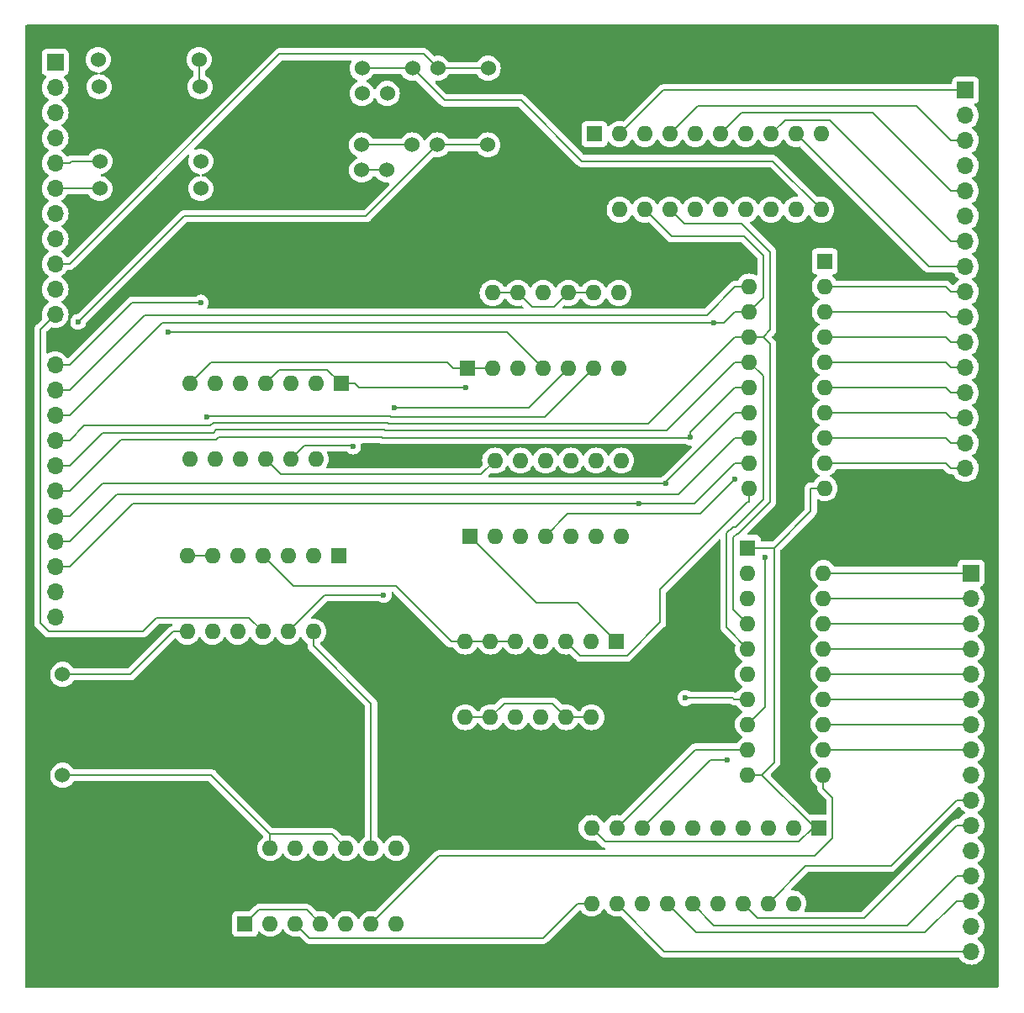
<source format=gbr>
%TF.GenerationSoftware,KiCad,Pcbnew,8.0.2-1*%
%TF.CreationDate,2024-08-05T09:17:50-04:00*%
%TF.ProjectId,io_controller,696f5f63-6f6e-4747-926f-6c6c65722e6b,rev?*%
%TF.SameCoordinates,Original*%
%TF.FileFunction,Copper,L1,Top*%
%TF.FilePolarity,Positive*%
%FSLAX46Y46*%
G04 Gerber Fmt 4.6, Leading zero omitted, Abs format (unit mm)*
G04 Created by KiCad (PCBNEW 8.0.2-1) date 2024-08-05 09:17:50*
%MOMM*%
%LPD*%
G01*
G04 APERTURE LIST*
%TA.AperFunction,ComponentPad*%
%ADD10R,1.600000X1.600000*%
%TD*%
%TA.AperFunction,ComponentPad*%
%ADD11O,1.600000X1.600000*%
%TD*%
%TA.AperFunction,ComponentPad*%
%ADD12C,1.524000*%
%TD*%
%TA.AperFunction,ComponentPad*%
%ADD13R,1.700000X1.700000*%
%TD*%
%TA.AperFunction,ComponentPad*%
%ADD14O,1.700000X1.700000*%
%TD*%
%TA.AperFunction,ViaPad*%
%ADD15C,0.600000*%
%TD*%
%TA.AperFunction,Conductor*%
%ADD16C,0.200000*%
%TD*%
G04 APERTURE END LIST*
D10*
%TO.P,U16,1,0A*%
%TO.N,Net-(U10-I0)*%
X120040000Y-82130000D03*
D11*
%TO.P,U16,2,0B*%
%TO.N,Net-(U10-I1)*%
X117500000Y-82130000D03*
%TO.P,U16,3,Q0*%
%TO.N,Net-(U14-IN)*%
X114960000Y-82130000D03*
%TO.P,U16,4,Q1*%
%TO.N,unconnected-(U16-Q1-Pad4)*%
X112420000Y-82130000D03*
%TO.P,U16,5,1A*%
%TO.N,Net-(U1-GND)*%
X109880000Y-82130000D03*
%TO.P,U16,6,1B*%
X107340000Y-82130000D03*
%TO.P,U16,7,GND*%
X104800000Y-82130000D03*
%TO.P,U16,8,2A*%
X104800000Y-89750000D03*
%TO.P,U16,9,2B*%
X107340000Y-89750000D03*
%TO.P,U16,10,Q2*%
%TO.N,unconnected-(U16-Q2-Pad10)*%
X109880000Y-89750000D03*
%TO.P,U16,11,Q3*%
%TO.N,unconnected-(U16-Q3-Pad11)*%
X112420000Y-89750000D03*
%TO.P,U16,12,3A*%
%TO.N,Net-(U1-GND)*%
X114960000Y-89750000D03*
%TO.P,U16,13,3B*%
X117500000Y-89750000D03*
%TO.P,U16,14,V+*%
%TO.N,Net-(U1-V+)*%
X120040000Y-89750000D03*
%TD*%
D12*
%TO.P,U15,1,IN*%
%TO.N,Net-(U10-I5)*%
X94363000Y-32105000D03*
X99443000Y-32105000D03*
%TO.P,U15,2,GND*%
%TO.N,Net-(U1-GND)*%
X94363000Y-34645000D03*
X96903000Y-34645000D03*
%TO.P,U15,3,OUT*%
%TO.N,Net-(U1-FAULT)*%
X101983000Y-32105000D03*
X107063000Y-32105000D03*
%TD*%
%TO.P,U14,1,IN*%
%TO.N,Net-(U14-IN)*%
X94400000Y-24380000D03*
X99480000Y-24380000D03*
%TO.P,U14,2,GND*%
%TO.N,Net-(U1-GND)*%
X94400000Y-26920000D03*
X96940000Y-26920000D03*
%TO.P,U14,3,OUT*%
%TO.N,Net-(U1-READ_READY)*%
X102020000Y-24380000D03*
X107100000Y-24380000D03*
%TD*%
D10*
%TO.P,U13,1,1A*%
%TO.N,Net-(U1-GND)*%
X105010000Y-54620000D03*
D11*
%TO.P,U13,2,1B*%
X107550000Y-54620000D03*
%TO.P,U13,3,1Q*%
%TO.N,unconnected-(U13-1Q-Pad3)*%
X110090000Y-54620000D03*
%TO.P,U13,4,2A*%
%TO.N,Net-(U1-WRITE_1)*%
X112630000Y-54620000D03*
%TO.P,U13,5,2B*%
%TO.N,Net-(U11-1Q3)*%
X115170000Y-54620000D03*
%TO.P,U13,6,2Q*%
%TO.N,Net-(U11-1D)*%
X117710000Y-54620000D03*
%TO.P,U13,7,GND*%
%TO.N,Net-(U1-GND)*%
X120250000Y-54620000D03*
%TO.P,U13,8,4Q*%
%TO.N,unconnected-(U13-4Q-Pad8)*%
X120250000Y-47000000D03*
%TO.P,U13,9,4B*%
%TO.N,Net-(U1-GND)*%
X117710000Y-47000000D03*
%TO.P,U13,10,4A*%
X115170000Y-47000000D03*
%TO.P,U13,11,3Q*%
%TO.N,unconnected-(U13-3Q-Pad11)*%
X112630000Y-47000000D03*
%TO.P,U13,12,3B*%
%TO.N,Net-(U1-GND)*%
X110090000Y-47000000D03*
%TO.P,U13,13,3A*%
X107550000Y-47000000D03*
%TO.P,U13,14,V+*%
%TO.N,Net-(U1-V+)*%
X105010000Y-47000000D03*
%TD*%
D10*
%TO.P,U12,1,1A*%
%TO.N,Net-(U10-O5)*%
X92290000Y-56130000D03*
D11*
%TO.P,U12,2,1B*%
%TO.N,Net-(U12-1B)*%
X89750000Y-56130000D03*
%TO.P,U12,3,1Q*%
%TO.N,Net-(U10-I1)*%
X87210000Y-56130000D03*
%TO.P,U12,4,2A*%
%TO.N,Net-(U10-O5)*%
X84670000Y-56130000D03*
%TO.P,U12,5,2B*%
%TO.N,Net-(U12-2B)*%
X82130000Y-56130000D03*
%TO.P,U12,6,2Q*%
%TO.N,Net-(U10-I0)*%
X79590000Y-56130000D03*
%TO.P,U12,7,GND*%
%TO.N,Net-(U1-GND)*%
X77050000Y-56130000D03*
%TO.P,U12,8,4Q*%
%TO.N,Net-(U11-0D)*%
X77050000Y-63750000D03*
%TO.P,U12,9,4B*%
%TO.N,Net-(U11-0Q#)*%
X79590000Y-63750000D03*
%TO.P,U12,10,4A*%
%TO.N,Net-(U1-WRITE_0)*%
X82130000Y-63750000D03*
%TO.P,U12,11,3Q*%
%TO.N,Net-(U10-I5)*%
X84670000Y-63750000D03*
%TO.P,U12,12,3B*%
%TO.N,Net-(U12-1B)*%
X87210000Y-63750000D03*
%TO.P,U12,13,3A*%
%TO.N,Net-(U12-2B)*%
X89750000Y-63750000D03*
%TO.P,U12,14,V+*%
%TO.N,Net-(U1-V+)*%
X92290000Y-63750000D03*
%TD*%
D10*
%TO.P,U11,1,0Q*%
%TO.N,Net-(U11-0Q)*%
X92040000Y-73500000D03*
D11*
%TO.P,U11,2,0Q#*%
%TO.N,Net-(U11-0Q#)*%
X89500000Y-73500000D03*
%TO.P,U11,3,0CLK*%
%TO.N,Net-(U1-CLK_B)*%
X86960000Y-73500000D03*
%TO.P,U11,4,0RESET*%
%TO.N,Net-(U1-GND)*%
X84420000Y-73500000D03*
%TO.P,U11,5,0D*%
%TO.N,Net-(U11-0D)*%
X81880000Y-73500000D03*
%TO.P,U11,6,0SET*%
%TO.N,Net-(U1-GND)*%
X79340000Y-73500000D03*
%TO.P,U11,7,GND*%
X76800000Y-73500000D03*
%TO.P,U11,8,1SET*%
X76800000Y-81120000D03*
%TO.P,U11,9,1D*%
%TO.N,Net-(U11-1D)*%
X79340000Y-81120000D03*
%TO.P,U11,10,1RESET*%
%TO.N,Net-(U1-GND)*%
X81880000Y-81120000D03*
%TO.P,U11,11,1CLK*%
%TO.N,Net-(U1-CLK_B)*%
X84420000Y-81120000D03*
%TO.P,U11,12,1Q3*%
%TO.N,Net-(U11-1Q3)*%
X86960000Y-81120000D03*
%TO.P,U11,13,1Q*%
%TO.N,Net-(U11-1Q)*%
X89500000Y-81120000D03*
%TO.P,U11,14,V+*%
%TO.N,Net-(U1-V+)*%
X92040000Y-81120000D03*
%TD*%
D10*
%TO.P,U10,1,I0*%
%TO.N,Net-(U10-I0)*%
X105260000Y-71500000D03*
D11*
%TO.P,U10,2,O0*%
%TO.N,Net-(U10-O0)*%
X107800000Y-71500000D03*
%TO.P,U10,3,I1*%
%TO.N,Net-(U10-I1)*%
X110340000Y-71500000D03*
%TO.P,U10,4,O1*%
%TO.N,Net-(U10-O1)*%
X112880000Y-71500000D03*
%TO.P,U10,5,I2*%
%TO.N,Net-(U1-GND)*%
X115420000Y-71500000D03*
%TO.P,U10,6,O2*%
%TO.N,unconnected-(U10-O2-Pad6)*%
X117960000Y-71500000D03*
%TO.P,U10,7,GND*%
%TO.N,Net-(U1-GND)*%
X120500000Y-71500000D03*
%TO.P,U10,8,03*%
%TO.N,unconnected-(U10-03-Pad8)*%
X120500000Y-63880000D03*
%TO.P,U10,9,I3*%
%TO.N,Net-(U1-GND)*%
X117960000Y-63880000D03*
%TO.P,U10,10,O4*%
%TO.N,unconnected-(U10-O4-Pad10)*%
X115420000Y-63880000D03*
%TO.P,U10,11,I4*%
%TO.N,Net-(U1-GND)*%
X112880000Y-63880000D03*
%TO.P,U10,12,O5*%
%TO.N,Net-(U10-O5)*%
X110340000Y-63880000D03*
%TO.P,U10,13,I5*%
%TO.N,Net-(U10-I5)*%
X107800000Y-63880000D03*
%TO.P,U10,14,V+*%
%TO.N,Net-(U1-V+)*%
X105260000Y-63880000D03*
%TD*%
D10*
%TO.P,U9,1,1A*%
%TO.N,Net-(U1-CLK_A)*%
X82625000Y-110550000D03*
D11*
%TO.P,U9,2,1B*%
%TO.N,Net-(U1-READ_1)*%
X85165000Y-110550000D03*
%TO.P,U9,3,1Q*%
%TO.N,Net-(U3-CLK)*%
X87705000Y-110550000D03*
%TO.P,U9,4,2A*%
%TO.N,Net-(U1-CLK_A)*%
X90245000Y-110550000D03*
%TO.P,U9,5,2B*%
%TO.N,Net-(U1-READ_0)*%
X92785000Y-110550000D03*
%TO.P,U9,6,2Q*%
%TO.N,Net-(U5-CLK)*%
X95325000Y-110550000D03*
%TO.P,U9,7,GND*%
%TO.N,Net-(U1-GND)*%
X97865000Y-110550000D03*
%TO.P,U9,8,4Q*%
%TO.N,Net-(U12-1B)*%
X97865000Y-102930000D03*
%TO.P,U9,9,4B*%
%TO.N,Net-(U11-1Q)*%
X95325000Y-102930000D03*
%TO.P,U9,10,4A*%
%TO.N,Net-(U1-ENABLE)*%
X92785000Y-102930000D03*
%TO.P,U9,11,3Q*%
%TO.N,Net-(U12-2B)*%
X90245000Y-102930000D03*
%TO.P,U9,12,3B*%
%TO.N,Net-(U11-0Q)*%
X87705000Y-102930000D03*
%TO.P,U9,13,3A*%
%TO.N,Net-(U1-ENABLE)*%
X85165000Y-102930000D03*
%TO.P,U9,14,V+*%
%TO.N,Net-(U1-V+)*%
X82625000Y-102930000D03*
%TD*%
D13*
%TO.P,U7,1,0*%
%TO.N,Net-(U2-D0)*%
X155180000Y-26590000D03*
D14*
%TO.P,U7,2,1*%
%TO.N,Net-(U2-D1)*%
X155180000Y-29130000D03*
%TO.P,U7,3,2*%
%TO.N,Net-(U2-D2)*%
X155180000Y-31670000D03*
%TO.P,U7,4,3*%
%TO.N,Net-(U2-D3)*%
X155180000Y-34210000D03*
%TO.P,U7,5,4*%
%TO.N,Net-(U2-D4)*%
X155180000Y-36750000D03*
%TO.P,U7,6,5*%
%TO.N,Net-(U2-D5)*%
X155180000Y-39290000D03*
%TO.P,U7,7,6*%
%TO.N,Net-(U2-D6)*%
X155180000Y-41830000D03*
%TO.P,U7,8,7*%
%TO.N,Net-(U2-D7)*%
X155180000Y-44370000D03*
%TO.P,U7,9,8*%
%TO.N,Net-(U6-D0)*%
X155180000Y-46910000D03*
%TO.P,U7,10,9*%
%TO.N,Net-(U6-D1)*%
X155180000Y-49450000D03*
%TO.P,U7,11,10*%
%TO.N,Net-(U6-D2)*%
X155180000Y-51990000D03*
%TO.P,U7,12,11*%
%TO.N,Net-(U6-D3)*%
X155180000Y-54530000D03*
%TO.P,U7,13,12*%
%TO.N,Net-(U6-D4)*%
X155180000Y-57070000D03*
%TO.P,U7,14,13*%
%TO.N,Net-(U6-D5)*%
X155180000Y-59610000D03*
%TO.P,U7,15,14*%
%TO.N,Net-(U6-D6)*%
X155180000Y-62150000D03*
%TO.P,U7,16,15*%
%TO.N,Net-(U6-D7)*%
X155180000Y-64690000D03*
%TD*%
D10*
%TO.P,U6,1,OE#*%
%TO.N,Net-(U10-O1)*%
X141000000Y-43825000D03*
D11*
%TO.P,U6,2,D0*%
%TO.N,Net-(U6-D0)*%
X141000000Y-46365000D03*
%TO.P,U6,3,D1*%
%TO.N,Net-(U6-D1)*%
X141000000Y-48905000D03*
%TO.P,U6,4,D2*%
%TO.N,Net-(U6-D2)*%
X141000000Y-51445000D03*
%TO.P,U6,5,D3*%
%TO.N,Net-(U6-D3)*%
X141000000Y-53985000D03*
%TO.P,U6,6,D4*%
%TO.N,Net-(U6-D4)*%
X141000000Y-56525000D03*
%TO.P,U6,7,D5*%
%TO.N,Net-(U6-D5)*%
X141000000Y-59065000D03*
%TO.P,U6,8,D6*%
%TO.N,Net-(U6-D6)*%
X141000000Y-61605000D03*
%TO.P,U6,9,D7*%
%TO.N,Net-(U6-D7)*%
X141000000Y-64145000D03*
%TO.P,U6,10,GND*%
%TO.N,Net-(U1-GND)*%
X141000000Y-66685000D03*
%TO.P,U6,11,CLK*%
%TO.N,Net-(U14-IN)*%
X133380000Y-66685000D03*
%TO.P,U6,12,Q7*%
%TO.N,Net-(U1-D7)*%
X133380000Y-64145000D03*
%TO.P,U6,13,Q6*%
%TO.N,Net-(U1-D6)*%
X133380000Y-61605000D03*
%TO.P,U6,14,Q5*%
%TO.N,Net-(U1-D5)*%
X133380000Y-59065000D03*
%TO.P,U6,15,Q4*%
%TO.N,Net-(U1-D4)*%
X133380000Y-56525000D03*
%TO.P,U6,16,Q3*%
%TO.N,Net-(U1-D3)*%
X133380000Y-53985000D03*
%TO.P,U6,17,Q2*%
%TO.N,Net-(U1-D2)*%
X133380000Y-51445000D03*
%TO.P,U6,18,Q1*%
%TO.N,Net-(U1-D1)*%
X133380000Y-48905000D03*
%TO.P,U6,19,Q0*%
%TO.N,Net-(U1-D0)*%
X133380000Y-46365000D03*
%TO.P,U6,20,V+*%
%TO.N,Net-(U1-V+)*%
X133380000Y-43825000D03*
%TD*%
D10*
%TO.P,U5,1,OE#*%
%TO.N,Net-(U1-GND)*%
X133250000Y-72670000D03*
D11*
%TO.P,U5,2,D0*%
%TO.N,Net-(U1-D0)*%
X133250000Y-75210000D03*
%TO.P,U5,3,D1*%
%TO.N,Net-(U1-D1)*%
X133250000Y-77750000D03*
%TO.P,U5,4,D2*%
%TO.N,Net-(U1-D2)*%
X133250000Y-80290000D03*
%TO.P,U5,5,D3*%
%TO.N,Net-(U1-D3)*%
X133250000Y-82830000D03*
%TO.P,U5,6,D4*%
%TO.N,Net-(U1-D4)*%
X133250000Y-85370000D03*
%TO.P,U5,7,D5*%
%TO.N,Net-(U1-D5)*%
X133250000Y-87910000D03*
%TO.P,U5,8,D6*%
%TO.N,Net-(U1-D6)*%
X133250000Y-90450000D03*
%TO.P,U5,9,D7*%
%TO.N,Net-(U1-D7)*%
X133250000Y-92990000D03*
%TO.P,U5,10,GND*%
%TO.N,Net-(U1-GND)*%
X133250000Y-95530000D03*
%TO.P,U5,11,CLK*%
%TO.N,Net-(U5-CLK)*%
X140870000Y-95530000D03*
%TO.P,U5,12,Q7*%
%TO.N,Net-(U4-7)*%
X140870000Y-92990000D03*
%TO.P,U5,13,Q6*%
%TO.N,Net-(U4-6)*%
X140870000Y-90450000D03*
%TO.P,U5,14,Q5*%
%TO.N,Net-(U4-5)*%
X140870000Y-87910000D03*
%TO.P,U5,15,Q4*%
%TO.N,Net-(U4-4)*%
X140870000Y-85370000D03*
%TO.P,U5,16,Q3*%
%TO.N,Net-(U4-3)*%
X140870000Y-82830000D03*
%TO.P,U5,17,Q2*%
%TO.N,Net-(U4-2)*%
X140870000Y-80290000D03*
%TO.P,U5,18,Q1*%
%TO.N,Net-(U4-1)*%
X140870000Y-77750000D03*
%TO.P,U5,19,Q0*%
%TO.N,Net-(U4-0)*%
X140870000Y-75210000D03*
%TO.P,U5,20,V+*%
%TO.N,Net-(U1-V+)*%
X140870000Y-72670000D03*
%TD*%
D13*
%TO.P,U4,1,0*%
%TO.N,Net-(U4-0)*%
X155750000Y-75210000D03*
D14*
%TO.P,U4,2,1*%
%TO.N,Net-(U4-1)*%
X155750000Y-77750000D03*
%TO.P,U4,3,2*%
%TO.N,Net-(U4-2)*%
X155750000Y-80290000D03*
%TO.P,U4,4,3*%
%TO.N,Net-(U4-3)*%
X155750000Y-82830000D03*
%TO.P,U4,5,4*%
%TO.N,Net-(U4-4)*%
X155750000Y-85370000D03*
%TO.P,U4,6,5*%
%TO.N,Net-(U4-5)*%
X155750000Y-87910000D03*
%TO.P,U4,7,6*%
%TO.N,Net-(U4-6)*%
X155750000Y-90450000D03*
%TO.P,U4,8,7*%
%TO.N,Net-(U4-7)*%
X155750000Y-92990000D03*
%TO.P,U4,9,8*%
%TO.N,Net-(U3-Q0)*%
X155750000Y-95530000D03*
%TO.P,U4,10,9*%
%TO.N,Net-(U3-Q1)*%
X155750000Y-98070000D03*
%TO.P,U4,11,10*%
%TO.N,Net-(U3-Q2)*%
X155750000Y-100610000D03*
%TO.P,U4,12,11*%
%TO.N,Net-(U3-Q3)*%
X155750000Y-103150000D03*
%TO.P,U4,13,12*%
%TO.N,Net-(U3-Q4)*%
X155750000Y-105690000D03*
%TO.P,U4,14,13*%
%TO.N,Net-(U3-Q5)*%
X155750000Y-108230000D03*
%TO.P,U4,15,14*%
%TO.N,Net-(U3-Q6)*%
X155750000Y-110770000D03*
%TO.P,U4,16,15*%
%TO.N,Net-(U3-Q7)*%
X155750000Y-113310000D03*
%TD*%
D10*
%TO.P,U3,1,OE#*%
%TO.N,Net-(U1-GND)*%
X140370000Y-100880000D03*
D11*
%TO.P,U3,2,D0*%
%TO.N,Net-(U1-D0)*%
X137830000Y-100880000D03*
%TO.P,U3,3,D1*%
%TO.N,Net-(U1-D1)*%
X135290000Y-100880000D03*
%TO.P,U3,4,D2*%
%TO.N,Net-(U1-D2)*%
X132750000Y-100880000D03*
%TO.P,U3,5,D3*%
%TO.N,Net-(U1-D3)*%
X130210000Y-100880000D03*
%TO.P,U3,6,D4*%
%TO.N,Net-(U1-D4)*%
X127670000Y-100880000D03*
%TO.P,U3,7,D5*%
%TO.N,Net-(U1-D5)*%
X125130000Y-100880000D03*
%TO.P,U3,8,D6*%
%TO.N,Net-(U1-D6)*%
X122590000Y-100880000D03*
%TO.P,U3,9,D7*%
%TO.N,Net-(U1-D7)*%
X120050000Y-100880000D03*
%TO.P,U3,10,GND*%
%TO.N,Net-(U1-GND)*%
X117510000Y-100880000D03*
%TO.P,U3,11,CLK*%
%TO.N,Net-(U3-CLK)*%
X117510000Y-108500000D03*
%TO.P,U3,12,Q7*%
%TO.N,Net-(U3-Q7)*%
X120050000Y-108500000D03*
%TO.P,U3,13,Q6*%
%TO.N,Net-(U3-Q6)*%
X122590000Y-108500000D03*
%TO.P,U3,14,Q5*%
%TO.N,Net-(U3-Q5)*%
X125130000Y-108500000D03*
%TO.P,U3,15,Q4*%
%TO.N,Net-(U3-Q4)*%
X127670000Y-108500000D03*
%TO.P,U3,16,Q3*%
%TO.N,Net-(U3-Q3)*%
X130210000Y-108500000D03*
%TO.P,U3,17,Q2*%
%TO.N,Net-(U3-Q2)*%
X132750000Y-108500000D03*
%TO.P,U3,18,Q1*%
%TO.N,Net-(U3-Q1)*%
X135290000Y-108500000D03*
%TO.P,U3,19,Q0*%
%TO.N,Net-(U3-Q0)*%
X137830000Y-108500000D03*
%TO.P,U3,20,V+*%
%TO.N,Net-(U1-V+)*%
X140370000Y-108500000D03*
%TD*%
D10*
%TO.P,U2,1,OE#*%
%TO.N,Net-(U10-O0)*%
X117800000Y-31000000D03*
D11*
%TO.P,U2,2,D0*%
%TO.N,Net-(U2-D0)*%
X120340000Y-31000000D03*
%TO.P,U2,3,D1*%
%TO.N,Net-(U2-D1)*%
X122880000Y-31000000D03*
%TO.P,U2,4,D2*%
%TO.N,Net-(U2-D2)*%
X125420000Y-31000000D03*
%TO.P,U2,5,D3*%
%TO.N,Net-(U2-D3)*%
X127960000Y-31000000D03*
%TO.P,U2,6,D4*%
%TO.N,Net-(U2-D4)*%
X130500000Y-31000000D03*
%TO.P,U2,7,D5*%
%TO.N,Net-(U2-D5)*%
X133040000Y-31000000D03*
%TO.P,U2,8,D6*%
%TO.N,Net-(U2-D6)*%
X135580000Y-31000000D03*
%TO.P,U2,9,D7*%
%TO.N,Net-(U2-D7)*%
X138120000Y-31000000D03*
%TO.P,U2,10,GND*%
%TO.N,Net-(U1-GND)*%
X140660000Y-31000000D03*
%TO.P,U2,11,CLK*%
%TO.N,Net-(U14-IN)*%
X140660000Y-38620000D03*
%TO.P,U2,12,Q7*%
%TO.N,Net-(U1-D7)*%
X138120000Y-38620000D03*
%TO.P,U2,13,Q6*%
%TO.N,Net-(U1-D6)*%
X135580000Y-38620000D03*
%TO.P,U2,14,Q5*%
%TO.N,Net-(U1-D5)*%
X133040000Y-38620000D03*
%TO.P,U2,15,Q4*%
%TO.N,Net-(U1-D4)*%
X130500000Y-38620000D03*
%TO.P,U2,16,Q3*%
%TO.N,Net-(U1-D3)*%
X127960000Y-38620000D03*
%TO.P,U2,17,Q2*%
%TO.N,Net-(U1-D2)*%
X125420000Y-38620000D03*
%TO.P,U2,18,Q1*%
%TO.N,Net-(U1-D1)*%
X122880000Y-38620000D03*
%TO.P,U2,19,Q0*%
%TO.N,Net-(U1-D0)*%
X120340000Y-38620000D03*
%TO.P,U2,20,V+*%
%TO.N,Net-(U1-V+)*%
X117800000Y-38620000D03*
%TD*%
D13*
%TO.P,U1,1,READ_0*%
%TO.N,Net-(U1-READ_0)*%
X63500000Y-23780000D03*
D14*
%TO.P,U1,2,READ_1*%
%TO.N,Net-(U1-READ_1)*%
X63500000Y-26320000D03*
%TO.P,U1,3,READ_2*%
%TO.N,unconnected-(U1-READ_2-Pad3)*%
X63500000Y-28860000D03*
%TO.P,U1,4,READ_3*%
%TO.N,unconnected-(U1-READ_3-Pad4)*%
X63500000Y-31400000D03*
%TO.P,U1,5,WRITE_0*%
%TO.N,Net-(U1-WRITE_0)*%
X63500000Y-33940000D03*
%TO.P,U1,6,WRITE_1*%
%TO.N,Net-(U1-WRITE_1)*%
X63500000Y-36480000D03*
%TO.P,U1,7,WRITE_2*%
%TO.N,unconnected-(U1-WRITE_2-Pad7)*%
X63500000Y-39020000D03*
%TO.P,U1,8,WRITE_2*%
%TO.N,unconnected-(U1-WRITE_2-Pad8)*%
X63500000Y-41560000D03*
%TO.P,U1,9,READ_READY*%
%TO.N,Net-(U1-READ_READY)*%
X63500000Y-44100000D03*
%TO.P,U1,10,CLK_A*%
%TO.N,Net-(U1-CLK_A)*%
X63500000Y-46640000D03*
%TO.P,U1,11,CLK_B*%
%TO.N,Net-(U1-CLK_B)*%
X63500000Y-49180000D03*
%TO.P,U1,12,V+*%
%TO.N,Net-(U1-V+)*%
X63500000Y-51720000D03*
%TO.P,U1,13,GND*%
%TO.N,Net-(U1-GND)*%
X63500000Y-54260000D03*
%TO.P,U1,14,D0*%
%TO.N,Net-(U1-D0)*%
X63500000Y-56800000D03*
%TO.P,U1,15,D1*%
%TO.N,Net-(U1-D1)*%
X63500000Y-59340000D03*
%TO.P,U1,16,D2*%
%TO.N,Net-(U1-D2)*%
X63500000Y-61880000D03*
%TO.P,U1,17,D3*%
%TO.N,Net-(U1-D3)*%
X63500000Y-64420000D03*
%TO.P,U1,18,D4*%
%TO.N,Net-(U1-D4)*%
X63500000Y-66960000D03*
%TO.P,U1,19,D5*%
%TO.N,Net-(U1-D5)*%
X63500000Y-69500000D03*
%TO.P,U1,20,D6*%
%TO.N,Net-(U1-D6)*%
X63500000Y-72040000D03*
%TO.P,U1,21,D7*%
%TO.N,Net-(U1-D7)*%
X63500000Y-74580000D03*
%TO.P,U1,22,FAULT*%
%TO.N,Net-(U1-FAULT)*%
X63500000Y-77120000D03*
%TO.P,U1,23,ENABLE*%
%TO.N,Net-(U1-ENABLE)*%
X63500000Y-79660000D03*
%TD*%
D12*
%TO.P,R5,1*%
%TO.N,Net-(U1-WRITE_1)*%
X68000000Y-36500000D03*
%TO.P,R5,2*%
%TO.N,Net-(U1-GND)*%
X78160000Y-36500000D03*
%TD*%
%TO.P,R4,1*%
%TO.N,Net-(U1-WRITE_0)*%
X68000000Y-33750000D03*
%TO.P,R4,2*%
%TO.N,Net-(U1-GND)*%
X78160000Y-33750000D03*
%TD*%
%TO.P,R3,1*%
%TO.N,Net-(U1-READ_1)*%
X67920000Y-26250000D03*
%TO.P,R3,2*%
%TO.N,Net-(U1-GND)*%
X78080000Y-26250000D03*
%TD*%
%TO.P,R2,1*%
%TO.N,Net-(U1-READ_0)*%
X67840000Y-23500000D03*
%TO.P,R2,2*%
%TO.N,Net-(U1-GND)*%
X78000000Y-23500000D03*
%TD*%
%TO.P,R1,1*%
%TO.N,Net-(U1-GND)*%
X64250000Y-85420000D03*
%TO.P,R1,2*%
%TO.N,Net-(U1-ENABLE)*%
X64250000Y-95580000D03*
%TD*%
D15*
%TO.N,Net-(U11-1Q3)*%
X97689300Y-58588600D03*
X96590400Y-77435000D03*
%TO.N,Net-(U11-1D)*%
X78766800Y-59486800D03*
%TO.N,Net-(U10-O5)*%
X104881000Y-56565400D03*
%TO.N,Net-(U12-1B)*%
X93501900Y-62469600D03*
%TO.N,Net-(U10-O1)*%
X131978300Y-65785300D03*
%TO.N,Net-(U1-D6)*%
X131161100Y-94023400D03*
X134971600Y-73603900D03*
%TO.N,Net-(U1-D7)*%
X122262700Y-68226100D03*
%TO.N,Net-(U1-V+)*%
X95196700Y-80466500D03*
X117473800Y-102827200D03*
%TO.N,Net-(U1-D5)*%
X126976700Y-87806800D03*
X124984100Y-66192500D03*
%TO.N,Net-(U1-D4)*%
X127493500Y-61567800D03*
%TO.N,Net-(U1-FAULT)*%
X65822200Y-49921500D03*
%TO.N,Net-(U1-D1)*%
X129820600Y-50025800D03*
%TO.N,Net-(U1-WRITE_1)*%
X74900500Y-50971200D03*
%TO.N,Net-(U1-GND)*%
X78160000Y-47984800D03*
%TD*%
D16*
%TO.N,Net-(U11-1Q3)*%
X111201400Y-58588600D02*
X97689300Y-58588600D01*
X115170000Y-54620000D02*
X111201400Y-58588600D01*
X90645000Y-77435000D02*
X86960000Y-81120000D01*
X96590400Y-77435000D02*
X90645000Y-77435000D01*
%TO.N,Net-(U11-1D)*%
X112839700Y-59490300D02*
X117710000Y-54620000D01*
X97315900Y-59490300D02*
X112839700Y-59490300D01*
X97216300Y-59390700D02*
X97315900Y-59490300D01*
X78862900Y-59390700D02*
X97216300Y-59390700D01*
X78766800Y-59486800D02*
X78862900Y-59390700D01*
%TO.N,Net-(U10-O5)*%
X94127100Y-56565400D02*
X93691700Y-56130000D01*
X104881000Y-56565400D02*
X94127100Y-56565400D01*
X92290000Y-56130000D02*
X93691700Y-56130000D01*
X90884500Y-54724500D02*
X92290000Y-56130000D01*
X86075500Y-54724500D02*
X90884500Y-54724500D01*
X84670000Y-56130000D02*
X86075500Y-54724500D01*
%TO.N,Net-(U10-I5)*%
X99443000Y-32105000D02*
X94363000Y-32105000D01*
X86203300Y-65283300D02*
X84670000Y-63750000D01*
X106396700Y-65283300D02*
X86203300Y-65283300D01*
X107800000Y-63880000D02*
X106396700Y-65283300D01*
%TO.N,Net-(U10-I0)*%
X116094800Y-78184800D02*
X120040000Y-82130000D01*
X111944800Y-78184800D02*
X116094800Y-78184800D01*
X105260000Y-71500000D02*
X111944800Y-78184800D01*
%TO.N,Net-(U12-1B)*%
X93380600Y-62348300D02*
X93501900Y-62469600D01*
X88611700Y-62348300D02*
X93380600Y-62348300D01*
X87210000Y-63750000D02*
X88611700Y-62348300D01*
%TO.N,Net-(U11-1Q)*%
X95325000Y-88346700D02*
X89500000Y-82521700D01*
X95325000Y-102930000D02*
X95325000Y-88346700D01*
X89500000Y-81120000D02*
X89500000Y-82521700D01*
%TO.N,Net-(U6-D5)*%
X153183300Y-59065000D02*
X153728300Y-59610000D01*
X141000000Y-59065000D02*
X153183300Y-59065000D01*
X155180000Y-59610000D02*
X153728300Y-59610000D01*
%TO.N,Net-(U10-O1)*%
X128499100Y-69264500D02*
X131978300Y-65785300D01*
X115115500Y-69264500D02*
X128499100Y-69264500D01*
X112880000Y-71500000D02*
X115115500Y-69264500D01*
%TO.N,Net-(U6-D1)*%
X153183300Y-48905000D02*
X153728300Y-49450000D01*
X141000000Y-48905000D02*
X153183300Y-48905000D01*
X155180000Y-49450000D02*
X153728300Y-49450000D01*
%TO.N,Net-(U6-D3)*%
X153183300Y-53985000D02*
X153728300Y-54530000D01*
X141000000Y-53985000D02*
X153183300Y-53985000D01*
X155180000Y-54530000D02*
X153728300Y-54530000D01*
%TO.N,Net-(U6-D4)*%
X153183300Y-56525000D02*
X153728300Y-57070000D01*
X141000000Y-56525000D02*
X153183300Y-56525000D01*
X155180000Y-57070000D02*
X153728300Y-57070000D01*
%TO.N,Net-(U6-D7)*%
X153183300Y-64145000D02*
X153728300Y-64690000D01*
X141000000Y-64145000D02*
X153183300Y-64145000D01*
X155180000Y-64690000D02*
X153728300Y-64690000D01*
%TO.N,Net-(U6-D2)*%
X153183300Y-51445000D02*
X153728300Y-51990000D01*
X141000000Y-51445000D02*
X153183300Y-51445000D01*
X155180000Y-51990000D02*
X153728300Y-51990000D01*
%TO.N,Net-(U6-D0)*%
X153183300Y-46365000D02*
X153728300Y-46910000D01*
X141000000Y-46365000D02*
X153183300Y-46365000D01*
X155180000Y-46910000D02*
X153728300Y-46910000D01*
%TO.N,Net-(U6-D6)*%
X153183300Y-61605000D02*
X153728300Y-62150000D01*
X141000000Y-61605000D02*
X153183300Y-61605000D01*
X155180000Y-62150000D02*
X153728300Y-62150000D01*
%TO.N,Net-(U5-CLK)*%
X102144400Y-103730600D02*
X95325000Y-110550000D01*
X139999100Y-103730600D02*
X102144400Y-103730600D01*
X141771700Y-101958000D02*
X139999100Y-103730600D01*
X141771700Y-97833400D02*
X141771700Y-101958000D01*
X140870000Y-96931700D02*
X141771700Y-97833400D01*
X140870000Y-95530000D02*
X140870000Y-96931700D01*
%TO.N,Net-(U4-1)*%
X140870000Y-77750000D02*
X155750000Y-77750000D01*
%TO.N,Net-(U4-4)*%
X140870000Y-85370000D02*
X155750000Y-85370000D01*
%TO.N,Net-(U4-0)*%
X140870000Y-75210000D02*
X155750000Y-75210000D01*
%TO.N,Net-(U4-3)*%
X140870000Y-82830000D02*
X155750000Y-82830000D01*
%TO.N,Net-(U4-2)*%
X140870000Y-80290000D02*
X155750000Y-80290000D01*
%TO.N,Net-(U4-5)*%
X140870000Y-87910000D02*
X155750000Y-87910000D01*
%TO.N,Net-(U4-6)*%
X140870000Y-90450000D02*
X155750000Y-90450000D01*
%TO.N,Net-(U4-7)*%
X140870000Y-92990000D02*
X155750000Y-92990000D01*
%TO.N,Net-(U3-Q5)*%
X155750000Y-108230000D02*
X154298300Y-108230000D01*
X151090000Y-111438300D02*
X154298300Y-108230000D01*
X128068300Y-111438300D02*
X151090000Y-111438300D01*
X125130000Y-108500000D02*
X128068300Y-111438300D01*
%TO.N,Net-(U3-Q2)*%
X155750000Y-100610000D02*
X154298300Y-100610000D01*
X134197000Y-109947000D02*
X132750000Y-108500000D01*
X144961300Y-109947000D02*
X134197000Y-109947000D01*
X154298300Y-100610000D02*
X144961300Y-109947000D01*
%TO.N,Net-(U3-Q7)*%
X124860000Y-113310000D02*
X154298300Y-113310000D01*
X120050000Y-108500000D02*
X124860000Y-113310000D01*
X155750000Y-113310000D02*
X154298300Y-113310000D01*
%TO.N,Net-(U3-Q1)*%
X147650600Y-104717700D02*
X154298300Y-98070000D01*
X139072300Y-104717700D02*
X147650600Y-104717700D01*
X135290000Y-108500000D02*
X139072300Y-104717700D01*
X155750000Y-98070000D02*
X154298300Y-98070000D01*
%TO.N,Net-(U3-CLK)*%
X89124900Y-111969900D02*
X87705000Y-110550000D01*
X112638400Y-111969900D02*
X89124900Y-111969900D01*
X116108300Y-108500000D02*
X112638400Y-111969900D01*
X117510000Y-108500000D02*
X116108300Y-108500000D01*
%TO.N,Net-(U3-Q4)*%
X149296400Y-110691900D02*
X154298300Y-105690000D01*
X129861900Y-110691900D02*
X149296400Y-110691900D01*
X127670000Y-108500000D02*
X129861900Y-110691900D01*
X155750000Y-105690000D02*
X154298300Y-105690000D01*
%TO.N,Net-(U2-D2)*%
X155180000Y-31670000D02*
X153728300Y-31670000D01*
X128239900Y-28180100D02*
X125420000Y-31000000D01*
X150238400Y-28180100D02*
X128239900Y-28180100D01*
X153728300Y-31670000D02*
X150238400Y-28180100D01*
%TO.N,Net-(U14-IN)*%
X99480000Y-24380000D02*
X94400000Y-24380000D01*
X116383600Y-83553600D02*
X114960000Y-82130000D01*
X121069200Y-83553600D02*
X116383600Y-83553600D01*
X124429500Y-80193300D02*
X121069200Y-83553600D01*
X124429500Y-76862000D02*
X124429500Y-80193300D01*
X133204800Y-68086700D02*
X124429500Y-76862000D01*
X133380000Y-68086700D02*
X133204800Y-68086700D01*
X133380000Y-66685000D02*
X133380000Y-68086700D01*
X102722500Y-27622500D02*
X99480000Y-24380000D01*
X110423700Y-27622500D02*
X102722500Y-27622500D01*
X116526000Y-33724800D02*
X110423700Y-27622500D01*
X135764800Y-33724800D02*
X116526000Y-33724800D01*
X140660000Y-38620000D02*
X135764800Y-33724800D01*
%TO.N,Net-(U2-D4)*%
X145860100Y-28881800D02*
X153728300Y-36750000D01*
X132618200Y-28881800D02*
X145860100Y-28881800D01*
X130500000Y-31000000D02*
X132618200Y-28881800D01*
X155180000Y-36750000D02*
X153728300Y-36750000D01*
%TO.N,Net-(U2-D0)*%
X124750000Y-26590000D02*
X153728300Y-26590000D01*
X120340000Y-31000000D02*
X124750000Y-26590000D01*
X155180000Y-26590000D02*
X153728300Y-26590000D01*
%TO.N,Net-(U2-D7)*%
X151490000Y-44370000D02*
X155180000Y-44370000D01*
X138120000Y-31000000D02*
X151490000Y-44370000D01*
%TO.N,Net-(U2-D6)*%
X155180000Y-41830000D02*
X153728300Y-41830000D01*
X141495900Y-29597600D02*
X153728300Y-41830000D01*
X136982400Y-29597600D02*
X141495900Y-29597600D01*
X135580000Y-31000000D02*
X136982400Y-29597600D01*
%TO.N,Net-(U1-D3)*%
X63500000Y-64420000D02*
X64951700Y-64420000D01*
X134781700Y-55386700D02*
X133380000Y-53985000D01*
X134781700Y-67788400D02*
X134781700Y-55386700D01*
X132014400Y-70555700D02*
X134781700Y-67788400D01*
X131766800Y-70555700D02*
X132014400Y-70555700D01*
X131108200Y-71214300D02*
X131766800Y-70555700D01*
X131108200Y-80688200D02*
X131108200Y-71214300D01*
X133250000Y-82830000D02*
X131108200Y-80688200D01*
X133380000Y-53985000D02*
X131978300Y-53985000D01*
X125069600Y-60893700D02*
X131978300Y-53985000D01*
X96734700Y-60893700D02*
X125069600Y-60893700D01*
X96654200Y-60813200D02*
X96734700Y-60893700D01*
X79707900Y-60813200D02*
X96654200Y-60813200D01*
X79430900Y-61090200D02*
X79707900Y-60813200D01*
X68281500Y-61090200D02*
X79430900Y-61090200D01*
X64951700Y-64420000D02*
X68281500Y-61090200D01*
%TO.N,Net-(U1-D6)*%
X129446600Y-94023400D02*
X131161100Y-94023400D01*
X122590000Y-100880000D02*
X129446600Y-94023400D01*
X134971600Y-88728400D02*
X133250000Y-90450000D01*
X134971600Y-73603900D02*
X134971600Y-88728400D01*
X126274700Y-67308600D02*
X131978300Y-61605000D01*
X69683100Y-67308600D02*
X126274700Y-67308600D01*
X64951700Y-72040000D02*
X69683100Y-67308600D01*
X63500000Y-72040000D02*
X64951700Y-72040000D01*
X133380000Y-61605000D02*
X131978300Y-61605000D01*
%TO.N,Net-(U1-D7)*%
X127940000Y-92990000D02*
X133250000Y-92990000D01*
X120050000Y-100880000D02*
X127940000Y-92990000D01*
X63500000Y-74580000D02*
X64951700Y-74580000D01*
X133380000Y-64145000D02*
X131978300Y-64145000D01*
X127897200Y-68226100D02*
X131978300Y-64145000D01*
X122262700Y-68226100D02*
X127897200Y-68226100D01*
X71305600Y-68226100D02*
X122262700Y-68226100D01*
X64951700Y-74580000D02*
X71305600Y-68226100D01*
%TO.N,Net-(U1-V+)*%
X92290000Y-63750000D02*
X93691700Y-63750000D01*
X63500000Y-51720000D02*
X64951700Y-51720000D01*
X133380000Y-43825000D02*
X131978300Y-43825000D01*
X93821700Y-63880000D02*
X103858300Y-63880000D01*
X93691700Y-63750000D02*
X93821700Y-63880000D01*
X105260000Y-63880000D02*
X103858300Y-63880000D01*
X117800000Y-38620000D02*
X117800000Y-40021700D01*
X117800000Y-40021700D02*
X117800000Y-41176900D01*
X120448100Y-43825000D02*
X131978300Y-43825000D01*
X117800000Y-41176900D02*
X120448100Y-43825000D01*
X110833100Y-41176900D02*
X117800000Y-41176900D01*
X105010000Y-47000000D02*
X110833100Y-41176900D01*
X92040000Y-81120000D02*
X93441700Y-81120000D01*
X70082800Y-47000000D02*
X105010000Y-47000000D01*
X65362800Y-51720000D02*
X70082800Y-47000000D01*
X64951700Y-51720000D02*
X65362800Y-51720000D01*
X94095200Y-80466500D02*
X95196700Y-80466500D01*
X93441700Y-81120000D02*
X94095200Y-80466500D01*
X116892100Y-86602100D02*
X120040000Y-89750000D01*
X101332300Y-86602100D02*
X116892100Y-86602100D01*
X95196700Y-80466500D02*
X101332300Y-86602100D01*
X116083700Y-95108000D02*
X120040000Y-91151700D01*
X116083700Y-101437100D02*
X116083700Y-95108000D01*
X117473800Y-102827200D02*
X116083700Y-101437100D01*
X120040000Y-89750000D02*
X120040000Y-91151700D01*
%TO.N,Net-(U1-D5)*%
X133250000Y-87910000D02*
X131848300Y-87910000D01*
X131745100Y-87806800D02*
X126976700Y-87806800D01*
X131848300Y-87910000D02*
X131745100Y-87806800D01*
X63500000Y-69500000D02*
X64951700Y-69500000D01*
X133380000Y-59065000D02*
X131978300Y-59065000D01*
X124984100Y-66059200D02*
X131978300Y-59065000D01*
X124984100Y-66192500D02*
X124984100Y-66059200D01*
X68259200Y-66192500D02*
X64951700Y-69500000D01*
X124984100Y-66192500D02*
X68259200Y-66192500D01*
%TO.N,Net-(U1-D2)*%
X133380000Y-51445000D02*
X134781700Y-51445000D01*
X126822700Y-40022700D02*
X125420000Y-38620000D01*
X132651400Y-40022700D02*
X126822700Y-40022700D01*
X135528400Y-42899700D02*
X132651400Y-40022700D01*
X135528400Y-50698300D02*
X135528400Y-42899700D01*
X134781700Y-51445000D02*
X135528400Y-50698300D01*
X135495900Y-52159200D02*
X134781700Y-51445000D01*
X135495900Y-68066500D02*
X135495900Y-52159200D01*
X132305000Y-71257400D02*
X135495900Y-68066500D01*
X132181100Y-71257400D02*
X132305000Y-71257400D01*
X131811400Y-71627100D02*
X132181100Y-71257400D01*
X131811400Y-78851400D02*
X131811400Y-71627100D01*
X133250000Y-80290000D02*
X131811400Y-78851400D01*
X63500000Y-61880000D02*
X64951700Y-61880000D01*
X133380000Y-51445000D02*
X131978300Y-51445000D01*
X123231300Y-60192000D02*
X131978300Y-51445000D01*
X97025300Y-60192000D02*
X123231300Y-60192000D01*
X96943300Y-60110000D02*
X97025300Y-60192000D01*
X79418800Y-60110000D02*
X96943300Y-60110000D01*
X79140300Y-60388500D02*
X79418800Y-60110000D01*
X66443200Y-60388500D02*
X79140300Y-60388500D01*
X64951700Y-61880000D02*
X66443200Y-60388500D01*
%TO.N,Net-(U1-READ_READY)*%
X107100000Y-24380000D02*
X102020000Y-24380000D01*
X100604500Y-22964500D02*
X102020000Y-24380000D01*
X86087200Y-22964500D02*
X100604500Y-22964500D01*
X64951700Y-44100000D02*
X86087200Y-22964500D01*
X63500000Y-44100000D02*
X64951700Y-44100000D01*
%TO.N,Net-(U1-CLK_B)*%
X83000200Y-79700200D02*
X84420000Y-81120000D01*
X73727900Y-79700200D02*
X83000200Y-79700200D01*
X72310800Y-81117300D02*
X73727900Y-79700200D01*
X62897000Y-81117300D02*
X72310800Y-81117300D01*
X62008600Y-80228900D02*
X62897000Y-81117300D01*
X62008600Y-50671400D02*
X62008600Y-80228900D01*
X63500000Y-49180000D02*
X62008600Y-50671400D01*
%TO.N,Net-(U1-D0)*%
X63500000Y-56800000D02*
X64951700Y-56800000D01*
X133380000Y-46365000D02*
X131978300Y-46365000D01*
X129122300Y-49221000D02*
X131978300Y-46365000D01*
X129122300Y-49221100D02*
X129122300Y-49221000D01*
X72530600Y-49221100D02*
X129122300Y-49221100D01*
X64951700Y-56800000D02*
X72530600Y-49221100D01*
%TO.N,Net-(U1-D4)*%
X63500000Y-66960000D02*
X64951700Y-66960000D01*
X133380000Y-56525000D02*
X131978300Y-56525000D01*
X127493500Y-61009800D02*
X131978300Y-56525000D01*
X127493500Y-61567800D02*
X127493500Y-61009800D01*
X127465900Y-61595400D02*
X127493500Y-61567800D01*
X96444100Y-61595400D02*
X127465900Y-61595400D01*
X96416500Y-61567800D02*
X96444100Y-61595400D01*
X79945600Y-61567800D02*
X96416500Y-61567800D01*
X79721500Y-61791900D02*
X79945600Y-61567800D01*
X70119800Y-61791900D02*
X79721500Y-61791900D01*
X64951700Y-66960000D02*
X70119800Y-61791900D01*
%TO.N,Net-(U1-CLK_A)*%
X88826400Y-109131400D02*
X90245000Y-110550000D01*
X84043600Y-109131400D02*
X88826400Y-109131400D01*
X82625000Y-110550000D02*
X84043600Y-109131400D01*
%TO.N,Net-(U1-FAULT)*%
X107063000Y-32105000D02*
X101983000Y-32105000D01*
X94789100Y-39298900D02*
X101983000Y-32105000D01*
X76444800Y-39298900D02*
X94789100Y-39298900D01*
X65822200Y-49921500D02*
X76444800Y-39298900D01*
%TO.N,Net-(U1-D1)*%
X134803500Y-47481500D02*
X133380000Y-48905000D01*
X134803500Y-43217600D02*
X134803500Y-47481500D01*
X132912100Y-41326200D02*
X134803500Y-43217600D01*
X125586200Y-41326200D02*
X132912100Y-41326200D01*
X122880000Y-38620000D02*
X125586200Y-41326200D01*
X63500000Y-59340000D02*
X64951700Y-59340000D01*
X133380000Y-48905000D02*
X131978300Y-48905000D01*
X74265900Y-50025800D02*
X64951700Y-59340000D01*
X129820600Y-50025800D02*
X74265900Y-50025800D01*
X130857500Y-50025800D02*
X129820600Y-50025800D01*
X131978300Y-48905000D02*
X130857500Y-50025800D01*
%TO.N,Net-(U1-WRITE_1)*%
X64971700Y-36500000D02*
X64951700Y-36480000D01*
X68000000Y-36500000D02*
X64971700Y-36500000D01*
X63500000Y-36480000D02*
X64951700Y-36480000D01*
X108981200Y-50971200D02*
X112630000Y-54620000D01*
X74900500Y-50971200D02*
X108981200Y-50971200D01*
%TO.N,Net-(U1-WRITE_0)*%
X65141700Y-33750000D02*
X64951700Y-33940000D01*
X68000000Y-33750000D02*
X65141700Y-33750000D01*
X63500000Y-33940000D02*
X64951700Y-33940000D01*
%TO.N,Net-(U1-GND)*%
X71098300Y-85420000D02*
X75398300Y-81120000D01*
X64250000Y-85420000D02*
X71098300Y-85420000D01*
X76800000Y-81120000D02*
X75398300Y-81120000D01*
X115170000Y-47000000D02*
X117710000Y-47000000D01*
X96903000Y-34645000D02*
X94363000Y-34645000D01*
X104800000Y-89750000D02*
X106201700Y-89750000D01*
X104800000Y-82130000D02*
X107340000Y-82130000D01*
X107340000Y-82130000D02*
X109880000Y-82130000D01*
X63500000Y-54260000D02*
X64951700Y-54260000D01*
X104800000Y-82130000D02*
X103398300Y-82130000D01*
X107550000Y-47000000D02*
X108951700Y-47000000D01*
X111500100Y-48410100D02*
X110090000Y-47000000D01*
X113759900Y-48410100D02*
X111500100Y-48410100D01*
X115170000Y-47000000D02*
X113759900Y-48410100D01*
X110090000Y-47000000D02*
X108951700Y-47000000D01*
X141000000Y-66685000D02*
X139598300Y-66685000D01*
X133250000Y-72670000D02*
X134651700Y-72670000D01*
X71226900Y-47984800D02*
X78160000Y-47984800D01*
X64951700Y-54260000D02*
X71226900Y-47984800D01*
X78000000Y-26170000D02*
X78000000Y-23500000D01*
X78080000Y-26250000D02*
X78000000Y-26170000D01*
X76800000Y-73500000D02*
X78201700Y-73500000D01*
X79340000Y-73500000D02*
X78201700Y-73500000D01*
X107340000Y-89750000D02*
X106201700Y-89750000D01*
X117500000Y-89750000D02*
X116098300Y-89750000D01*
X113554200Y-88344200D02*
X114960000Y-89750000D01*
X108745800Y-88344200D02*
X113554200Y-88344200D01*
X107340000Y-89750000D02*
X108745800Y-88344200D01*
X114960000Y-89750000D02*
X116098300Y-89750000D01*
X87453300Y-76533300D02*
X84420000Y-73500000D01*
X97801600Y-76533300D02*
X87453300Y-76533300D01*
X103398300Y-82130000D02*
X97801600Y-76533300D01*
X107550000Y-54620000D02*
X105010000Y-54620000D01*
X79158500Y-54021500D02*
X77050000Y-56130000D01*
X103009800Y-54021500D02*
X79158500Y-54021500D01*
X103608300Y-54620000D02*
X103009800Y-54021500D01*
X105010000Y-54620000D02*
X103608300Y-54620000D01*
X133250000Y-95530000D02*
X134651700Y-95530000D01*
X139811300Y-100880000D02*
X140370000Y-100880000D01*
X139811300Y-100881000D02*
X139811300Y-100880000D01*
X138394300Y-102298000D02*
X139811300Y-100881000D01*
X118928000Y-102298000D02*
X138394300Y-102298000D01*
X117510000Y-100880000D02*
X118928000Y-102298000D01*
X139811300Y-100689600D02*
X134651700Y-95530000D01*
X139811300Y-100880000D02*
X139811300Y-100689600D01*
X135924100Y-94257600D02*
X134651700Y-95530000D01*
X135924100Y-72670000D02*
X135924100Y-94257600D01*
X134651700Y-72670000D02*
X135924100Y-72670000D01*
X139598300Y-68995800D02*
X139598300Y-66685000D01*
X135924100Y-72670000D02*
X139598300Y-68995800D01*
%TO.N,Net-(U1-ENABLE)*%
X85165000Y-102930000D02*
X85165000Y-101528300D01*
X91383300Y-101528300D02*
X92785000Y-102930000D01*
X85165000Y-101528300D02*
X91383300Y-101528300D01*
X79216700Y-95580000D02*
X85165000Y-101528300D01*
X64250000Y-95580000D02*
X79216700Y-95580000D01*
%TD*%
%TA.AperFunction,Conductor*%
%TO.N,Net-(U1-V+)*%
G36*
X154558723Y-98761324D02*
G01*
X154614656Y-98803196D01*
X154616964Y-98806383D01*
X154711501Y-98941395D01*
X154711506Y-98941402D01*
X154878597Y-99108493D01*
X154878603Y-99108498D01*
X155064158Y-99238425D01*
X155107783Y-99293002D01*
X155114977Y-99362500D01*
X155083454Y-99424855D01*
X155064158Y-99441575D01*
X154878597Y-99571505D01*
X154711506Y-99738596D01*
X154575965Y-99932170D01*
X154575962Y-99932175D01*
X154573289Y-99937909D01*
X154527115Y-99990346D01*
X154460909Y-100009500D01*
X154384969Y-100009500D01*
X154384953Y-100009499D01*
X154377357Y-100009499D01*
X154219243Y-100009499D01*
X154111887Y-100038265D01*
X154066510Y-100050424D01*
X154066509Y-100050425D01*
X154016396Y-100079359D01*
X154016395Y-100079360D01*
X153972989Y-100104420D01*
X153929585Y-100129479D01*
X153929582Y-100129481D01*
X153817778Y-100241286D01*
X144748884Y-109310181D01*
X144687561Y-109343666D01*
X144661203Y-109346500D01*
X139063093Y-109346500D01*
X138996054Y-109326815D01*
X138950299Y-109274011D01*
X138940355Y-109204853D01*
X138958889Y-109158013D01*
X138957862Y-109157420D01*
X138960561Y-109152743D01*
X138960568Y-109152734D01*
X139056739Y-108946496D01*
X139115635Y-108726692D01*
X139135468Y-108500000D01*
X139115635Y-108273308D01*
X139056739Y-108053504D01*
X138960568Y-107847266D01*
X138862839Y-107707693D01*
X138830045Y-107660858D01*
X138669141Y-107499954D01*
X138482734Y-107369432D01*
X138482732Y-107369431D01*
X138276497Y-107273261D01*
X138276488Y-107273258D01*
X138056697Y-107214366D01*
X138056693Y-107214365D01*
X138056692Y-107214365D01*
X138056691Y-107214364D01*
X138056686Y-107214364D01*
X137830002Y-107194532D01*
X137829998Y-107194532D01*
X137747150Y-107201780D01*
X137678650Y-107188013D01*
X137628467Y-107139398D01*
X137612534Y-107071369D01*
X137635910Y-107005526D01*
X137648655Y-106990578D01*
X139284716Y-105354519D01*
X139346039Y-105321034D01*
X139372397Y-105318200D01*
X147563931Y-105318200D01*
X147563947Y-105318201D01*
X147571543Y-105318201D01*
X147729654Y-105318201D01*
X147729657Y-105318201D01*
X147882385Y-105277277D01*
X147970615Y-105226337D01*
X148019316Y-105198220D01*
X148131120Y-105086416D01*
X148131120Y-105086414D01*
X148141324Y-105076211D01*
X148141328Y-105076206D01*
X154427710Y-98789823D01*
X154489031Y-98756340D01*
X154558723Y-98761324D01*
G37*
%TD.AperFunction*%
%TA.AperFunction,Conductor*%
G36*
X96277804Y-62172524D02*
G01*
X96365042Y-62195900D01*
X96365043Y-62195900D01*
X126952783Y-62195900D01*
X127018755Y-62214906D01*
X127110284Y-62272418D01*
X127143978Y-62293589D01*
X127292223Y-62345462D01*
X127314245Y-62353168D01*
X127314250Y-62353169D01*
X127493496Y-62373365D01*
X127493498Y-62373365D01*
X127493498Y-62373364D01*
X127493500Y-62373365D01*
X127510102Y-62371494D01*
X127578923Y-62383547D01*
X127630303Y-62430895D01*
X127647929Y-62498505D01*
X127626204Y-62564911D01*
X127611668Y-62582395D01*
X124797303Y-65396760D01*
X124750578Y-65426120D01*
X124634576Y-65466711D01*
X124634575Y-65466712D01*
X124481836Y-65562685D01*
X124479003Y-65564945D01*
X124476824Y-65565834D01*
X124475942Y-65566389D01*
X124475844Y-65566234D01*
X124414317Y-65591355D01*
X124401688Y-65592000D01*
X107236597Y-65592000D01*
X107169558Y-65572315D01*
X107123803Y-65519511D01*
X107113859Y-65450353D01*
X107142884Y-65386797D01*
X107148907Y-65380326D01*
X107357295Y-65171938D01*
X107418614Y-65138456D01*
X107477066Y-65139847D01*
X107496466Y-65145045D01*
X107573308Y-65165635D01*
X107735230Y-65179801D01*
X107799998Y-65185468D01*
X107800000Y-65185468D01*
X107800002Y-65185468D01*
X107856673Y-65180509D01*
X108026692Y-65165635D01*
X108246496Y-65106739D01*
X108452734Y-65010568D01*
X108639139Y-64880047D01*
X108800047Y-64719139D01*
X108930568Y-64532734D01*
X108957618Y-64474724D01*
X109003790Y-64422285D01*
X109070983Y-64403133D01*
X109137865Y-64423348D01*
X109182381Y-64474724D01*
X109196517Y-64505038D01*
X109209429Y-64532728D01*
X109209432Y-64532734D01*
X109339954Y-64719141D01*
X109500858Y-64880045D01*
X109500861Y-64880047D01*
X109687266Y-65010568D01*
X109893504Y-65106739D01*
X110113308Y-65165635D01*
X110275230Y-65179801D01*
X110339998Y-65185468D01*
X110340000Y-65185468D01*
X110340002Y-65185468D01*
X110396673Y-65180509D01*
X110566692Y-65165635D01*
X110786496Y-65106739D01*
X110992734Y-65010568D01*
X111179139Y-64880047D01*
X111340047Y-64719139D01*
X111470568Y-64532734D01*
X111497618Y-64474724D01*
X111543790Y-64422285D01*
X111610983Y-64403133D01*
X111677865Y-64423348D01*
X111722381Y-64474724D01*
X111736517Y-64505038D01*
X111749429Y-64532728D01*
X111749432Y-64532734D01*
X111879954Y-64719141D01*
X112040858Y-64880045D01*
X112040861Y-64880047D01*
X112227266Y-65010568D01*
X112433504Y-65106739D01*
X112653308Y-65165635D01*
X112815230Y-65179801D01*
X112879998Y-65185468D01*
X112880000Y-65185468D01*
X112880002Y-65185468D01*
X112936673Y-65180509D01*
X113106692Y-65165635D01*
X113326496Y-65106739D01*
X113532734Y-65010568D01*
X113719139Y-64880047D01*
X113880047Y-64719139D01*
X114010568Y-64532734D01*
X114037618Y-64474724D01*
X114083790Y-64422285D01*
X114150983Y-64403133D01*
X114217865Y-64423348D01*
X114262381Y-64474724D01*
X114276517Y-64505038D01*
X114289429Y-64532728D01*
X114289432Y-64532734D01*
X114419954Y-64719141D01*
X114580858Y-64880045D01*
X114580861Y-64880047D01*
X114767266Y-65010568D01*
X114973504Y-65106739D01*
X115193308Y-65165635D01*
X115355230Y-65179801D01*
X115419998Y-65185468D01*
X115420000Y-65185468D01*
X115420002Y-65185468D01*
X115476673Y-65180509D01*
X115646692Y-65165635D01*
X115866496Y-65106739D01*
X116072734Y-65010568D01*
X116259139Y-64880047D01*
X116420047Y-64719139D01*
X116550568Y-64532734D01*
X116577618Y-64474724D01*
X116623790Y-64422285D01*
X116690983Y-64403133D01*
X116757865Y-64423348D01*
X116802381Y-64474724D01*
X116816517Y-64505038D01*
X116829429Y-64532728D01*
X116829432Y-64532734D01*
X116959954Y-64719141D01*
X117120858Y-64880045D01*
X117120861Y-64880047D01*
X117307266Y-65010568D01*
X117513504Y-65106739D01*
X117733308Y-65165635D01*
X117895230Y-65179801D01*
X117959998Y-65185468D01*
X117960000Y-65185468D01*
X117960002Y-65185468D01*
X118016673Y-65180509D01*
X118186692Y-65165635D01*
X118406496Y-65106739D01*
X118612734Y-65010568D01*
X118799139Y-64880047D01*
X118960047Y-64719139D01*
X119090568Y-64532734D01*
X119117618Y-64474724D01*
X119163790Y-64422285D01*
X119230983Y-64403133D01*
X119297865Y-64423348D01*
X119342381Y-64474724D01*
X119356517Y-64505038D01*
X119369429Y-64532728D01*
X119369432Y-64532734D01*
X119499954Y-64719141D01*
X119660858Y-64880045D01*
X119660861Y-64880047D01*
X119847266Y-65010568D01*
X120053504Y-65106739D01*
X120273308Y-65165635D01*
X120435230Y-65179801D01*
X120499998Y-65185468D01*
X120500000Y-65185468D01*
X120500002Y-65185468D01*
X120556673Y-65180509D01*
X120726692Y-65165635D01*
X120946496Y-65106739D01*
X121152734Y-65010568D01*
X121339139Y-64880047D01*
X121500047Y-64719139D01*
X121630568Y-64532734D01*
X121726739Y-64326496D01*
X121785635Y-64106692D01*
X121805468Y-63880000D01*
X121785635Y-63653308D01*
X121735167Y-63464957D01*
X121726741Y-63433511D01*
X121726738Y-63433502D01*
X121698526Y-63373002D01*
X121630568Y-63227266D01*
X121510737Y-63056128D01*
X121500045Y-63040858D01*
X121339141Y-62879954D01*
X121152734Y-62749432D01*
X121152732Y-62749431D01*
X120946497Y-62653261D01*
X120946488Y-62653258D01*
X120726697Y-62594366D01*
X120726693Y-62594365D01*
X120726692Y-62594365D01*
X120726691Y-62594364D01*
X120726686Y-62594364D01*
X120500002Y-62574532D01*
X120499998Y-62574532D01*
X120273313Y-62594364D01*
X120273302Y-62594366D01*
X120053511Y-62653258D01*
X120053502Y-62653261D01*
X119847267Y-62749431D01*
X119847265Y-62749432D01*
X119660858Y-62879954D01*
X119499954Y-63040858D01*
X119369432Y-63227265D01*
X119369431Y-63227267D01*
X119342382Y-63285275D01*
X119296209Y-63337714D01*
X119229016Y-63356866D01*
X119162135Y-63336650D01*
X119117618Y-63285275D01*
X119112904Y-63275165D01*
X119090568Y-63227266D01*
X118970737Y-63056128D01*
X118960045Y-63040858D01*
X118799141Y-62879954D01*
X118612734Y-62749432D01*
X118612732Y-62749431D01*
X118406497Y-62653261D01*
X118406488Y-62653258D01*
X118186697Y-62594366D01*
X118186693Y-62594365D01*
X118186692Y-62594365D01*
X118186691Y-62594364D01*
X118186686Y-62594364D01*
X117960002Y-62574532D01*
X117959998Y-62574532D01*
X117733313Y-62594364D01*
X117733302Y-62594366D01*
X117513511Y-62653258D01*
X117513502Y-62653261D01*
X117307267Y-62749431D01*
X117307265Y-62749432D01*
X117120858Y-62879954D01*
X116959954Y-63040858D01*
X116829432Y-63227265D01*
X116829431Y-63227267D01*
X116802382Y-63285275D01*
X116756209Y-63337714D01*
X116689016Y-63356866D01*
X116622135Y-63336650D01*
X116577618Y-63285275D01*
X116572904Y-63275165D01*
X116550568Y-63227266D01*
X116430737Y-63056128D01*
X116420045Y-63040858D01*
X116259141Y-62879954D01*
X116072734Y-62749432D01*
X116072732Y-62749431D01*
X115866497Y-62653261D01*
X115866488Y-62653258D01*
X115646697Y-62594366D01*
X115646693Y-62594365D01*
X115646692Y-62594365D01*
X115646691Y-62594364D01*
X115646686Y-62594364D01*
X115420002Y-62574532D01*
X115419998Y-62574532D01*
X115193313Y-62594364D01*
X115193302Y-62594366D01*
X114973511Y-62653258D01*
X114973502Y-62653261D01*
X114767267Y-62749431D01*
X114767265Y-62749432D01*
X114580858Y-62879954D01*
X114419954Y-63040858D01*
X114289432Y-63227265D01*
X114289431Y-63227267D01*
X114262382Y-63285275D01*
X114216209Y-63337714D01*
X114149016Y-63356866D01*
X114082135Y-63336650D01*
X114037618Y-63285275D01*
X114032904Y-63275165D01*
X114010568Y-63227266D01*
X113890737Y-63056128D01*
X113880045Y-63040858D01*
X113719141Y-62879954D01*
X113532734Y-62749432D01*
X113532732Y-62749431D01*
X113326497Y-62653261D01*
X113326488Y-62653258D01*
X113106697Y-62594366D01*
X113106693Y-62594365D01*
X113106692Y-62594365D01*
X113106691Y-62594364D01*
X113106686Y-62594364D01*
X112880002Y-62574532D01*
X112879998Y-62574532D01*
X112653313Y-62594364D01*
X112653302Y-62594366D01*
X112433511Y-62653258D01*
X112433502Y-62653261D01*
X112227267Y-62749431D01*
X112227265Y-62749432D01*
X112040858Y-62879954D01*
X111879954Y-63040858D01*
X111749432Y-63227265D01*
X111749431Y-63227267D01*
X111722382Y-63285275D01*
X111676209Y-63337714D01*
X111609016Y-63356866D01*
X111542135Y-63336650D01*
X111497618Y-63285275D01*
X111492904Y-63275165D01*
X111470568Y-63227266D01*
X111350737Y-63056128D01*
X111340045Y-63040858D01*
X111179141Y-62879954D01*
X110992734Y-62749432D01*
X110992732Y-62749431D01*
X110786497Y-62653261D01*
X110786488Y-62653258D01*
X110566697Y-62594366D01*
X110566693Y-62594365D01*
X110566692Y-62594365D01*
X110566691Y-62594364D01*
X110566686Y-62594364D01*
X110340002Y-62574532D01*
X110339998Y-62574532D01*
X110113313Y-62594364D01*
X110113302Y-62594366D01*
X109893511Y-62653258D01*
X109893502Y-62653261D01*
X109687267Y-62749431D01*
X109687265Y-62749432D01*
X109500858Y-62879954D01*
X109339954Y-63040858D01*
X109209432Y-63227265D01*
X109209431Y-63227267D01*
X109182382Y-63285275D01*
X109136209Y-63337714D01*
X109069016Y-63356866D01*
X109002135Y-63336650D01*
X108957618Y-63285275D01*
X108952904Y-63275165D01*
X108930568Y-63227266D01*
X108810737Y-63056128D01*
X108800045Y-63040858D01*
X108639141Y-62879954D01*
X108452734Y-62749432D01*
X108452732Y-62749431D01*
X108246497Y-62653261D01*
X108246488Y-62653258D01*
X108026697Y-62594366D01*
X108026693Y-62594365D01*
X108026692Y-62594365D01*
X108026691Y-62594364D01*
X108026686Y-62594364D01*
X107800002Y-62574532D01*
X107799998Y-62574532D01*
X107573313Y-62594364D01*
X107573302Y-62594366D01*
X107353511Y-62653258D01*
X107353502Y-62653261D01*
X107147267Y-62749431D01*
X107147265Y-62749432D01*
X106960858Y-62879954D01*
X106799954Y-63040858D01*
X106669432Y-63227265D01*
X106669431Y-63227267D01*
X106573261Y-63433502D01*
X106573258Y-63433511D01*
X106514366Y-63653302D01*
X106514364Y-63653313D01*
X106494532Y-63879998D01*
X106494532Y-63880001D01*
X106514364Y-64106686D01*
X106514366Y-64106697D01*
X106540152Y-64202931D01*
X106538489Y-64272781D01*
X106508058Y-64322705D01*
X106184282Y-64646482D01*
X106122961Y-64679966D01*
X106096603Y-64682800D01*
X90922666Y-64682800D01*
X90855627Y-64663115D01*
X90809872Y-64610311D01*
X90799928Y-64541153D01*
X90821091Y-64487677D01*
X90844261Y-64454586D01*
X90880568Y-64402734D01*
X90976739Y-64196496D01*
X91035635Y-63976692D01*
X91055468Y-63750000D01*
X91035635Y-63523308D01*
X90990916Y-63356415D01*
X90976741Y-63303511D01*
X90976738Y-63303502D01*
X90961422Y-63270657D01*
X90893595Y-63125204D01*
X90883104Y-63056128D01*
X90911624Y-62992344D01*
X90970100Y-62954104D01*
X91005978Y-62948800D01*
X92797660Y-62948800D01*
X92864699Y-62968485D01*
X92885341Y-62985119D01*
X92999638Y-63099416D01*
X93152378Y-63195389D01*
X93243480Y-63227267D01*
X93322645Y-63254968D01*
X93322650Y-63254969D01*
X93501896Y-63275165D01*
X93501900Y-63275165D01*
X93501904Y-63275165D01*
X93681149Y-63254969D01*
X93681152Y-63254968D01*
X93681155Y-63254968D01*
X93851422Y-63195389D01*
X94004162Y-63099416D01*
X94131716Y-62971862D01*
X94227689Y-62819122D01*
X94287268Y-62648855D01*
X94289211Y-62631611D01*
X94307465Y-62469603D01*
X94307465Y-62469596D01*
X94289053Y-62306183D01*
X94301108Y-62237362D01*
X94348457Y-62185982D01*
X94412273Y-62168300D01*
X96245712Y-62168300D01*
X96277804Y-62172524D01*
G37*
%TD.AperFunction*%
%TA.AperFunction,Conductor*%
G36*
X93259427Y-23584685D02*
G01*
X93305182Y-23637489D01*
X93315126Y-23706647D01*
X93303391Y-23740797D01*
X93304754Y-23741433D01*
X93209107Y-23946548D01*
X93209104Y-23946554D01*
X93151930Y-24159929D01*
X93151929Y-24159937D01*
X93132677Y-24379997D01*
X93132677Y-24380002D01*
X93151929Y-24600062D01*
X93151930Y-24600070D01*
X93209104Y-24813445D01*
X93209105Y-24813447D01*
X93209106Y-24813450D01*
X93267140Y-24937905D01*
X93302466Y-25013662D01*
X93302468Y-25013666D01*
X93429170Y-25194615D01*
X93429175Y-25194621D01*
X93585378Y-25350824D01*
X93585384Y-25350829D01*
X93766333Y-25477531D01*
X93766335Y-25477532D01*
X93766338Y-25477534D01*
X93842093Y-25512859D01*
X93895189Y-25537618D01*
X93947628Y-25583790D01*
X93966780Y-25650984D01*
X93946564Y-25717865D01*
X93895189Y-25762382D01*
X93766340Y-25822465D01*
X93766338Y-25822466D01*
X93585377Y-25949175D01*
X93429175Y-26105377D01*
X93302466Y-26286338D01*
X93302465Y-26286340D01*
X93242382Y-26415189D01*
X93216795Y-26470062D01*
X93209107Y-26486548D01*
X93209104Y-26486554D01*
X93151930Y-26699929D01*
X93151929Y-26699937D01*
X93132677Y-26919997D01*
X93132677Y-26920002D01*
X93151929Y-27140062D01*
X93151930Y-27140070D01*
X93209104Y-27353445D01*
X93209105Y-27353447D01*
X93209106Y-27353450D01*
X93242382Y-27424811D01*
X93302466Y-27553662D01*
X93302468Y-27553666D01*
X93429170Y-27734615D01*
X93429175Y-27734621D01*
X93585378Y-27890824D01*
X93585384Y-27890829D01*
X93766333Y-28017531D01*
X93766335Y-28017532D01*
X93766338Y-28017534D01*
X93966550Y-28110894D01*
X94179932Y-28168070D01*
X94337123Y-28181822D01*
X94399998Y-28187323D01*
X94400000Y-28187323D01*
X94400002Y-28187323D01*
X94460009Y-28182073D01*
X94620068Y-28168070D01*
X94833450Y-28110894D01*
X95033662Y-28017534D01*
X95214620Y-27890826D01*
X95370826Y-27734620D01*
X95497534Y-27553662D01*
X95557618Y-27424811D01*
X95603790Y-27372371D01*
X95670983Y-27353219D01*
X95737865Y-27373435D01*
X95782382Y-27424811D01*
X95842464Y-27553658D01*
X95842468Y-27553666D01*
X95969170Y-27734615D01*
X95969175Y-27734621D01*
X96125378Y-27890824D01*
X96125384Y-27890829D01*
X96306333Y-28017531D01*
X96306335Y-28017532D01*
X96306338Y-28017534D01*
X96506550Y-28110894D01*
X96719932Y-28168070D01*
X96877123Y-28181822D01*
X96939998Y-28187323D01*
X96940000Y-28187323D01*
X96940002Y-28187323D01*
X97000009Y-28182073D01*
X97160068Y-28168070D01*
X97373450Y-28110894D01*
X97573662Y-28017534D01*
X97754620Y-27890826D01*
X97910826Y-27734620D01*
X98037534Y-27553662D01*
X98130894Y-27353450D01*
X98188070Y-27140068D01*
X98207323Y-26920000D01*
X98188070Y-26699932D01*
X98130894Y-26486550D01*
X98037534Y-26286339D01*
X97910826Y-26105380D01*
X97754620Y-25949174D01*
X97754616Y-25949171D01*
X97754615Y-25949170D01*
X97573666Y-25822468D01*
X97573662Y-25822466D01*
X97560971Y-25816548D01*
X97373450Y-25729106D01*
X97373447Y-25729105D01*
X97373445Y-25729104D01*
X97160070Y-25671930D01*
X97160062Y-25671929D01*
X96940002Y-25652677D01*
X96939998Y-25652677D01*
X96719937Y-25671929D01*
X96719929Y-25671930D01*
X96506554Y-25729104D01*
X96506548Y-25729107D01*
X96306340Y-25822465D01*
X96306338Y-25822466D01*
X96125377Y-25949175D01*
X95969175Y-26105377D01*
X95842466Y-26286338D01*
X95842465Y-26286340D01*
X95782382Y-26415189D01*
X95736209Y-26467628D01*
X95669016Y-26486780D01*
X95602135Y-26466564D01*
X95557618Y-26415189D01*
X95497534Y-26286340D01*
X95497533Y-26286338D01*
X95370827Y-26105381D01*
X95295375Y-26029929D01*
X95214620Y-25949174D01*
X95214616Y-25949171D01*
X95214615Y-25949170D01*
X95033666Y-25822468D01*
X95033658Y-25822464D01*
X94904811Y-25762382D01*
X94852371Y-25716210D01*
X94833219Y-25649017D01*
X94853435Y-25582135D01*
X94904811Y-25537618D01*
X94910802Y-25534824D01*
X95033662Y-25477534D01*
X95214620Y-25350826D01*
X95370826Y-25194620D01*
X95465715Y-25059104D01*
X95483730Y-25033377D01*
X95538307Y-24989752D01*
X95585305Y-24980500D01*
X98294695Y-24980500D01*
X98361734Y-25000185D01*
X98396270Y-25033377D01*
X98424570Y-25073793D01*
X98509170Y-25194615D01*
X98509175Y-25194621D01*
X98665378Y-25350824D01*
X98665384Y-25350829D01*
X98846333Y-25477531D01*
X98846335Y-25477532D01*
X98846338Y-25477534D01*
X99046550Y-25570894D01*
X99259932Y-25628070D01*
X99406743Y-25640914D01*
X99479998Y-25647323D01*
X99480000Y-25647323D01*
X99480002Y-25647323D01*
X99510502Y-25644654D01*
X99700068Y-25628070D01*
X99771903Y-25608821D01*
X99841752Y-25610482D01*
X99891679Y-25640914D01*
X102237639Y-27986874D01*
X102237649Y-27986885D01*
X102241979Y-27991215D01*
X102241980Y-27991216D01*
X102353784Y-28103020D01*
X102353786Y-28103021D01*
X102353790Y-28103024D01*
X102466453Y-28168069D01*
X102490716Y-28182077D01*
X102602519Y-28212034D01*
X102643442Y-28223000D01*
X102643443Y-28223000D01*
X110123603Y-28223000D01*
X110190642Y-28242685D01*
X110211284Y-28259319D01*
X116041139Y-34089174D01*
X116041149Y-34089185D01*
X116045479Y-34093515D01*
X116045480Y-34093516D01*
X116157284Y-34205320D01*
X116157286Y-34205321D01*
X116157290Y-34205324D01*
X116294209Y-34284373D01*
X116294216Y-34284377D01*
X116385051Y-34308716D01*
X116446942Y-34325300D01*
X116446943Y-34325300D01*
X135464703Y-34325300D01*
X135531742Y-34344985D01*
X135552384Y-34361619D01*
X138301336Y-37110571D01*
X138334821Y-37171894D01*
X138329837Y-37241586D01*
X138287965Y-37297519D01*
X138222501Y-37321936D01*
X138202848Y-37321780D01*
X138120002Y-37314532D01*
X138119998Y-37314532D01*
X137893313Y-37334364D01*
X137893302Y-37334366D01*
X137673511Y-37393258D01*
X137673502Y-37393261D01*
X137467267Y-37489431D01*
X137467265Y-37489432D01*
X137280858Y-37619954D01*
X137119954Y-37780858D01*
X136989432Y-37967265D01*
X136989431Y-37967267D01*
X136962382Y-38025275D01*
X136916209Y-38077714D01*
X136849016Y-38096866D01*
X136782135Y-38076650D01*
X136737618Y-38025275D01*
X136717208Y-37981506D01*
X136710568Y-37967266D01*
X136591346Y-37796998D01*
X136580045Y-37780858D01*
X136419141Y-37619954D01*
X136232734Y-37489432D01*
X136232732Y-37489431D01*
X136026497Y-37393261D01*
X136026488Y-37393258D01*
X135806697Y-37334366D01*
X135806693Y-37334365D01*
X135806692Y-37334365D01*
X135806691Y-37334364D01*
X135806686Y-37334364D01*
X135580002Y-37314532D01*
X135579998Y-37314532D01*
X135353313Y-37334364D01*
X135353302Y-37334366D01*
X135133511Y-37393258D01*
X135133502Y-37393261D01*
X134927267Y-37489431D01*
X134927265Y-37489432D01*
X134740858Y-37619954D01*
X134579954Y-37780858D01*
X134449432Y-37967265D01*
X134449431Y-37967267D01*
X134422382Y-38025275D01*
X134376209Y-38077714D01*
X134309016Y-38096866D01*
X134242135Y-38076650D01*
X134197618Y-38025275D01*
X134177208Y-37981506D01*
X134170568Y-37967266D01*
X134051346Y-37796998D01*
X134040045Y-37780858D01*
X133879141Y-37619954D01*
X133692734Y-37489432D01*
X133692732Y-37489431D01*
X133486497Y-37393261D01*
X133486488Y-37393258D01*
X133266697Y-37334366D01*
X133266693Y-37334365D01*
X133266692Y-37334365D01*
X133266691Y-37334364D01*
X133266686Y-37334364D01*
X133040002Y-37314532D01*
X133039998Y-37314532D01*
X132813313Y-37334364D01*
X132813302Y-37334366D01*
X132593511Y-37393258D01*
X132593502Y-37393261D01*
X132387267Y-37489431D01*
X132387265Y-37489432D01*
X132200858Y-37619954D01*
X132039954Y-37780858D01*
X131909432Y-37967265D01*
X131909431Y-37967267D01*
X131882382Y-38025275D01*
X131836209Y-38077714D01*
X131769016Y-38096866D01*
X131702135Y-38076650D01*
X131657618Y-38025275D01*
X131637208Y-37981506D01*
X131630568Y-37967266D01*
X131511346Y-37796998D01*
X131500045Y-37780858D01*
X131339141Y-37619954D01*
X131152734Y-37489432D01*
X131152732Y-37489431D01*
X130946497Y-37393261D01*
X130946488Y-37393258D01*
X130726697Y-37334366D01*
X130726693Y-37334365D01*
X130726692Y-37334365D01*
X130726691Y-37334364D01*
X130726686Y-37334364D01*
X130500002Y-37314532D01*
X130499998Y-37314532D01*
X130273313Y-37334364D01*
X130273302Y-37334366D01*
X130053511Y-37393258D01*
X130053502Y-37393261D01*
X129847267Y-37489431D01*
X129847265Y-37489432D01*
X129660858Y-37619954D01*
X129499954Y-37780858D01*
X129369432Y-37967265D01*
X129369431Y-37967267D01*
X129342382Y-38025275D01*
X129296209Y-38077714D01*
X129229016Y-38096866D01*
X129162135Y-38076650D01*
X129117618Y-38025275D01*
X129097208Y-37981506D01*
X129090568Y-37967266D01*
X128971346Y-37796998D01*
X128960045Y-37780858D01*
X128799141Y-37619954D01*
X128612734Y-37489432D01*
X128612732Y-37489431D01*
X128406497Y-37393261D01*
X128406488Y-37393258D01*
X128186697Y-37334366D01*
X128186693Y-37334365D01*
X128186692Y-37334365D01*
X128186691Y-37334364D01*
X128186686Y-37334364D01*
X127960002Y-37314532D01*
X127959998Y-37314532D01*
X127733313Y-37334364D01*
X127733302Y-37334366D01*
X127513511Y-37393258D01*
X127513502Y-37393261D01*
X127307267Y-37489431D01*
X127307265Y-37489432D01*
X127120858Y-37619954D01*
X126959954Y-37780858D01*
X126829432Y-37967265D01*
X126829431Y-37967267D01*
X126802382Y-38025275D01*
X126756209Y-38077714D01*
X126689016Y-38096866D01*
X126622135Y-38076650D01*
X126577618Y-38025275D01*
X126557208Y-37981506D01*
X126550568Y-37967266D01*
X126431346Y-37796998D01*
X126420045Y-37780858D01*
X126259141Y-37619954D01*
X126072734Y-37489432D01*
X126072732Y-37489431D01*
X125866497Y-37393261D01*
X125866488Y-37393258D01*
X125646697Y-37334366D01*
X125646693Y-37334365D01*
X125646692Y-37334365D01*
X125646691Y-37334364D01*
X125646686Y-37334364D01*
X125420002Y-37314532D01*
X125419998Y-37314532D01*
X125193313Y-37334364D01*
X125193302Y-37334366D01*
X124973511Y-37393258D01*
X124973502Y-37393261D01*
X124767267Y-37489431D01*
X124767265Y-37489432D01*
X124580858Y-37619954D01*
X124419954Y-37780858D01*
X124289432Y-37967265D01*
X124289431Y-37967267D01*
X124262382Y-38025275D01*
X124216209Y-38077714D01*
X124149016Y-38096866D01*
X124082135Y-38076650D01*
X124037618Y-38025275D01*
X124017208Y-37981506D01*
X124010568Y-37967266D01*
X123891346Y-37796998D01*
X123880045Y-37780858D01*
X123719141Y-37619954D01*
X123532734Y-37489432D01*
X123532732Y-37489431D01*
X123326497Y-37393261D01*
X123326488Y-37393258D01*
X123106697Y-37334366D01*
X123106693Y-37334365D01*
X123106692Y-37334365D01*
X123106691Y-37334364D01*
X123106686Y-37334364D01*
X122880002Y-37314532D01*
X122879998Y-37314532D01*
X122653313Y-37334364D01*
X122653302Y-37334366D01*
X122433511Y-37393258D01*
X122433502Y-37393261D01*
X122227267Y-37489431D01*
X122227265Y-37489432D01*
X122040858Y-37619954D01*
X121879954Y-37780858D01*
X121749432Y-37967265D01*
X121749431Y-37967267D01*
X121722382Y-38025275D01*
X121676209Y-38077714D01*
X121609016Y-38096866D01*
X121542135Y-38076650D01*
X121497618Y-38025275D01*
X121477208Y-37981506D01*
X121470568Y-37967266D01*
X121351346Y-37796998D01*
X121340045Y-37780858D01*
X121179141Y-37619954D01*
X120992734Y-37489432D01*
X120992732Y-37489431D01*
X120786497Y-37393261D01*
X120786488Y-37393258D01*
X120566697Y-37334366D01*
X120566693Y-37334365D01*
X120566692Y-37334365D01*
X120566691Y-37334364D01*
X120566686Y-37334364D01*
X120340002Y-37314532D01*
X120339998Y-37314532D01*
X120113313Y-37334364D01*
X120113302Y-37334366D01*
X119893511Y-37393258D01*
X119893502Y-37393261D01*
X119687267Y-37489431D01*
X119687265Y-37489432D01*
X119500858Y-37619954D01*
X119339954Y-37780858D01*
X119209432Y-37967265D01*
X119209431Y-37967267D01*
X119113261Y-38173502D01*
X119113258Y-38173511D01*
X119054366Y-38393302D01*
X119054364Y-38393313D01*
X119034532Y-38619998D01*
X119034532Y-38620001D01*
X119054364Y-38846686D01*
X119054366Y-38846697D01*
X119113258Y-39066488D01*
X119113261Y-39066497D01*
X119209431Y-39272732D01*
X119209432Y-39272734D01*
X119339954Y-39459141D01*
X119500858Y-39620045D01*
X119500861Y-39620047D01*
X119687266Y-39750568D01*
X119893504Y-39846739D01*
X120113308Y-39905635D01*
X120255361Y-39918063D01*
X120339998Y-39925468D01*
X120340000Y-39925468D01*
X120340002Y-39925468D01*
X120396673Y-39920509D01*
X120566692Y-39905635D01*
X120786496Y-39846739D01*
X120992734Y-39750568D01*
X121179139Y-39620047D01*
X121340047Y-39459139D01*
X121470568Y-39272734D01*
X121497618Y-39214724D01*
X121543790Y-39162285D01*
X121610983Y-39143133D01*
X121677865Y-39163348D01*
X121722382Y-39214725D01*
X121749429Y-39272728D01*
X121749432Y-39272734D01*
X121879954Y-39459141D01*
X122040858Y-39620045D01*
X122040861Y-39620047D01*
X122227266Y-39750568D01*
X122433504Y-39846739D01*
X122653308Y-39905635D01*
X122795361Y-39918063D01*
X122879998Y-39925468D01*
X122880000Y-39925468D01*
X122880002Y-39925468D01*
X122936673Y-39920509D01*
X123106692Y-39905635D01*
X123202932Y-39879847D01*
X123272781Y-39881510D01*
X123322705Y-39911940D01*
X125217484Y-41806720D01*
X125217486Y-41806721D01*
X125217490Y-41806724D01*
X125354409Y-41885773D01*
X125354416Y-41885777D01*
X125507143Y-41926701D01*
X125507145Y-41926701D01*
X125672854Y-41926701D01*
X125672870Y-41926700D01*
X132612003Y-41926700D01*
X132679042Y-41946385D01*
X132699684Y-41963019D01*
X134166681Y-43430016D01*
X134200166Y-43491339D01*
X134203000Y-43517697D01*
X134203000Y-45119187D01*
X134183315Y-45186226D01*
X134130511Y-45231981D01*
X134061353Y-45241925D01*
X134026595Y-45231569D01*
X133951853Y-45196716D01*
X133826496Y-45138261D01*
X133826492Y-45138260D01*
X133826488Y-45138258D01*
X133606697Y-45079366D01*
X133606693Y-45079365D01*
X133606692Y-45079365D01*
X133606691Y-45079364D01*
X133606686Y-45079364D01*
X133380002Y-45059532D01*
X133379998Y-45059532D01*
X133153313Y-45079364D01*
X133153302Y-45079366D01*
X132933511Y-45138258D01*
X132933502Y-45138261D01*
X132727267Y-45234431D01*
X132727265Y-45234432D01*
X132540858Y-45364954D01*
X132379954Y-45525858D01*
X132326987Y-45601505D01*
X132249881Y-45711624D01*
X132195307Y-45755248D01*
X132148308Y-45764500D01*
X132064969Y-45764500D01*
X132064953Y-45764499D01*
X132057357Y-45764499D01*
X131899243Y-45764499D01*
X131791887Y-45793265D01*
X131746510Y-45805424D01*
X131746509Y-45805425D01*
X131696396Y-45834359D01*
X131696395Y-45834360D01*
X131652989Y-45859420D01*
X131609585Y-45884479D01*
X131609582Y-45884481D01*
X131497778Y-45996286D01*
X128909784Y-48584281D01*
X128848461Y-48617766D01*
X128822103Y-48620600D01*
X114697996Y-48620600D01*
X114630957Y-48600915D01*
X114585202Y-48548111D01*
X114575258Y-48478953D01*
X114604283Y-48415397D01*
X114610294Y-48408939D01*
X114727295Y-48291938D01*
X114788614Y-48258456D01*
X114847066Y-48259847D01*
X114853273Y-48261510D01*
X114943308Y-48285635D01*
X115105230Y-48299801D01*
X115169998Y-48305468D01*
X115170000Y-48305468D01*
X115170002Y-48305468D01*
X115226673Y-48300509D01*
X115396692Y-48285635D01*
X115616496Y-48226739D01*
X115822734Y-48130568D01*
X116009139Y-48000047D01*
X116170047Y-47839139D01*
X116300118Y-47653375D01*
X116354693Y-47609752D01*
X116401692Y-47600500D01*
X116478308Y-47600500D01*
X116545347Y-47620185D01*
X116579880Y-47653374D01*
X116613375Y-47701210D01*
X116709954Y-47839141D01*
X116870858Y-48000045D01*
X116870861Y-48000047D01*
X117057266Y-48130568D01*
X117263504Y-48226739D01*
X117263509Y-48226740D01*
X117263511Y-48226741D01*
X117316415Y-48240916D01*
X117483308Y-48285635D01*
X117645230Y-48299801D01*
X117709998Y-48305468D01*
X117710000Y-48305468D01*
X117710002Y-48305468D01*
X117766673Y-48300509D01*
X117936692Y-48285635D01*
X118156496Y-48226739D01*
X118362734Y-48130568D01*
X118549139Y-48000047D01*
X118710047Y-47839139D01*
X118840568Y-47652734D01*
X118867618Y-47594724D01*
X118913790Y-47542285D01*
X118980983Y-47523133D01*
X119047865Y-47543348D01*
X119092382Y-47594725D01*
X119119429Y-47652728D01*
X119119432Y-47652734D01*
X119249954Y-47839141D01*
X119410858Y-48000045D01*
X119410861Y-48000047D01*
X119597266Y-48130568D01*
X119803504Y-48226739D01*
X119803509Y-48226740D01*
X119803511Y-48226741D01*
X119856415Y-48240916D01*
X120023308Y-48285635D01*
X120185230Y-48299801D01*
X120249998Y-48305468D01*
X120250000Y-48305468D01*
X120250002Y-48305468D01*
X120306673Y-48300509D01*
X120476692Y-48285635D01*
X120696496Y-48226739D01*
X120902734Y-48130568D01*
X121089139Y-48000047D01*
X121250047Y-47839139D01*
X121380568Y-47652734D01*
X121476739Y-47446496D01*
X121535635Y-47226692D01*
X121553860Y-47018377D01*
X121555468Y-47000001D01*
X121555468Y-46999998D01*
X121544568Y-46875413D01*
X121535635Y-46773308D01*
X121476739Y-46553504D01*
X121380568Y-46347266D01*
X121250047Y-46160861D01*
X121250045Y-46160858D01*
X121089141Y-45999954D01*
X120902734Y-45869432D01*
X120902732Y-45869431D01*
X120696497Y-45773261D01*
X120696488Y-45773258D01*
X120476697Y-45714366D01*
X120476693Y-45714365D01*
X120476692Y-45714365D01*
X120476691Y-45714364D01*
X120476686Y-45714364D01*
X120250002Y-45694532D01*
X120249998Y-45694532D01*
X120023313Y-45714364D01*
X120023302Y-45714366D01*
X119803511Y-45773258D01*
X119803502Y-45773261D01*
X119597267Y-45869431D01*
X119597265Y-45869432D01*
X119410858Y-45999954D01*
X119249954Y-46160858D01*
X119119432Y-46347265D01*
X119119431Y-46347267D01*
X119111163Y-46364998D01*
X119092699Y-46404596D01*
X119092382Y-46405275D01*
X119046209Y-46457714D01*
X118979016Y-46476866D01*
X118912135Y-46456650D01*
X118867618Y-46405275D01*
X118840568Y-46347266D01*
X118710047Y-46160861D01*
X118710045Y-46160858D01*
X118549141Y-45999954D01*
X118362734Y-45869432D01*
X118362732Y-45869431D01*
X118156497Y-45773261D01*
X118156488Y-45773258D01*
X117936697Y-45714366D01*
X117936693Y-45714365D01*
X117936692Y-45714365D01*
X117936691Y-45714364D01*
X117936686Y-45714364D01*
X117710002Y-45694532D01*
X117709998Y-45694532D01*
X117483313Y-45714364D01*
X117483302Y-45714366D01*
X117263511Y-45773258D01*
X117263502Y-45773261D01*
X117057267Y-45869431D01*
X117057265Y-45869432D01*
X116870858Y-45999954D01*
X116709954Y-46160858D01*
X116633450Y-46270118D01*
X116579881Y-46346624D01*
X116525307Y-46390248D01*
X116478308Y-46399500D01*
X116401692Y-46399500D01*
X116334653Y-46379815D01*
X116300119Y-46346625D01*
X116170047Y-46160861D01*
X116170045Y-46160858D01*
X116009141Y-45999954D01*
X115822734Y-45869432D01*
X115822732Y-45869431D01*
X115616497Y-45773261D01*
X115616488Y-45773258D01*
X115396697Y-45714366D01*
X115396693Y-45714365D01*
X115396692Y-45714365D01*
X115396691Y-45714364D01*
X115396686Y-45714364D01*
X115170002Y-45694532D01*
X115169998Y-45694532D01*
X114943313Y-45714364D01*
X114943302Y-45714366D01*
X114723511Y-45773258D01*
X114723502Y-45773261D01*
X114517267Y-45869431D01*
X114517265Y-45869432D01*
X114330858Y-45999954D01*
X114169954Y-46160858D01*
X114039432Y-46347265D01*
X114039431Y-46347267D01*
X114031163Y-46364998D01*
X114012699Y-46404596D01*
X114012382Y-46405275D01*
X113966209Y-46457714D01*
X113899016Y-46476866D01*
X113832135Y-46456650D01*
X113787618Y-46405275D01*
X113760568Y-46347266D01*
X113630047Y-46160861D01*
X113630045Y-46160858D01*
X113469141Y-45999954D01*
X113282734Y-45869432D01*
X113282732Y-45869431D01*
X113076497Y-45773261D01*
X113076488Y-45773258D01*
X112856697Y-45714366D01*
X112856693Y-45714365D01*
X112856692Y-45714365D01*
X112856691Y-45714364D01*
X112856686Y-45714364D01*
X112630002Y-45694532D01*
X112629998Y-45694532D01*
X112403313Y-45714364D01*
X112403302Y-45714366D01*
X112183511Y-45773258D01*
X112183502Y-45773261D01*
X111977267Y-45869431D01*
X111977265Y-45869432D01*
X111790858Y-45999954D01*
X111629954Y-46160858D01*
X111499432Y-46347265D01*
X111499431Y-46347267D01*
X111491163Y-46364998D01*
X111472699Y-46404596D01*
X111472382Y-46405275D01*
X111426209Y-46457714D01*
X111359016Y-46476866D01*
X111292135Y-46456650D01*
X111247618Y-46405275D01*
X111220568Y-46347266D01*
X111090047Y-46160861D01*
X111090045Y-46160858D01*
X110929141Y-45999954D01*
X110742734Y-45869432D01*
X110742732Y-45869431D01*
X110536497Y-45773261D01*
X110536488Y-45773258D01*
X110316697Y-45714366D01*
X110316693Y-45714365D01*
X110316692Y-45714365D01*
X110316691Y-45714364D01*
X110316686Y-45714364D01*
X110090002Y-45694532D01*
X110089998Y-45694532D01*
X109863313Y-45714364D01*
X109863302Y-45714366D01*
X109643511Y-45773258D01*
X109643502Y-45773261D01*
X109437267Y-45869431D01*
X109437265Y-45869432D01*
X109250858Y-45999954D01*
X109089954Y-46160858D01*
X109013450Y-46270118D01*
X108959881Y-46346624D01*
X108905307Y-46390248D01*
X108858308Y-46399500D01*
X108781692Y-46399500D01*
X108714653Y-46379815D01*
X108680119Y-46346625D01*
X108550047Y-46160861D01*
X108550045Y-46160858D01*
X108389141Y-45999954D01*
X108202734Y-45869432D01*
X108202732Y-45869431D01*
X107996497Y-45773261D01*
X107996488Y-45773258D01*
X107776697Y-45714366D01*
X107776693Y-45714365D01*
X107776692Y-45714365D01*
X107776691Y-45714364D01*
X107776686Y-45714364D01*
X107550002Y-45694532D01*
X107549998Y-45694532D01*
X107323313Y-45714364D01*
X107323302Y-45714366D01*
X107103511Y-45773258D01*
X107103502Y-45773261D01*
X106897267Y-45869431D01*
X106897265Y-45869432D01*
X106710858Y-45999954D01*
X106549954Y-46160858D01*
X106419432Y-46347265D01*
X106419431Y-46347267D01*
X106323261Y-46553502D01*
X106323258Y-46553511D01*
X106264366Y-46773302D01*
X106264364Y-46773313D01*
X106244532Y-46999998D01*
X106244532Y-47000001D01*
X106264364Y-47226686D01*
X106264366Y-47226697D01*
X106323258Y-47446488D01*
X106323261Y-47446497D01*
X106419431Y-47652732D01*
X106419432Y-47652734D01*
X106549954Y-47839141D01*
X106710858Y-48000045D01*
X106710861Y-48000047D01*
X106897266Y-48130568D01*
X107103504Y-48226739D01*
X107103509Y-48226740D01*
X107103511Y-48226741D01*
X107156415Y-48240916D01*
X107323308Y-48285635D01*
X107485230Y-48299801D01*
X107549998Y-48305468D01*
X107550000Y-48305468D01*
X107550002Y-48305468D01*
X107606673Y-48300509D01*
X107776692Y-48285635D01*
X107996496Y-48226739D01*
X108202734Y-48130568D01*
X108389139Y-48000047D01*
X108550047Y-47839139D01*
X108680118Y-47653375D01*
X108734693Y-47609752D01*
X108781692Y-47600500D01*
X108858308Y-47600500D01*
X108925347Y-47620185D01*
X108959880Y-47653374D01*
X108993375Y-47701210D01*
X109089954Y-47839141D01*
X109250858Y-48000045D01*
X109250861Y-48000047D01*
X109437266Y-48130568D01*
X109643504Y-48226739D01*
X109643509Y-48226740D01*
X109643511Y-48226741D01*
X109696415Y-48240916D01*
X109863308Y-48285635D01*
X110025230Y-48299801D01*
X110089998Y-48305468D01*
X110090000Y-48305468D01*
X110090002Y-48305468D01*
X110146673Y-48300509D01*
X110316692Y-48285635D01*
X110412932Y-48259847D01*
X110482781Y-48261510D01*
X110532706Y-48291941D01*
X110649684Y-48408919D01*
X110683169Y-48470242D01*
X110678185Y-48539934D01*
X110636313Y-48595867D01*
X110570849Y-48620284D01*
X110562003Y-48620600D01*
X78930270Y-48620600D01*
X78863231Y-48600915D01*
X78817476Y-48548111D01*
X78807532Y-48478953D01*
X78825276Y-48430628D01*
X78854242Y-48384529D01*
X78885789Y-48334322D01*
X78945368Y-48164055D01*
X78947909Y-48141505D01*
X78965565Y-47984803D01*
X78965565Y-47984796D01*
X78945369Y-47805550D01*
X78945368Y-47805545D01*
X78909439Y-47702865D01*
X78885789Y-47635278D01*
X78885614Y-47635000D01*
X78828025Y-47543348D01*
X78789816Y-47482538D01*
X78662262Y-47354984D01*
X78509523Y-47259011D01*
X78339254Y-47199431D01*
X78339249Y-47199430D01*
X78160004Y-47179235D01*
X78159996Y-47179235D01*
X77980750Y-47199430D01*
X77980745Y-47199431D01*
X77810476Y-47259011D01*
X77657736Y-47354985D01*
X77654903Y-47357245D01*
X77652724Y-47358134D01*
X77651842Y-47358689D01*
X77651744Y-47358534D01*
X77590217Y-47383655D01*
X77577588Y-47384300D01*
X71313569Y-47384300D01*
X71313553Y-47384299D01*
X71305957Y-47384299D01*
X71147843Y-47384299D01*
X71040487Y-47413065D01*
X70995110Y-47425224D01*
X70995109Y-47425225D01*
X70944996Y-47454159D01*
X70944995Y-47454160D01*
X70918299Y-47469573D01*
X70858185Y-47504279D01*
X70858182Y-47504281D01*
X70746378Y-47616086D01*
X64822290Y-53540173D01*
X64760967Y-53573658D01*
X64691275Y-53568674D01*
X64635342Y-53526802D01*
X64633034Y-53523615D01*
X64538494Y-53388597D01*
X64371402Y-53221506D01*
X64371395Y-53221501D01*
X64177834Y-53085967D01*
X64177830Y-53085965D01*
X64177828Y-53085964D01*
X63963663Y-52986097D01*
X63963659Y-52986096D01*
X63963655Y-52986094D01*
X63735413Y-52924938D01*
X63735403Y-52924936D01*
X63500001Y-52904341D01*
X63499999Y-52904341D01*
X63264596Y-52924936D01*
X63264586Y-52924938D01*
X63036344Y-52986094D01*
X63036335Y-52986098D01*
X62822171Y-53085964D01*
X62822167Y-53085966D01*
X62804220Y-53098533D01*
X62738013Y-53120859D01*
X62670247Y-53103846D01*
X62622435Y-53052896D01*
X62609100Y-52996956D01*
X62609100Y-50971496D01*
X62628785Y-50904457D01*
X62645415Y-50883819D01*
X63016470Y-50512763D01*
X63077791Y-50479280D01*
X63136238Y-50480670D01*
X63264592Y-50515063D01*
X63452918Y-50531539D01*
X63499999Y-50535659D01*
X63500000Y-50535659D01*
X63500001Y-50535659D01*
X63539234Y-50532226D01*
X63735408Y-50515063D01*
X63963663Y-50453903D01*
X64177830Y-50354035D01*
X64371401Y-50218495D01*
X64538495Y-50051401D01*
X64629456Y-49921496D01*
X65016635Y-49921496D01*
X65016635Y-49921503D01*
X65036830Y-50100749D01*
X65036831Y-50100754D01*
X65096411Y-50271023D01*
X65192384Y-50423762D01*
X65319938Y-50551316D01*
X65374143Y-50585375D01*
X65470602Y-50645985D01*
X65472678Y-50647289D01*
X65546162Y-50673002D01*
X65642945Y-50706868D01*
X65642950Y-50706869D01*
X65822196Y-50727065D01*
X65822200Y-50727065D01*
X65822204Y-50727065D01*
X66001449Y-50706869D01*
X66001452Y-50706868D01*
X66001455Y-50706868D01*
X66171722Y-50647289D01*
X66324462Y-50551316D01*
X66452016Y-50423762D01*
X66547989Y-50271022D01*
X66607568Y-50100755D01*
X66617361Y-50013829D01*
X66644426Y-49949418D01*
X66652890Y-49940043D01*
X76657216Y-39935719D01*
X76718539Y-39902234D01*
X76744897Y-39899400D01*
X94702431Y-39899400D01*
X94702447Y-39899401D01*
X94710043Y-39899401D01*
X94868154Y-39899401D01*
X94868157Y-39899401D01*
X95020885Y-39858477D01*
X95071004Y-39829539D01*
X95157816Y-39779420D01*
X95269620Y-39667616D01*
X95269620Y-39667614D01*
X95279828Y-39657407D01*
X95279830Y-39657404D01*
X101571321Y-33365912D01*
X101632642Y-33332429D01*
X101691095Y-33333821D01*
X101762924Y-33353068D01*
X101762925Y-33353068D01*
X101762932Y-33353070D01*
X101950226Y-33369455D01*
X101982998Y-33372323D01*
X101983000Y-33372323D01*
X101983002Y-33372323D01*
X102038017Y-33367509D01*
X102203068Y-33353070D01*
X102416450Y-33295894D01*
X102616662Y-33202534D01*
X102797620Y-33075826D01*
X102953826Y-32919620D01*
X103052167Y-32779175D01*
X103066730Y-32758377D01*
X103121307Y-32714752D01*
X103168305Y-32705500D01*
X105877695Y-32705500D01*
X105944734Y-32725185D01*
X105979270Y-32758377D01*
X105993833Y-32779175D01*
X106092170Y-32919615D01*
X106092175Y-32919621D01*
X106248378Y-33075824D01*
X106248384Y-33075829D01*
X106429333Y-33202531D01*
X106429335Y-33202532D01*
X106429338Y-33202534D01*
X106629550Y-33295894D01*
X106842932Y-33353070D01*
X106989743Y-33365914D01*
X107062998Y-33372323D01*
X107063000Y-33372323D01*
X107063002Y-33372323D01*
X107118017Y-33367509D01*
X107283068Y-33353070D01*
X107496450Y-33295894D01*
X107696662Y-33202534D01*
X107877620Y-33075826D01*
X108033826Y-32919620D01*
X108160534Y-32738662D01*
X108253894Y-32538450D01*
X108311070Y-32325068D01*
X108330323Y-32105000D01*
X108327946Y-32077834D01*
X108313043Y-31907483D01*
X108311070Y-31884932D01*
X108253894Y-31671550D01*
X108160534Y-31471339D01*
X108033826Y-31290380D01*
X107877620Y-31134174D01*
X107877616Y-31134171D01*
X107877615Y-31134170D01*
X107696666Y-31007468D01*
X107696662Y-31007466D01*
X107680651Y-31000000D01*
X107496450Y-30914106D01*
X107496447Y-30914105D01*
X107496445Y-30914104D01*
X107283070Y-30856930D01*
X107283062Y-30856929D01*
X107063002Y-30837677D01*
X107062998Y-30837677D01*
X106842937Y-30856929D01*
X106842929Y-30856930D01*
X106629554Y-30914104D01*
X106629548Y-30914107D01*
X106429340Y-31007465D01*
X106429338Y-31007466D01*
X106248377Y-31134175D01*
X106092175Y-31290377D01*
X105979271Y-31451623D01*
X105924694Y-31495248D01*
X105877696Y-31504500D01*
X103168304Y-31504500D01*
X103101265Y-31484815D01*
X103066729Y-31451623D01*
X102953827Y-31290381D01*
X102890132Y-31226686D01*
X102797620Y-31134174D01*
X102797616Y-31134171D01*
X102797615Y-31134170D01*
X102616666Y-31007468D01*
X102616662Y-31007466D01*
X102600651Y-31000000D01*
X102416450Y-30914106D01*
X102416447Y-30914105D01*
X102416445Y-30914104D01*
X102203070Y-30856930D01*
X102203062Y-30856929D01*
X101983002Y-30837677D01*
X101982998Y-30837677D01*
X101762937Y-30856929D01*
X101762929Y-30856930D01*
X101549554Y-30914104D01*
X101549548Y-30914107D01*
X101349340Y-31007465D01*
X101349338Y-31007466D01*
X101168377Y-31134175D01*
X101012175Y-31290377D01*
X100885466Y-31471338D01*
X100885465Y-31471340D01*
X100825382Y-31600189D01*
X100779209Y-31652628D01*
X100712016Y-31671780D01*
X100645135Y-31651564D01*
X100600618Y-31600189D01*
X100546818Y-31484815D01*
X100540534Y-31471339D01*
X100413826Y-31290380D01*
X100257620Y-31134174D01*
X100257616Y-31134171D01*
X100257615Y-31134170D01*
X100076666Y-31007468D01*
X100076662Y-31007466D01*
X100060651Y-31000000D01*
X99876450Y-30914106D01*
X99876447Y-30914105D01*
X99876445Y-30914104D01*
X99663070Y-30856930D01*
X99663062Y-30856929D01*
X99443002Y-30837677D01*
X99442998Y-30837677D01*
X99222937Y-30856929D01*
X99222929Y-30856930D01*
X99009554Y-30914104D01*
X99009548Y-30914107D01*
X98809340Y-31007465D01*
X98809338Y-31007466D01*
X98628377Y-31134175D01*
X98472175Y-31290377D01*
X98359271Y-31451623D01*
X98304694Y-31495248D01*
X98257696Y-31504500D01*
X95548304Y-31504500D01*
X95481265Y-31484815D01*
X95446729Y-31451623D01*
X95333827Y-31290381D01*
X95270132Y-31226686D01*
X95177620Y-31134174D01*
X95177616Y-31134171D01*
X95177615Y-31134170D01*
X94996666Y-31007468D01*
X94996662Y-31007466D01*
X94980651Y-31000000D01*
X94796450Y-30914106D01*
X94796447Y-30914105D01*
X94796445Y-30914104D01*
X94583070Y-30856930D01*
X94583062Y-30856929D01*
X94363002Y-30837677D01*
X94362998Y-30837677D01*
X94142937Y-30856929D01*
X94142929Y-30856930D01*
X93929554Y-30914104D01*
X93929548Y-30914107D01*
X93729340Y-31007465D01*
X93729338Y-31007466D01*
X93548377Y-31134175D01*
X93392175Y-31290377D01*
X93265466Y-31471338D01*
X93265465Y-31471340D01*
X93172107Y-31671548D01*
X93172104Y-31671554D01*
X93114930Y-31884929D01*
X93114929Y-31884937D01*
X93095677Y-32104997D01*
X93095677Y-32105002D01*
X93114929Y-32325062D01*
X93114930Y-32325070D01*
X93172104Y-32538445D01*
X93172105Y-32538447D01*
X93172106Y-32538450D01*
X93250002Y-32705500D01*
X93265466Y-32738662D01*
X93265468Y-32738666D01*
X93392170Y-32919615D01*
X93392175Y-32919621D01*
X93548378Y-33075824D01*
X93548384Y-33075829D01*
X93729333Y-33202531D01*
X93729335Y-33202532D01*
X93729338Y-33202534D01*
X93818863Y-33244280D01*
X93858189Y-33262618D01*
X93910628Y-33308790D01*
X93929780Y-33375984D01*
X93909564Y-33442865D01*
X93858189Y-33487382D01*
X93729340Y-33547465D01*
X93729338Y-33547466D01*
X93548377Y-33674175D01*
X93392175Y-33830377D01*
X93265466Y-34011338D01*
X93265465Y-34011340D01*
X93172107Y-34211548D01*
X93172104Y-34211554D01*
X93114930Y-34424929D01*
X93114929Y-34424937D01*
X93095677Y-34644997D01*
X93095677Y-34645002D01*
X93114929Y-34865062D01*
X93114930Y-34865070D01*
X93172104Y-35078445D01*
X93172105Y-35078447D01*
X93172106Y-35078450D01*
X93244023Y-35232677D01*
X93265466Y-35278662D01*
X93265468Y-35278666D01*
X93392170Y-35459615D01*
X93392175Y-35459621D01*
X93548378Y-35615824D01*
X93548384Y-35615829D01*
X93729333Y-35742531D01*
X93729335Y-35742532D01*
X93729338Y-35742534D01*
X93929550Y-35835894D01*
X94142932Y-35893070D01*
X94300123Y-35906822D01*
X94362998Y-35912323D01*
X94363000Y-35912323D01*
X94363002Y-35912323D01*
X94418017Y-35907509D01*
X94583068Y-35893070D01*
X94796450Y-35835894D01*
X94996662Y-35742534D01*
X95177620Y-35615826D01*
X95333826Y-35459620D01*
X95410196Y-35350550D01*
X95446730Y-35298377D01*
X95501307Y-35254752D01*
X95548305Y-35245500D01*
X95717695Y-35245500D01*
X95784734Y-35265185D01*
X95819270Y-35298377D01*
X95875321Y-35378425D01*
X95932170Y-35459615D01*
X95932175Y-35459621D01*
X96088378Y-35615824D01*
X96088384Y-35615829D01*
X96269333Y-35742531D01*
X96269335Y-35742532D01*
X96269338Y-35742534D01*
X96469550Y-35835894D01*
X96682932Y-35893070D01*
X96840123Y-35906822D01*
X96902998Y-35912323D01*
X96903000Y-35912323D01*
X96903001Y-35912323D01*
X96913304Y-35911421D01*
X97027651Y-35901417D01*
X97096148Y-35915183D01*
X97146331Y-35963798D01*
X97162265Y-36031827D01*
X97138890Y-36097670D01*
X97126137Y-36112626D01*
X94576684Y-38662081D01*
X94515361Y-38695566D01*
X94489003Y-38698400D01*
X76531469Y-38698400D01*
X76531453Y-38698399D01*
X76523857Y-38698399D01*
X76365743Y-38698399D01*
X76258387Y-38727165D01*
X76213010Y-38739324D01*
X76213009Y-38739325D01*
X76162896Y-38768259D01*
X76162895Y-38768260D01*
X76134607Y-38784592D01*
X76076085Y-38818379D01*
X76076082Y-38818381D01*
X75964278Y-38930186D01*
X65803665Y-49090798D01*
X65742342Y-49124283D01*
X65729868Y-49126337D01*
X65642950Y-49136130D01*
X65472678Y-49195710D01*
X65319937Y-49291684D01*
X65192384Y-49419237D01*
X65096411Y-49571976D01*
X65036831Y-49742245D01*
X65036830Y-49742250D01*
X65016635Y-49921496D01*
X64629456Y-49921496D01*
X64674035Y-49857830D01*
X64773903Y-49643663D01*
X64835063Y-49415408D01*
X64855659Y-49180000D01*
X64835063Y-48944592D01*
X64773903Y-48716337D01*
X64674035Y-48502171D01*
X64651679Y-48470242D01*
X64538494Y-48308597D01*
X64371402Y-48141506D01*
X64371396Y-48141501D01*
X64185842Y-48011575D01*
X64142217Y-47956998D01*
X64135023Y-47887500D01*
X64166546Y-47825145D01*
X64185842Y-47808425D01*
X64336597Y-47702865D01*
X64371401Y-47678495D01*
X64538495Y-47511401D01*
X64674035Y-47317830D01*
X64773903Y-47103663D01*
X64835063Y-46875408D01*
X64855659Y-46640000D01*
X64835063Y-46404592D01*
X64773903Y-46176337D01*
X64674035Y-45962171D01*
X64643460Y-45918504D01*
X64538494Y-45768597D01*
X64371402Y-45601506D01*
X64371396Y-45601501D01*
X64185842Y-45471575D01*
X64142217Y-45416998D01*
X64135023Y-45347500D01*
X64166546Y-45285145D01*
X64185842Y-45268425D01*
X64249787Y-45223650D01*
X64371401Y-45138495D01*
X64538495Y-44971401D01*
X64674035Y-44777830D01*
X64676707Y-44772097D01*
X64722878Y-44719658D01*
X64789091Y-44700500D01*
X64865031Y-44700500D01*
X64865047Y-44700501D01*
X64872643Y-44700501D01*
X65030754Y-44700501D01*
X65030757Y-44700501D01*
X65183485Y-44659577D01*
X65246815Y-44623013D01*
X65320416Y-44580520D01*
X65432220Y-44468716D01*
X65432220Y-44468714D01*
X65442424Y-44458511D01*
X65442427Y-44458506D01*
X76807989Y-33092945D01*
X76869310Y-33059462D01*
X76939002Y-33064446D01*
X76994935Y-33106318D01*
X77019352Y-33171782D01*
X77008051Y-33233032D01*
X76969105Y-33316552D01*
X76969104Y-33316554D01*
X76911930Y-33529929D01*
X76911929Y-33529937D01*
X76892677Y-33749997D01*
X76892677Y-33750002D01*
X76911929Y-33970062D01*
X76911930Y-33970070D01*
X76969104Y-34183445D01*
X76969105Y-34183447D01*
X76969106Y-34183450D01*
X77044431Y-34344985D01*
X77062466Y-34383662D01*
X77062468Y-34383666D01*
X77189170Y-34564615D01*
X77189175Y-34564621D01*
X77345378Y-34720824D01*
X77345384Y-34720829D01*
X77526333Y-34847531D01*
X77526335Y-34847532D01*
X77526338Y-34847534D01*
X77726550Y-34940894D01*
X77939932Y-34998070D01*
X77978818Y-35001472D01*
X78043887Y-35026924D01*
X78084866Y-35083515D01*
X78088744Y-35153277D01*
X78054290Y-35214061D01*
X77992443Y-35246569D01*
X77978818Y-35248528D01*
X77939937Y-35251929D01*
X77939929Y-35251930D01*
X77726554Y-35309104D01*
X77726548Y-35309107D01*
X77526340Y-35402465D01*
X77526338Y-35402466D01*
X77345377Y-35529175D01*
X77189175Y-35685377D01*
X77062466Y-35866338D01*
X77062465Y-35866340D01*
X76969107Y-36066548D01*
X76969104Y-36066554D01*
X76911930Y-36279929D01*
X76911929Y-36279937D01*
X76892677Y-36499997D01*
X76892677Y-36500002D01*
X76911929Y-36720062D01*
X76911930Y-36720070D01*
X76969104Y-36933445D01*
X76969105Y-36933447D01*
X76969106Y-36933450D01*
X77046610Y-37099658D01*
X77062466Y-37133662D01*
X77062468Y-37133666D01*
X77189170Y-37314615D01*
X77189175Y-37314621D01*
X77345378Y-37470824D01*
X77345384Y-37470829D01*
X77526333Y-37597531D01*
X77526335Y-37597532D01*
X77526338Y-37597534D01*
X77726550Y-37690894D01*
X77939932Y-37748070D01*
X78097123Y-37761822D01*
X78159998Y-37767323D01*
X78160000Y-37767323D01*
X78160002Y-37767323D01*
X78215017Y-37762509D01*
X78380068Y-37748070D01*
X78593450Y-37690894D01*
X78793662Y-37597534D01*
X78974620Y-37470826D01*
X79130826Y-37314620D01*
X79257534Y-37133662D01*
X79350894Y-36933450D01*
X79408070Y-36720068D01*
X79426046Y-36514596D01*
X79427323Y-36500002D01*
X79427323Y-36499997D01*
X79408070Y-36279937D01*
X79408070Y-36279932D01*
X79350894Y-36066550D01*
X79257534Y-35866339D01*
X79194180Y-35775859D01*
X79130827Y-35685381D01*
X79054043Y-35608597D01*
X78974620Y-35529174D01*
X78974616Y-35529171D01*
X78974615Y-35529170D01*
X78793666Y-35402468D01*
X78793662Y-35402466D01*
X78754136Y-35384035D01*
X78593450Y-35309106D01*
X78593447Y-35309105D01*
X78593445Y-35309104D01*
X78380070Y-35251930D01*
X78380062Y-35251929D01*
X78347444Y-35249075D01*
X78341180Y-35248527D01*
X78276112Y-35223076D01*
X78235133Y-35166485D01*
X78231255Y-35096723D01*
X78265709Y-35035939D01*
X78327555Y-35003431D01*
X78341179Y-35001472D01*
X78380068Y-34998070D01*
X78593450Y-34940894D01*
X78793662Y-34847534D01*
X78974620Y-34720826D01*
X79130826Y-34564620D01*
X79257534Y-34383662D01*
X79350894Y-34183450D01*
X79408070Y-33970068D01*
X79427323Y-33750000D01*
X79427002Y-33746335D01*
X79411805Y-33572626D01*
X79408070Y-33529932D01*
X79350894Y-33316550D01*
X79257534Y-33116339D01*
X79130826Y-32935380D01*
X78974620Y-32779174D01*
X78974616Y-32779171D01*
X78974615Y-32779170D01*
X78793666Y-32652468D01*
X78793662Y-32652466D01*
X78676968Y-32598051D01*
X78593450Y-32559106D01*
X78593447Y-32559105D01*
X78593445Y-32559104D01*
X78380070Y-32501930D01*
X78380062Y-32501929D01*
X78160002Y-32482677D01*
X78159998Y-32482677D01*
X77939937Y-32501929D01*
X77939929Y-32501930D01*
X77726554Y-32559104D01*
X77726552Y-32559105D01*
X77643032Y-32598051D01*
X77573954Y-32608542D01*
X77510171Y-32580022D01*
X77471931Y-32521545D01*
X77471378Y-32451677D01*
X77502945Y-32397989D01*
X86299617Y-23601319D01*
X86360940Y-23567834D01*
X86387298Y-23565000D01*
X93192388Y-23565000D01*
X93259427Y-23584685D01*
G37*
%TD.AperFunction*%
%TA.AperFunction,Conductor*%
G36*
X158442539Y-20020185D02*
G01*
X158488294Y-20072989D01*
X158499500Y-20124500D01*
X158499500Y-116875500D01*
X158479815Y-116942539D01*
X158427011Y-116988294D01*
X158375500Y-116999500D01*
X60624500Y-116999500D01*
X60557461Y-116979815D01*
X60511706Y-116927011D01*
X60500500Y-116875500D01*
X60500500Y-80307954D01*
X61408098Y-80307954D01*
X61449023Y-80460685D01*
X61449024Y-80460688D01*
X61452823Y-80467267D01*
X61452826Y-80467272D01*
X61528077Y-80597612D01*
X61528081Y-80597617D01*
X61646949Y-80716485D01*
X61646955Y-80716490D01*
X62412139Y-81481674D01*
X62412149Y-81481685D01*
X62416479Y-81486015D01*
X62416480Y-81486016D01*
X62528284Y-81597820D01*
X62528286Y-81597821D01*
X62528290Y-81597824D01*
X62641783Y-81663348D01*
X62665216Y-81676877D01*
X62749393Y-81699432D01*
X62817942Y-81717800D01*
X62817943Y-81717800D01*
X72224131Y-81717800D01*
X72224147Y-81717801D01*
X72231743Y-81717801D01*
X72389854Y-81717801D01*
X72389857Y-81717801D01*
X72542585Y-81676877D01*
X72632329Y-81625063D01*
X72679516Y-81597820D01*
X72791320Y-81486016D01*
X72791320Y-81486014D01*
X72801524Y-81475811D01*
X72801527Y-81475806D01*
X73940316Y-80337019D01*
X74001639Y-80303534D01*
X74027997Y-80300700D01*
X75193942Y-80300700D01*
X75260981Y-80320385D01*
X75306736Y-80373189D01*
X75316680Y-80442347D01*
X75287655Y-80505903D01*
X75228877Y-80543677D01*
X75226080Y-80544462D01*
X75166515Y-80560423D01*
X75166513Y-80560423D01*
X75166513Y-80560424D01*
X75129429Y-80581835D01*
X75129428Y-80581835D01*
X75029587Y-80639477D01*
X75029582Y-80639481D01*
X74959644Y-80709420D01*
X74917780Y-80751284D01*
X74917778Y-80751286D01*
X72885688Y-82783377D01*
X70885884Y-84783181D01*
X70824561Y-84816666D01*
X70798203Y-84819500D01*
X65435304Y-84819500D01*
X65368265Y-84799815D01*
X65333729Y-84766623D01*
X65220827Y-84605381D01*
X65146304Y-84530858D01*
X65064620Y-84449174D01*
X65064616Y-84449171D01*
X65064615Y-84449170D01*
X64883666Y-84322468D01*
X64883662Y-84322466D01*
X64883660Y-84322465D01*
X64683450Y-84229106D01*
X64683447Y-84229105D01*
X64683445Y-84229104D01*
X64470070Y-84171930D01*
X64470062Y-84171929D01*
X64250002Y-84152677D01*
X64249998Y-84152677D01*
X64029937Y-84171929D01*
X64029929Y-84171930D01*
X63816554Y-84229104D01*
X63816548Y-84229107D01*
X63616340Y-84322465D01*
X63616338Y-84322466D01*
X63435377Y-84449175D01*
X63279175Y-84605377D01*
X63152466Y-84786338D01*
X63152465Y-84786340D01*
X63059107Y-84986548D01*
X63059104Y-84986554D01*
X63001930Y-85199929D01*
X63001929Y-85199937D01*
X62982677Y-85419997D01*
X62982677Y-85420002D01*
X63001929Y-85640062D01*
X63001930Y-85640070D01*
X63059104Y-85853445D01*
X63059105Y-85853447D01*
X63059106Y-85853450D01*
X63122866Y-85990185D01*
X63152466Y-86053662D01*
X63152468Y-86053666D01*
X63279170Y-86234615D01*
X63279175Y-86234621D01*
X63435378Y-86390824D01*
X63435384Y-86390829D01*
X63616333Y-86517531D01*
X63616335Y-86517532D01*
X63616338Y-86517534D01*
X63816550Y-86610894D01*
X64029932Y-86668070D01*
X64187123Y-86681822D01*
X64249998Y-86687323D01*
X64250000Y-86687323D01*
X64250002Y-86687323D01*
X64305017Y-86682509D01*
X64470068Y-86668070D01*
X64683450Y-86610894D01*
X64883662Y-86517534D01*
X65064620Y-86390826D01*
X65220826Y-86234620D01*
X65297196Y-86125550D01*
X65333730Y-86073377D01*
X65388307Y-86029752D01*
X65435305Y-86020500D01*
X71011631Y-86020500D01*
X71011647Y-86020501D01*
X71019243Y-86020501D01*
X71177354Y-86020501D01*
X71177357Y-86020501D01*
X71330085Y-85979577D01*
X71416687Y-85929577D01*
X71467016Y-85900520D01*
X71578820Y-85788716D01*
X71578820Y-85788714D01*
X71589024Y-85778511D01*
X71589028Y-85778506D01*
X75534203Y-81833330D01*
X75595524Y-81799847D01*
X75665216Y-81804831D01*
X75721149Y-81846703D01*
X75723457Y-81849890D01*
X75799954Y-81959141D01*
X75960858Y-82120045D01*
X75960861Y-82120047D01*
X76147266Y-82250568D01*
X76353504Y-82346739D01*
X76573308Y-82405635D01*
X76735230Y-82419801D01*
X76799998Y-82425468D01*
X76800000Y-82425468D01*
X76800002Y-82425468D01*
X76856673Y-82420509D01*
X77026692Y-82405635D01*
X77246496Y-82346739D01*
X77452734Y-82250568D01*
X77639139Y-82120047D01*
X77800047Y-81959139D01*
X77930568Y-81772734D01*
X77957618Y-81714724D01*
X78003790Y-81662285D01*
X78070983Y-81643133D01*
X78137865Y-81663348D01*
X78182382Y-81714725D01*
X78209429Y-81772728D01*
X78209432Y-81772734D01*
X78339954Y-81959141D01*
X78500858Y-82120045D01*
X78500861Y-82120047D01*
X78687266Y-82250568D01*
X78893504Y-82346739D01*
X79113308Y-82405635D01*
X79275230Y-82419801D01*
X79339998Y-82425468D01*
X79340000Y-82425468D01*
X79340002Y-82425468D01*
X79396673Y-82420509D01*
X79566692Y-82405635D01*
X79786496Y-82346739D01*
X79992734Y-82250568D01*
X80179139Y-82120047D01*
X80340047Y-81959139D01*
X80470568Y-81772734D01*
X80497618Y-81714724D01*
X80543790Y-81662285D01*
X80610983Y-81643133D01*
X80677865Y-81663348D01*
X80722382Y-81714725D01*
X80749429Y-81772728D01*
X80749432Y-81772734D01*
X80879954Y-81959141D01*
X81040858Y-82120045D01*
X81040861Y-82120047D01*
X81227266Y-82250568D01*
X81433504Y-82346739D01*
X81653308Y-82405635D01*
X81815230Y-82419801D01*
X81879998Y-82425468D01*
X81880000Y-82425468D01*
X81880002Y-82425468D01*
X81936673Y-82420509D01*
X82106692Y-82405635D01*
X82326496Y-82346739D01*
X82532734Y-82250568D01*
X82719139Y-82120047D01*
X82880047Y-81959139D01*
X83010568Y-81772734D01*
X83037618Y-81714724D01*
X83083790Y-81662285D01*
X83150983Y-81643133D01*
X83217865Y-81663348D01*
X83262382Y-81714725D01*
X83289429Y-81772728D01*
X83289432Y-81772734D01*
X83419954Y-81959141D01*
X83580858Y-82120045D01*
X83580861Y-82120047D01*
X83767266Y-82250568D01*
X83973504Y-82346739D01*
X84193308Y-82405635D01*
X84355230Y-82419801D01*
X84419998Y-82425468D01*
X84420000Y-82425468D01*
X84420002Y-82425468D01*
X84476673Y-82420509D01*
X84646692Y-82405635D01*
X84866496Y-82346739D01*
X85072734Y-82250568D01*
X85259139Y-82120047D01*
X85420047Y-81959139D01*
X85550568Y-81772734D01*
X85577618Y-81714724D01*
X85623790Y-81662285D01*
X85690983Y-81643133D01*
X85757865Y-81663348D01*
X85802382Y-81714725D01*
X85829429Y-81772728D01*
X85829432Y-81772734D01*
X85959954Y-81959141D01*
X86120858Y-82120045D01*
X86120861Y-82120047D01*
X86307266Y-82250568D01*
X86513504Y-82346739D01*
X86733308Y-82405635D01*
X86895230Y-82419801D01*
X86959998Y-82425468D01*
X86960000Y-82425468D01*
X86960002Y-82425468D01*
X87016673Y-82420509D01*
X87186692Y-82405635D01*
X87406496Y-82346739D01*
X87612734Y-82250568D01*
X87799139Y-82120047D01*
X87960047Y-81959139D01*
X88090568Y-81772734D01*
X88117618Y-81714724D01*
X88163790Y-81662285D01*
X88230983Y-81643133D01*
X88297865Y-81663348D01*
X88342382Y-81714725D01*
X88369429Y-81772728D01*
X88369432Y-81772734D01*
X88499954Y-81959141D01*
X88660858Y-82120045D01*
X88660861Y-82120047D01*
X88846624Y-82250118D01*
X88890248Y-82304693D01*
X88899500Y-82351692D01*
X88899500Y-82435030D01*
X88899499Y-82435048D01*
X88899499Y-82600754D01*
X88899498Y-82600754D01*
X88900184Y-82603313D01*
X88936743Y-82739752D01*
X88940424Y-82753487D01*
X88957309Y-82782732D01*
X88957310Y-82782734D01*
X89019477Y-82890412D01*
X89019481Y-82890417D01*
X89138349Y-83009285D01*
X89138355Y-83009290D01*
X94688181Y-88559116D01*
X94721666Y-88620439D01*
X94724500Y-88646797D01*
X94724500Y-101698306D01*
X94704815Y-101765345D01*
X94671623Y-101799881D01*
X94485859Y-101929953D01*
X94324954Y-102090858D01*
X94194432Y-102277265D01*
X94194431Y-102277267D01*
X94193811Y-102278597D01*
X94171373Y-102326717D01*
X94167382Y-102335275D01*
X94121209Y-102387714D01*
X94054016Y-102406866D01*
X93987135Y-102386650D01*
X93942618Y-102335275D01*
X93915568Y-102277266D01*
X93785047Y-102090861D01*
X93785045Y-102090858D01*
X93624141Y-101929954D01*
X93437734Y-101799432D01*
X93437732Y-101799431D01*
X93231497Y-101703261D01*
X93231488Y-101703258D01*
X93011697Y-101644366D01*
X93011693Y-101644365D01*
X93011692Y-101644365D01*
X93011691Y-101644364D01*
X93011686Y-101644364D01*
X92785002Y-101624532D01*
X92784998Y-101624532D01*
X92558313Y-101644364D01*
X92558302Y-101644366D01*
X92462067Y-101670152D01*
X92392217Y-101668489D01*
X92342293Y-101638058D01*
X91870890Y-101166655D01*
X91870888Y-101166652D01*
X91752017Y-101047781D01*
X91752012Y-101047777D01*
X91632396Y-100978718D01*
X91632393Y-100978716D01*
X91615085Y-100968723D01*
X91615082Y-100968722D01*
X91585126Y-100960695D01*
X91462357Y-100927799D01*
X91304243Y-100927799D01*
X91296647Y-100927799D01*
X91296631Y-100927800D01*
X85465098Y-100927800D01*
X85398059Y-100908115D01*
X85377417Y-100891481D01*
X79704290Y-95218355D01*
X79704288Y-95218352D01*
X79585417Y-95099481D01*
X79585416Y-95099480D01*
X79498604Y-95049360D01*
X79498604Y-95049359D01*
X79498600Y-95049358D01*
X79448485Y-95020423D01*
X79295757Y-94979499D01*
X79137643Y-94979499D01*
X79130047Y-94979499D01*
X79130031Y-94979500D01*
X65435304Y-94979500D01*
X65368265Y-94959815D01*
X65333729Y-94926623D01*
X65220827Y-94765381D01*
X65146304Y-94690858D01*
X65064620Y-94609174D01*
X65064616Y-94609171D01*
X65064615Y-94609170D01*
X64883666Y-94482468D01*
X64883662Y-94482466D01*
X64883660Y-94482465D01*
X64683450Y-94389106D01*
X64683447Y-94389105D01*
X64683445Y-94389104D01*
X64470070Y-94331930D01*
X64470062Y-94331929D01*
X64250002Y-94312677D01*
X64249998Y-94312677D01*
X64029937Y-94331929D01*
X64029929Y-94331930D01*
X63816554Y-94389104D01*
X63816548Y-94389107D01*
X63616340Y-94482465D01*
X63616338Y-94482466D01*
X63435377Y-94609175D01*
X63279175Y-94765377D01*
X63152466Y-94946338D01*
X63152465Y-94946340D01*
X63059107Y-95146548D01*
X63059104Y-95146554D01*
X63001930Y-95359929D01*
X63001929Y-95359937D01*
X62982677Y-95579997D01*
X62982677Y-95580002D01*
X63001929Y-95800062D01*
X63001930Y-95800070D01*
X63059104Y-96013445D01*
X63059105Y-96013447D01*
X63059106Y-96013450D01*
X63114310Y-96131836D01*
X63152466Y-96213662D01*
X63152468Y-96213666D01*
X63279170Y-96394615D01*
X63279175Y-96394621D01*
X63435378Y-96550824D01*
X63435384Y-96550829D01*
X63616333Y-96677531D01*
X63616335Y-96677532D01*
X63616338Y-96677534D01*
X63816550Y-96770894D01*
X64029932Y-96828070D01*
X64187123Y-96841822D01*
X64249998Y-96847323D01*
X64250000Y-96847323D01*
X64250002Y-96847323D01*
X64305017Y-96842509D01*
X64470068Y-96828070D01*
X64683450Y-96770894D01*
X64883662Y-96677534D01*
X65064620Y-96550826D01*
X65220826Y-96394620D01*
X65297196Y-96285550D01*
X65333730Y-96233377D01*
X65388307Y-96189752D01*
X65435305Y-96180500D01*
X78916603Y-96180500D01*
X78983642Y-96200185D01*
X79004284Y-96216819D01*
X84451665Y-101664201D01*
X84485150Y-101725524D01*
X84480166Y-101795216D01*
X84438294Y-101851149D01*
X84435108Y-101853457D01*
X84325856Y-101929956D01*
X84164954Y-102090858D01*
X84034432Y-102277265D01*
X84034431Y-102277267D01*
X83938261Y-102483502D01*
X83938258Y-102483511D01*
X83879366Y-102703302D01*
X83879364Y-102703313D01*
X83859532Y-102929998D01*
X83859532Y-102930001D01*
X83879364Y-103156686D01*
X83879366Y-103156697D01*
X83938258Y-103376488D01*
X83938261Y-103376497D01*
X84034431Y-103582732D01*
X84034432Y-103582734D01*
X84164954Y-103769141D01*
X84325858Y-103930045D01*
X84325861Y-103930047D01*
X84512266Y-104060568D01*
X84718504Y-104156739D01*
X84938308Y-104215635D01*
X85100230Y-104229801D01*
X85164998Y-104235468D01*
X85165000Y-104235468D01*
X85165002Y-104235468D01*
X85221673Y-104230509D01*
X85391692Y-104215635D01*
X85611496Y-104156739D01*
X85817734Y-104060568D01*
X86004139Y-103930047D01*
X86165047Y-103769139D01*
X86295568Y-103582734D01*
X86322618Y-103524724D01*
X86368790Y-103472285D01*
X86435983Y-103453133D01*
X86502865Y-103473348D01*
X86547382Y-103524725D01*
X86574429Y-103582728D01*
X86574432Y-103582734D01*
X86704954Y-103769141D01*
X86865858Y-103930045D01*
X86865861Y-103930047D01*
X87052266Y-104060568D01*
X87258504Y-104156739D01*
X87478308Y-104215635D01*
X87640230Y-104229801D01*
X87704998Y-104235468D01*
X87705000Y-104235468D01*
X87705002Y-104235468D01*
X87761673Y-104230509D01*
X87931692Y-104215635D01*
X88151496Y-104156739D01*
X88357734Y-104060568D01*
X88544139Y-103930047D01*
X88705047Y-103769139D01*
X88835568Y-103582734D01*
X88862618Y-103524724D01*
X88908790Y-103472285D01*
X88975983Y-103453133D01*
X89042865Y-103473348D01*
X89087382Y-103524725D01*
X89114429Y-103582728D01*
X89114432Y-103582734D01*
X89244954Y-103769141D01*
X89405858Y-103930045D01*
X89405861Y-103930047D01*
X89592266Y-104060568D01*
X89798504Y-104156739D01*
X90018308Y-104215635D01*
X90180230Y-104229801D01*
X90244998Y-104235468D01*
X90245000Y-104235468D01*
X90245002Y-104235468D01*
X90301673Y-104230509D01*
X90471692Y-104215635D01*
X90691496Y-104156739D01*
X90897734Y-104060568D01*
X91084139Y-103930047D01*
X91245047Y-103769139D01*
X91375568Y-103582734D01*
X91402618Y-103524724D01*
X91448790Y-103472285D01*
X91515983Y-103453133D01*
X91582865Y-103473348D01*
X91627382Y-103524725D01*
X91654429Y-103582728D01*
X91654432Y-103582734D01*
X91784954Y-103769141D01*
X91945858Y-103930045D01*
X91945861Y-103930047D01*
X92132266Y-104060568D01*
X92338504Y-104156739D01*
X92558308Y-104215635D01*
X92720230Y-104229801D01*
X92784998Y-104235468D01*
X92785000Y-104235468D01*
X92785002Y-104235468D01*
X92841673Y-104230509D01*
X93011692Y-104215635D01*
X93231496Y-104156739D01*
X93437734Y-104060568D01*
X93624139Y-103930047D01*
X93785047Y-103769139D01*
X93915568Y-103582734D01*
X93942618Y-103524724D01*
X93988790Y-103472285D01*
X94055983Y-103453133D01*
X94122865Y-103473348D01*
X94167382Y-103524725D01*
X94194429Y-103582728D01*
X94194432Y-103582734D01*
X94324954Y-103769141D01*
X94485858Y-103930045D01*
X94485861Y-103930047D01*
X94672266Y-104060568D01*
X94878504Y-104156739D01*
X95098308Y-104215635D01*
X95260230Y-104229801D01*
X95324998Y-104235468D01*
X95325000Y-104235468D01*
X95325002Y-104235468D01*
X95381673Y-104230509D01*
X95551692Y-104215635D01*
X95771496Y-104156739D01*
X95977734Y-104060568D01*
X96164139Y-103930047D01*
X96325047Y-103769139D01*
X96455568Y-103582734D01*
X96482618Y-103524724D01*
X96528790Y-103472285D01*
X96595983Y-103453133D01*
X96662865Y-103473348D01*
X96707382Y-103524725D01*
X96734429Y-103582728D01*
X96734432Y-103582734D01*
X96864954Y-103769141D01*
X97025858Y-103930045D01*
X97025861Y-103930047D01*
X97212266Y-104060568D01*
X97418504Y-104156739D01*
X97638308Y-104215635D01*
X97800230Y-104229801D01*
X97864998Y-104235468D01*
X97865000Y-104235468D01*
X97865002Y-104235468D01*
X97921673Y-104230509D01*
X98091692Y-104215635D01*
X98311496Y-104156739D01*
X98517734Y-104060568D01*
X98704139Y-103930047D01*
X98865047Y-103769139D01*
X98995568Y-103582734D01*
X99091739Y-103376496D01*
X99150635Y-103156692D01*
X99170468Y-102930000D01*
X99169828Y-102922690D01*
X99150635Y-102703313D01*
X99150635Y-102703308D01*
X99091739Y-102483504D01*
X98995568Y-102277266D01*
X98865047Y-102090861D01*
X98865045Y-102090858D01*
X98704141Y-101929954D01*
X98517734Y-101799432D01*
X98517732Y-101799431D01*
X98311497Y-101703261D01*
X98311488Y-101703258D01*
X98091697Y-101644366D01*
X98091693Y-101644365D01*
X98091692Y-101644365D01*
X98091691Y-101644364D01*
X98091686Y-101644364D01*
X97865002Y-101624532D01*
X97864998Y-101624532D01*
X97638313Y-101644364D01*
X97638302Y-101644366D01*
X97418511Y-101703258D01*
X97418502Y-101703261D01*
X97212267Y-101799431D01*
X97212265Y-101799432D01*
X97025858Y-101929954D01*
X96864954Y-102090858D01*
X96734432Y-102277265D01*
X96734431Y-102277267D01*
X96733811Y-102278597D01*
X96711373Y-102326717D01*
X96707382Y-102335275D01*
X96661209Y-102387714D01*
X96594016Y-102406866D01*
X96527135Y-102386650D01*
X96482618Y-102335275D01*
X96455568Y-102277266D01*
X96325047Y-102090861D01*
X96325045Y-102090858D01*
X96164140Y-101929953D01*
X95978377Y-101799881D01*
X95934752Y-101745304D01*
X95925500Y-101698306D01*
X95925500Y-89749998D01*
X103494532Y-89749998D01*
X103494532Y-89750001D01*
X103514364Y-89976686D01*
X103514366Y-89976697D01*
X103573258Y-90196488D01*
X103573261Y-90196497D01*
X103669431Y-90402732D01*
X103669432Y-90402734D01*
X103799954Y-90589141D01*
X103960858Y-90750045D01*
X103960861Y-90750047D01*
X104147266Y-90880568D01*
X104353504Y-90976739D01*
X104573308Y-91035635D01*
X104735230Y-91049801D01*
X104799998Y-91055468D01*
X104800000Y-91055468D01*
X104800002Y-91055468D01*
X104856784Y-91050500D01*
X105026692Y-91035635D01*
X105246496Y-90976739D01*
X105452734Y-90880568D01*
X105639139Y-90750047D01*
X105800047Y-90589139D01*
X105930118Y-90403375D01*
X105984693Y-90359752D01*
X106031692Y-90350500D01*
X106108308Y-90350500D01*
X106175347Y-90370185D01*
X106209880Y-90403374D01*
X106295480Y-90525624D01*
X106339954Y-90589141D01*
X106500858Y-90750045D01*
X106500861Y-90750047D01*
X106687266Y-90880568D01*
X106893504Y-90976739D01*
X107113308Y-91035635D01*
X107275230Y-91049801D01*
X107339998Y-91055468D01*
X107340000Y-91055468D01*
X107340002Y-91055468D01*
X107396784Y-91050500D01*
X107566692Y-91035635D01*
X107786496Y-90976739D01*
X107992734Y-90880568D01*
X108179139Y-90750047D01*
X108340047Y-90589139D01*
X108470568Y-90402734D01*
X108497618Y-90344724D01*
X108543790Y-90292285D01*
X108610983Y-90273133D01*
X108677865Y-90293348D01*
X108722382Y-90344725D01*
X108749429Y-90402728D01*
X108749432Y-90402734D01*
X108879954Y-90589141D01*
X109040858Y-90750045D01*
X109040861Y-90750047D01*
X109227266Y-90880568D01*
X109433504Y-90976739D01*
X109653308Y-91035635D01*
X109815230Y-91049801D01*
X109879998Y-91055468D01*
X109880000Y-91055468D01*
X109880002Y-91055468D01*
X109936784Y-91050500D01*
X110106692Y-91035635D01*
X110326496Y-90976739D01*
X110532734Y-90880568D01*
X110719139Y-90750047D01*
X110880047Y-90589139D01*
X111010568Y-90402734D01*
X111037618Y-90344724D01*
X111083790Y-90292285D01*
X111150983Y-90273133D01*
X111217865Y-90293348D01*
X111262382Y-90344725D01*
X111289429Y-90402728D01*
X111289432Y-90402734D01*
X111419954Y-90589141D01*
X111580858Y-90750045D01*
X111580861Y-90750047D01*
X111767266Y-90880568D01*
X111973504Y-90976739D01*
X112193308Y-91035635D01*
X112355230Y-91049801D01*
X112419998Y-91055468D01*
X112420000Y-91055468D01*
X112420002Y-91055468D01*
X112476784Y-91050500D01*
X112646692Y-91035635D01*
X112866496Y-90976739D01*
X113072734Y-90880568D01*
X113259139Y-90750047D01*
X113420047Y-90589139D01*
X113550568Y-90402734D01*
X113577618Y-90344724D01*
X113623790Y-90292285D01*
X113690983Y-90273133D01*
X113757865Y-90293348D01*
X113802382Y-90344725D01*
X113829429Y-90402728D01*
X113829432Y-90402734D01*
X113959954Y-90589141D01*
X114120858Y-90750045D01*
X114120861Y-90750047D01*
X114307266Y-90880568D01*
X114513504Y-90976739D01*
X114733308Y-91035635D01*
X114895230Y-91049801D01*
X114959998Y-91055468D01*
X114960000Y-91055468D01*
X114960002Y-91055468D01*
X115016784Y-91050500D01*
X115186692Y-91035635D01*
X115406496Y-90976739D01*
X115612734Y-90880568D01*
X115799139Y-90750047D01*
X115960047Y-90589139D01*
X116090118Y-90403375D01*
X116144693Y-90359752D01*
X116191692Y-90350500D01*
X116268308Y-90350500D01*
X116335347Y-90370185D01*
X116369880Y-90403374D01*
X116455480Y-90525624D01*
X116499954Y-90589141D01*
X116660858Y-90750045D01*
X116660861Y-90750047D01*
X116847266Y-90880568D01*
X117053504Y-90976739D01*
X117273308Y-91035635D01*
X117435230Y-91049801D01*
X117499998Y-91055468D01*
X117500000Y-91055468D01*
X117500002Y-91055468D01*
X117556784Y-91050500D01*
X117726692Y-91035635D01*
X117946496Y-90976739D01*
X118152734Y-90880568D01*
X118339139Y-90750047D01*
X118500047Y-90589139D01*
X118630568Y-90402734D01*
X118726739Y-90196496D01*
X118785635Y-89976692D01*
X118805468Y-89750000D01*
X118785635Y-89523308D01*
X118726739Y-89303504D01*
X118630568Y-89097266D01*
X118500047Y-88910861D01*
X118500045Y-88910858D01*
X118339141Y-88749954D01*
X118152734Y-88619432D01*
X118152732Y-88619431D01*
X117946497Y-88523261D01*
X117946488Y-88523258D01*
X117726697Y-88464366D01*
X117726693Y-88464365D01*
X117726692Y-88464365D01*
X117726691Y-88464364D01*
X117726686Y-88464364D01*
X117500002Y-88444532D01*
X117499998Y-88444532D01*
X117273313Y-88464364D01*
X117273302Y-88464366D01*
X117053511Y-88523258D01*
X117053502Y-88523261D01*
X116847267Y-88619431D01*
X116847265Y-88619432D01*
X116660858Y-88749954D01*
X116499954Y-88910858D01*
X116423450Y-89020118D01*
X116369881Y-89096624D01*
X116315307Y-89140248D01*
X116268308Y-89149500D01*
X116191692Y-89149500D01*
X116124653Y-89129815D01*
X116090119Y-89096625D01*
X115960047Y-88910861D01*
X115960045Y-88910858D01*
X115799141Y-88749954D01*
X115612734Y-88619432D01*
X115612732Y-88619431D01*
X115406497Y-88523261D01*
X115406488Y-88523258D01*
X115186697Y-88464366D01*
X115186693Y-88464365D01*
X115186692Y-88464365D01*
X115186691Y-88464364D01*
X115186686Y-88464364D01*
X114960002Y-88444532D01*
X114959998Y-88444532D01*
X114733313Y-88464364D01*
X114733302Y-88464366D01*
X114637067Y-88490152D01*
X114567217Y-88488489D01*
X114517293Y-88458058D01*
X114041790Y-87982555D01*
X114041788Y-87982552D01*
X113922917Y-87863681D01*
X113922916Y-87863680D01*
X113824396Y-87806800D01*
X113824395Y-87806799D01*
X113785983Y-87784622D01*
X113730081Y-87769643D01*
X113633257Y-87743699D01*
X113475143Y-87743699D01*
X113467547Y-87743699D01*
X113467531Y-87743700D01*
X108666740Y-87743700D01*
X108625819Y-87754664D01*
X108625819Y-87754665D01*
X108588551Y-87764651D01*
X108514014Y-87784623D01*
X108514009Y-87784626D01*
X108377090Y-87863675D01*
X108377082Y-87863681D01*
X108265278Y-87975486D01*
X107782705Y-88458058D01*
X107721382Y-88491543D01*
X107662931Y-88490152D01*
X107566697Y-88464366D01*
X107566693Y-88464365D01*
X107566692Y-88464365D01*
X107566691Y-88464364D01*
X107566686Y-88464364D01*
X107340002Y-88444532D01*
X107339998Y-88444532D01*
X107113313Y-88464364D01*
X107113302Y-88464366D01*
X106893511Y-88523258D01*
X106893502Y-88523261D01*
X106687267Y-88619431D01*
X106687265Y-88619432D01*
X106500858Y-88749954D01*
X106339954Y-88910858D01*
X106263450Y-89020118D01*
X106209881Y-89096624D01*
X106155307Y-89140248D01*
X106108308Y-89149500D01*
X106031692Y-89149500D01*
X105964653Y-89129815D01*
X105930119Y-89096625D01*
X105800047Y-88910861D01*
X105800045Y-88910858D01*
X105639141Y-88749954D01*
X105452734Y-88619432D01*
X105452732Y-88619431D01*
X105246497Y-88523261D01*
X105246488Y-88523258D01*
X105026697Y-88464366D01*
X105026693Y-88464365D01*
X105026692Y-88464365D01*
X105026691Y-88464364D01*
X105026686Y-88464364D01*
X104800002Y-88444532D01*
X104799998Y-88444532D01*
X104573313Y-88464364D01*
X104573302Y-88464366D01*
X104353511Y-88523258D01*
X104353502Y-88523261D01*
X104147267Y-88619431D01*
X104147265Y-88619432D01*
X103960858Y-88749954D01*
X103799954Y-88910858D01*
X103669432Y-89097265D01*
X103669431Y-89097267D01*
X103573261Y-89303502D01*
X103573258Y-89303511D01*
X103514366Y-89523302D01*
X103514364Y-89523313D01*
X103494532Y-89749998D01*
X95925500Y-89749998D01*
X95925500Y-88435759D01*
X95925501Y-88435746D01*
X95925501Y-88267645D01*
X95925501Y-88267643D01*
X95884577Y-88114915D01*
X95855639Y-88064795D01*
X95805520Y-87977984D01*
X95693716Y-87866180D01*
X95693715Y-87866179D01*
X95689385Y-87861849D01*
X95689374Y-87861839D01*
X90213333Y-82385798D01*
X90179848Y-82324475D01*
X90184832Y-82254783D01*
X90226704Y-82198850D01*
X90229855Y-82196567D01*
X90339139Y-82120047D01*
X90500047Y-81959139D01*
X90630568Y-81772734D01*
X90726739Y-81566496D01*
X90785635Y-81346692D01*
X90804668Y-81129141D01*
X90805468Y-81120001D01*
X90805468Y-81119998D01*
X90794920Y-80999432D01*
X90785635Y-80893308D01*
X90726739Y-80673504D01*
X90630568Y-80467266D01*
X90506446Y-80290000D01*
X90500045Y-80280858D01*
X90339141Y-80119954D01*
X90152734Y-79989432D01*
X90152732Y-79989431D01*
X89946497Y-79893261D01*
X89946488Y-79893258D01*
X89726697Y-79834366D01*
X89726693Y-79834365D01*
X89726692Y-79834365D01*
X89726691Y-79834364D01*
X89726686Y-79834364D01*
X89500002Y-79814532D01*
X89499998Y-79814532D01*
X89417150Y-79821780D01*
X89348650Y-79808013D01*
X89298467Y-79759398D01*
X89282534Y-79691369D01*
X89305910Y-79625526D01*
X89318655Y-79610578D01*
X90857416Y-78071819D01*
X90918739Y-78038334D01*
X90945097Y-78035500D01*
X96007988Y-78035500D01*
X96075027Y-78055185D01*
X96085303Y-78062555D01*
X96088136Y-78064814D01*
X96088138Y-78064816D01*
X96240878Y-78160789D01*
X96342900Y-78196488D01*
X96411145Y-78220368D01*
X96411150Y-78220369D01*
X96590396Y-78240565D01*
X96590400Y-78240565D01*
X96590404Y-78240565D01*
X96769649Y-78220369D01*
X96769652Y-78220368D01*
X96769655Y-78220368D01*
X96939922Y-78160789D01*
X97092662Y-78064816D01*
X97220216Y-77937262D01*
X97316189Y-77784522D01*
X97375768Y-77614255D01*
X97379143Y-77584300D01*
X97395965Y-77435003D01*
X97395965Y-77434997D01*
X97377564Y-77271684D01*
X97389618Y-77202862D01*
X97436967Y-77151482D01*
X97500784Y-77133800D01*
X97501503Y-77133800D01*
X97568542Y-77153485D01*
X97589184Y-77170119D01*
X102913439Y-82494374D01*
X102913449Y-82494385D01*
X102917779Y-82498715D01*
X102917780Y-82498716D01*
X103029584Y-82610520D01*
X103103394Y-82653133D01*
X103116395Y-82660639D01*
X103116397Y-82660641D01*
X103154451Y-82682611D01*
X103166515Y-82689577D01*
X103319243Y-82730501D01*
X103319246Y-82730501D01*
X103484953Y-82730501D01*
X103484969Y-82730500D01*
X103568308Y-82730500D01*
X103635347Y-82750185D01*
X103669880Y-82783374D01*
X103744828Y-82890412D01*
X103799954Y-82969141D01*
X103960858Y-83130045D01*
X103960861Y-83130047D01*
X104147266Y-83260568D01*
X104353504Y-83356739D01*
X104573308Y-83415635D01*
X104735230Y-83429801D01*
X104799998Y-83435468D01*
X104800000Y-83435468D01*
X104800002Y-83435468D01*
X104856784Y-83430500D01*
X105026692Y-83415635D01*
X105246496Y-83356739D01*
X105452734Y-83260568D01*
X105639139Y-83130047D01*
X105800047Y-82969139D01*
X105930118Y-82783375D01*
X105984693Y-82739752D01*
X106031692Y-82730500D01*
X106108308Y-82730500D01*
X106175347Y-82750185D01*
X106209880Y-82783374D01*
X106284828Y-82890412D01*
X106339954Y-82969141D01*
X106500858Y-83130045D01*
X106500861Y-83130047D01*
X106687266Y-83260568D01*
X106893504Y-83356739D01*
X107113308Y-83415635D01*
X107275230Y-83429801D01*
X107339998Y-83435468D01*
X107340000Y-83435468D01*
X107340002Y-83435468D01*
X107396784Y-83430500D01*
X107566692Y-83415635D01*
X107786496Y-83356739D01*
X107992734Y-83260568D01*
X108179139Y-83130047D01*
X108340047Y-82969139D01*
X108470118Y-82783375D01*
X108524693Y-82739752D01*
X108571692Y-82730500D01*
X108648308Y-82730500D01*
X108715347Y-82750185D01*
X108749880Y-82783374D01*
X108824828Y-82890412D01*
X108879954Y-82969141D01*
X109040858Y-83130045D01*
X109040861Y-83130047D01*
X109227266Y-83260568D01*
X109433504Y-83356739D01*
X109653308Y-83415635D01*
X109815230Y-83429801D01*
X109879998Y-83435468D01*
X109880000Y-83435468D01*
X109880002Y-83435468D01*
X109936784Y-83430500D01*
X110106692Y-83415635D01*
X110326496Y-83356739D01*
X110532734Y-83260568D01*
X110719139Y-83130047D01*
X110880047Y-82969139D01*
X111010568Y-82782734D01*
X111037618Y-82724724D01*
X111083790Y-82672285D01*
X111150983Y-82653133D01*
X111217865Y-82673348D01*
X111262381Y-82724724D01*
X111289432Y-82782734D01*
X111354692Y-82875936D01*
X111419954Y-82969141D01*
X111580858Y-83130045D01*
X111580861Y-83130047D01*
X111767266Y-83260568D01*
X111973504Y-83356739D01*
X112193308Y-83415635D01*
X112355230Y-83429801D01*
X112419998Y-83435468D01*
X112420000Y-83435468D01*
X112420002Y-83435468D01*
X112476784Y-83430500D01*
X112646692Y-83415635D01*
X112866496Y-83356739D01*
X113072734Y-83260568D01*
X113259139Y-83130047D01*
X113420047Y-82969139D01*
X113550568Y-82782734D01*
X113577618Y-82724724D01*
X113623790Y-82672285D01*
X113690983Y-82653133D01*
X113757865Y-82673348D01*
X113802381Y-82724724D01*
X113829432Y-82782734D01*
X113894692Y-82875936D01*
X113959954Y-82969141D01*
X114120858Y-83130045D01*
X114120861Y-83130047D01*
X114307266Y-83260568D01*
X114513504Y-83356739D01*
X114733308Y-83415635D01*
X114895230Y-83429801D01*
X114959998Y-83435468D01*
X114960000Y-83435468D01*
X114960002Y-83435468D01*
X115016784Y-83430500D01*
X115186692Y-83415635D01*
X115282932Y-83389847D01*
X115352781Y-83391510D01*
X115402706Y-83421941D01*
X115898739Y-83917974D01*
X115898749Y-83917985D01*
X115903079Y-83922315D01*
X115903080Y-83922316D01*
X116014884Y-84034120D01*
X116014886Y-84034121D01*
X116014890Y-84034124D01*
X116130697Y-84100984D01*
X116151816Y-84113177D01*
X116263619Y-84143134D01*
X116304542Y-84154100D01*
X116304543Y-84154100D01*
X120982531Y-84154100D01*
X120982547Y-84154101D01*
X120990143Y-84154101D01*
X121148254Y-84154101D01*
X121148257Y-84154101D01*
X121300985Y-84113177D01*
X121385240Y-84064532D01*
X121437916Y-84034120D01*
X121549720Y-83922316D01*
X121549720Y-83922314D01*
X121559924Y-83912111D01*
X121559928Y-83912106D01*
X124798213Y-80673821D01*
X124798216Y-80673820D01*
X124910020Y-80562016D01*
X124960139Y-80475204D01*
X124989077Y-80425085D01*
X125030001Y-80272357D01*
X125030001Y-80114243D01*
X125030001Y-80106648D01*
X125030000Y-80106630D01*
X125030000Y-77162097D01*
X125049685Y-77095058D01*
X125066319Y-77074416D01*
X130296019Y-71844716D01*
X130357342Y-71811231D01*
X130427034Y-71816215D01*
X130482967Y-71858087D01*
X130507384Y-71923551D01*
X130507700Y-71932397D01*
X130507700Y-80601530D01*
X130507699Y-80601548D01*
X130507699Y-80767254D01*
X130507698Y-80767254D01*
X130528361Y-80844366D01*
X130548623Y-80919985D01*
X130576247Y-80967830D01*
X130627679Y-81056914D01*
X130627681Y-81056917D01*
X130746549Y-81175785D01*
X130746555Y-81175790D01*
X131958058Y-82387293D01*
X131991543Y-82448616D01*
X131990152Y-82507067D01*
X131964366Y-82603302D01*
X131964364Y-82603313D01*
X131944532Y-82829998D01*
X131944532Y-82830001D01*
X131964364Y-83056686D01*
X131964366Y-83056697D01*
X132023258Y-83276488D01*
X132023261Y-83276497D01*
X132119431Y-83482732D01*
X132119432Y-83482734D01*
X132249954Y-83669141D01*
X132410858Y-83830045D01*
X132410861Y-83830047D01*
X132597266Y-83960568D01*
X132655275Y-83987618D01*
X132707714Y-84033791D01*
X132726866Y-84100984D01*
X132706650Y-84167865D01*
X132655275Y-84212382D01*
X132597267Y-84239431D01*
X132597265Y-84239432D01*
X132410858Y-84369954D01*
X132249954Y-84530858D01*
X132119432Y-84717265D01*
X132119431Y-84717267D01*
X132023261Y-84923502D01*
X132023258Y-84923511D01*
X131964366Y-85143302D01*
X131964364Y-85143313D01*
X131944532Y-85369998D01*
X131944532Y-85370001D01*
X131964364Y-85596686D01*
X131964366Y-85596697D01*
X132023258Y-85816488D01*
X132023261Y-85816497D01*
X132119431Y-86022732D01*
X132119432Y-86022734D01*
X132249954Y-86209141D01*
X132410858Y-86370045D01*
X132410861Y-86370047D01*
X132597266Y-86500568D01*
X132655275Y-86527618D01*
X132707714Y-86573791D01*
X132726866Y-86640984D01*
X132706650Y-86707865D01*
X132655275Y-86752382D01*
X132597267Y-86779431D01*
X132597265Y-86779432D01*
X132410858Y-86909954D01*
X132249953Y-87070859D01*
X132148575Y-87215644D01*
X132093998Y-87259269D01*
X132024500Y-87266463D01*
X131984998Y-87251907D01*
X131976887Y-87247224D01*
X131976886Y-87247223D01*
X131976885Y-87247223D01*
X131824157Y-87206299D01*
X131666043Y-87206299D01*
X131658447Y-87206299D01*
X131658431Y-87206300D01*
X127559112Y-87206300D01*
X127492073Y-87186615D01*
X127481797Y-87179245D01*
X127478963Y-87176985D01*
X127478962Y-87176984D01*
X127422196Y-87141315D01*
X127326223Y-87081011D01*
X127155954Y-87021431D01*
X127155949Y-87021430D01*
X126976704Y-87001235D01*
X126976696Y-87001235D01*
X126797450Y-87021430D01*
X126797445Y-87021431D01*
X126627176Y-87081011D01*
X126474437Y-87176984D01*
X126346884Y-87304537D01*
X126250911Y-87457276D01*
X126191331Y-87627545D01*
X126191330Y-87627550D01*
X126171135Y-87806796D01*
X126171135Y-87806801D01*
X126191330Y-87986049D01*
X126191331Y-87986054D01*
X126250911Y-88156323D01*
X126320859Y-88267643D01*
X126346884Y-88309062D01*
X126474438Y-88436616D01*
X126526892Y-88469575D01*
X126612332Y-88523261D01*
X126627178Y-88532589D01*
X126785048Y-88587830D01*
X126797445Y-88592168D01*
X126797450Y-88592169D01*
X126976696Y-88612365D01*
X126976700Y-88612365D01*
X126976704Y-88612365D01*
X127155949Y-88592169D01*
X127155952Y-88592168D01*
X127155955Y-88592168D01*
X127326222Y-88532589D01*
X127478962Y-88436616D01*
X127478967Y-88436610D01*
X127481797Y-88434355D01*
X127483975Y-88433465D01*
X127484858Y-88432911D01*
X127484955Y-88433065D01*
X127546483Y-88407945D01*
X127559112Y-88407300D01*
X131475422Y-88407300D01*
X131490245Y-88411271D01*
X131496265Y-88410406D01*
X131527957Y-88421375D01*
X131537417Y-88423910D01*
X131540613Y-88425755D01*
X131540612Y-88425755D01*
X131540619Y-88425758D01*
X131616509Y-88469574D01*
X131616510Y-88469575D01*
X131616512Y-88469575D01*
X131616515Y-88469577D01*
X131769243Y-88510501D01*
X131769246Y-88510501D01*
X131934953Y-88510501D01*
X131934969Y-88510500D01*
X132018308Y-88510500D01*
X132085347Y-88530185D01*
X132119880Y-88563374D01*
X132178293Y-88646797D01*
X132249954Y-88749141D01*
X132410858Y-88910045D01*
X132457693Y-88942839D01*
X132597266Y-89040568D01*
X132655275Y-89067618D01*
X132707714Y-89113791D01*
X132726866Y-89180984D01*
X132706650Y-89247865D01*
X132655275Y-89292382D01*
X132597267Y-89319431D01*
X132597265Y-89319432D01*
X132410858Y-89449954D01*
X132249954Y-89610858D01*
X132119432Y-89797265D01*
X132119431Y-89797267D01*
X132023261Y-90003502D01*
X132023258Y-90003511D01*
X131964366Y-90223302D01*
X131964364Y-90223313D01*
X131944532Y-90449998D01*
X131944532Y-90450001D01*
X131964364Y-90676686D01*
X131964366Y-90676697D01*
X132023258Y-90896488D01*
X132023261Y-90896497D01*
X132119431Y-91102732D01*
X132119432Y-91102734D01*
X132249954Y-91289141D01*
X132410858Y-91450045D01*
X132410861Y-91450047D01*
X132597266Y-91580568D01*
X132655275Y-91607618D01*
X132707714Y-91653791D01*
X132726866Y-91720984D01*
X132706650Y-91787865D01*
X132655275Y-91832382D01*
X132597267Y-91859431D01*
X132597265Y-91859432D01*
X132410858Y-91989954D01*
X132249954Y-92150858D01*
X132173450Y-92260118D01*
X132119881Y-92336624D01*
X132065307Y-92380248D01*
X132018308Y-92389500D01*
X128026669Y-92389500D01*
X128026653Y-92389499D01*
X128019057Y-92389499D01*
X127860943Y-92389499D01*
X127753587Y-92418265D01*
X127708210Y-92430424D01*
X127708209Y-92430425D01*
X127658096Y-92459359D01*
X127658095Y-92459360D01*
X127614689Y-92484420D01*
X127571285Y-92509479D01*
X127571282Y-92509481D01*
X127459478Y-92621286D01*
X120492705Y-99588058D01*
X120431382Y-99621543D01*
X120372931Y-99620152D01*
X120276697Y-99594366D01*
X120276693Y-99594365D01*
X120276692Y-99594365D01*
X120276691Y-99594364D01*
X120276686Y-99594364D01*
X120050002Y-99574532D01*
X120049998Y-99574532D01*
X119823313Y-99594364D01*
X119823302Y-99594366D01*
X119603511Y-99653258D01*
X119603502Y-99653261D01*
X119397267Y-99749431D01*
X119397265Y-99749432D01*
X119210858Y-99879954D01*
X119049954Y-100040858D01*
X118919432Y-100227265D01*
X118919431Y-100227267D01*
X118892382Y-100285275D01*
X118846209Y-100337714D01*
X118779016Y-100356866D01*
X118712135Y-100336650D01*
X118667618Y-100285275D01*
X118640568Y-100227266D01*
X118510047Y-100040861D01*
X118510045Y-100040858D01*
X118349141Y-99879954D01*
X118162734Y-99749432D01*
X118162732Y-99749431D01*
X117956497Y-99653261D01*
X117956488Y-99653258D01*
X117736697Y-99594366D01*
X117736693Y-99594365D01*
X117736692Y-99594365D01*
X117736691Y-99594364D01*
X117736686Y-99594364D01*
X117510002Y-99574532D01*
X117509998Y-99574532D01*
X117283313Y-99594364D01*
X117283302Y-99594366D01*
X117063511Y-99653258D01*
X117063502Y-99653261D01*
X116857267Y-99749431D01*
X116857265Y-99749432D01*
X116670858Y-99879954D01*
X116509954Y-100040858D01*
X116379432Y-100227265D01*
X116379431Y-100227267D01*
X116283261Y-100433502D01*
X116283258Y-100433511D01*
X116224366Y-100653302D01*
X116224364Y-100653313D01*
X116204532Y-100879998D01*
X116204532Y-100880001D01*
X116224364Y-101106686D01*
X116224366Y-101106697D01*
X116283258Y-101326488D01*
X116283261Y-101326497D01*
X116379431Y-101532732D01*
X116379432Y-101532734D01*
X116509954Y-101719141D01*
X116670858Y-101880045D01*
X116670861Y-101880047D01*
X116857266Y-102010568D01*
X117063504Y-102106739D01*
X117063509Y-102106740D01*
X117063511Y-102106741D01*
X117116415Y-102120916D01*
X117283308Y-102165635D01*
X117445230Y-102179801D01*
X117509998Y-102185468D01*
X117510000Y-102185468D01*
X117510002Y-102185468D01*
X117566807Y-102180498D01*
X117736692Y-102165635D01*
X117832932Y-102139847D01*
X117902781Y-102141510D01*
X117952706Y-102171941D01*
X118443139Y-102662374D01*
X118443149Y-102662385D01*
X118447479Y-102666715D01*
X118447480Y-102666716D01*
X118559284Y-102778520D01*
X118646095Y-102828639D01*
X118646097Y-102828641D01*
X118696212Y-102857576D01*
X118696214Y-102857576D01*
X118696215Y-102857577D01*
X118803505Y-102886325D01*
X118863164Y-102922690D01*
X118893693Y-102985537D01*
X118885398Y-103054913D01*
X118840913Y-103108791D01*
X118774361Y-103130065D01*
X118771410Y-103130100D01*
X102231069Y-103130100D01*
X102231053Y-103130099D01*
X102223457Y-103130099D01*
X102065343Y-103130099D01*
X101991073Y-103150000D01*
X101912616Y-103171022D01*
X101875127Y-103192667D01*
X101875126Y-103192666D01*
X101775687Y-103250077D01*
X101775682Y-103250081D01*
X101663878Y-103361886D01*
X95767705Y-109258058D01*
X95706382Y-109291543D01*
X95647931Y-109290152D01*
X95551697Y-109264366D01*
X95551693Y-109264365D01*
X95551692Y-109264365D01*
X95551691Y-109264364D01*
X95551686Y-109264364D01*
X95325002Y-109244532D01*
X95324998Y-109244532D01*
X95098313Y-109264364D01*
X95098302Y-109264366D01*
X94878511Y-109323258D01*
X94878502Y-109323261D01*
X94672267Y-109419431D01*
X94672265Y-109419432D01*
X94485858Y-109549954D01*
X94324954Y-109710858D01*
X94194432Y-109897265D01*
X94194431Y-109897267D01*
X94167382Y-109955275D01*
X94121209Y-110007714D01*
X94054016Y-110026866D01*
X93987135Y-110006650D01*
X93942618Y-109955275D01*
X93935981Y-109941042D01*
X93915568Y-109897266D01*
X93785047Y-109710861D01*
X93785045Y-109710858D01*
X93624141Y-109549954D01*
X93437734Y-109419432D01*
X93437732Y-109419431D01*
X93231497Y-109323261D01*
X93231488Y-109323258D01*
X93011697Y-109264366D01*
X93011693Y-109264365D01*
X93011692Y-109264365D01*
X93011691Y-109264364D01*
X93011686Y-109264364D01*
X92785002Y-109244532D01*
X92784998Y-109244532D01*
X92558313Y-109264364D01*
X92558302Y-109264366D01*
X92338511Y-109323258D01*
X92338502Y-109323261D01*
X92132267Y-109419431D01*
X92132265Y-109419432D01*
X91945858Y-109549954D01*
X91784954Y-109710858D01*
X91654432Y-109897265D01*
X91654431Y-109897267D01*
X91627382Y-109955275D01*
X91581209Y-110007714D01*
X91514016Y-110026866D01*
X91447135Y-110006650D01*
X91402618Y-109955275D01*
X91395981Y-109941042D01*
X91375568Y-109897266D01*
X91245047Y-109710861D01*
X91245045Y-109710858D01*
X91084141Y-109549954D01*
X90897734Y-109419432D01*
X90897732Y-109419431D01*
X90691497Y-109323261D01*
X90691488Y-109323258D01*
X90471697Y-109264366D01*
X90471693Y-109264365D01*
X90471692Y-109264365D01*
X90471691Y-109264364D01*
X90471686Y-109264364D01*
X90245002Y-109244532D01*
X90244998Y-109244532D01*
X90018313Y-109264364D01*
X90018302Y-109264366D01*
X89922067Y-109290152D01*
X89852217Y-109288489D01*
X89802293Y-109258058D01*
X89313990Y-108769755D01*
X89313988Y-108769752D01*
X89195117Y-108650881D01*
X89195116Y-108650880D01*
X89108304Y-108600760D01*
X89108304Y-108600759D01*
X89108300Y-108600758D01*
X89058185Y-108571823D01*
X88905457Y-108530899D01*
X88747343Y-108530899D01*
X88739747Y-108530899D01*
X88739731Y-108530900D01*
X83964540Y-108530900D01*
X83923619Y-108541864D01*
X83923619Y-108541865D01*
X83886351Y-108551851D01*
X83811814Y-108571823D01*
X83811809Y-108571826D01*
X83674890Y-108650875D01*
X83674882Y-108650881D01*
X83563078Y-108762686D01*
X83112582Y-109213181D01*
X83051259Y-109246666D01*
X83024901Y-109249500D01*
X81777129Y-109249500D01*
X81777123Y-109249501D01*
X81717516Y-109255908D01*
X81582671Y-109306202D01*
X81582664Y-109306206D01*
X81467455Y-109392452D01*
X81467452Y-109392455D01*
X81381206Y-109507664D01*
X81381202Y-109507671D01*
X81330908Y-109642517D01*
X81324501Y-109702116D01*
X81324500Y-109702135D01*
X81324500Y-111397870D01*
X81324501Y-111397876D01*
X81330908Y-111457483D01*
X81381202Y-111592328D01*
X81381206Y-111592335D01*
X81467452Y-111707544D01*
X81467455Y-111707547D01*
X81582664Y-111793793D01*
X81582671Y-111793797D01*
X81717517Y-111844091D01*
X81717516Y-111844091D01*
X81724444Y-111844835D01*
X81777127Y-111850500D01*
X83472872Y-111850499D01*
X83532483Y-111844091D01*
X83667331Y-111793796D01*
X83782546Y-111707546D01*
X83868796Y-111592331D01*
X83919091Y-111457483D01*
X83922862Y-111422401D01*
X83949599Y-111357855D01*
X84006990Y-111318006D01*
X84076816Y-111315511D01*
X84136905Y-111351163D01*
X84147726Y-111364536D01*
X84164956Y-111389143D01*
X84325858Y-111550045D01*
X84325861Y-111550047D01*
X84512266Y-111680568D01*
X84718504Y-111776739D01*
X84938308Y-111835635D01*
X85100230Y-111849801D01*
X85164998Y-111855468D01*
X85165000Y-111855468D01*
X85165002Y-111855468D01*
X85221807Y-111850498D01*
X85391692Y-111835635D01*
X85611496Y-111776739D01*
X85817734Y-111680568D01*
X86004139Y-111550047D01*
X86165047Y-111389139D01*
X86295568Y-111202734D01*
X86322618Y-111144724D01*
X86368790Y-111092285D01*
X86435983Y-111073133D01*
X86502865Y-111093348D01*
X86547382Y-111144725D01*
X86574429Y-111202728D01*
X86574432Y-111202734D01*
X86704954Y-111389141D01*
X86865858Y-111550045D01*
X86865861Y-111550047D01*
X87052266Y-111680568D01*
X87258504Y-111776739D01*
X87478308Y-111835635D01*
X87640230Y-111849801D01*
X87704998Y-111855468D01*
X87705000Y-111855468D01*
X87705002Y-111855468D01*
X87761807Y-111850498D01*
X87931692Y-111835635D01*
X88027932Y-111809847D01*
X88097781Y-111811510D01*
X88147706Y-111841941D01*
X88640039Y-112334274D01*
X88640049Y-112334285D01*
X88644379Y-112338615D01*
X88644380Y-112338616D01*
X88756184Y-112450420D01*
X88842995Y-112500539D01*
X88842997Y-112500541D01*
X88881051Y-112522511D01*
X88893115Y-112529477D01*
X89045843Y-112570401D01*
X89045846Y-112570401D01*
X89211553Y-112570401D01*
X89211569Y-112570400D01*
X112551731Y-112570400D01*
X112551747Y-112570401D01*
X112559343Y-112570401D01*
X112717454Y-112570401D01*
X112717457Y-112570401D01*
X112870185Y-112529477D01*
X112920304Y-112500539D01*
X113007116Y-112450420D01*
X113118920Y-112338616D01*
X113118920Y-112338614D01*
X113129128Y-112328407D01*
X113129129Y-112328404D01*
X116244203Y-109213331D01*
X116305524Y-109179848D01*
X116375216Y-109184832D01*
X116431149Y-109226704D01*
X116433457Y-109229891D01*
X116509954Y-109339141D01*
X116670858Y-109500045D01*
X116670861Y-109500047D01*
X116857266Y-109630568D01*
X117063504Y-109726739D01*
X117063509Y-109726740D01*
X117063511Y-109726741D01*
X117082765Y-109731900D01*
X117283308Y-109785635D01*
X117425361Y-109798063D01*
X117509998Y-109805468D01*
X117510000Y-109805468D01*
X117510002Y-109805468D01*
X117566673Y-109800509D01*
X117736692Y-109785635D01*
X117956496Y-109726739D01*
X118162734Y-109630568D01*
X118349139Y-109500047D01*
X118510047Y-109339139D01*
X118640568Y-109152734D01*
X118667618Y-109094724D01*
X118713790Y-109042285D01*
X118780983Y-109023133D01*
X118847865Y-109043348D01*
X118892381Y-109094724D01*
X118895698Y-109101837D01*
X118919429Y-109152728D01*
X118919432Y-109152734D01*
X119049954Y-109339141D01*
X119210858Y-109500045D01*
X119210861Y-109500047D01*
X119397266Y-109630568D01*
X119603504Y-109726739D01*
X119603509Y-109726740D01*
X119603511Y-109726741D01*
X119622765Y-109731900D01*
X119823308Y-109785635D01*
X119965361Y-109798063D01*
X120049998Y-109805468D01*
X120050000Y-109805468D01*
X120050002Y-109805468D01*
X120106673Y-109800509D01*
X120276692Y-109785635D01*
X120372932Y-109759847D01*
X120442781Y-109761510D01*
X120492706Y-109791941D01*
X124375139Y-113674374D01*
X124375149Y-113674385D01*
X124379479Y-113678715D01*
X124379480Y-113678716D01*
X124491284Y-113790520D01*
X124578095Y-113840639D01*
X124578097Y-113840641D01*
X124628213Y-113869576D01*
X124628215Y-113869577D01*
X124780942Y-113910500D01*
X124780943Y-113910500D01*
X154219243Y-113910500D01*
X154460909Y-113910500D01*
X154527948Y-113930185D01*
X154573292Y-113982097D01*
X154575965Y-113987830D01*
X154711505Y-114181401D01*
X154878599Y-114348495D01*
X154975384Y-114416265D01*
X155072165Y-114484032D01*
X155072167Y-114484033D01*
X155072170Y-114484035D01*
X155286337Y-114583903D01*
X155514592Y-114645063D01*
X155702918Y-114661539D01*
X155749999Y-114665659D01*
X155750000Y-114665659D01*
X155750001Y-114665659D01*
X155789234Y-114662226D01*
X155985408Y-114645063D01*
X156213663Y-114583903D01*
X156427830Y-114484035D01*
X156621401Y-114348495D01*
X156788495Y-114181401D01*
X156924035Y-113987830D01*
X157023903Y-113773663D01*
X157085063Y-113545408D01*
X157105659Y-113310000D01*
X157085063Y-113074592D01*
X157023903Y-112846337D01*
X156924035Y-112632171D01*
X156924034Y-112632169D01*
X156788494Y-112438597D01*
X156621402Y-112271506D01*
X156621396Y-112271501D01*
X156435842Y-112141575D01*
X156392217Y-112086998D01*
X156385023Y-112017500D01*
X156416546Y-111955145D01*
X156435842Y-111938425D01*
X156463844Y-111918818D01*
X156621401Y-111808495D01*
X156788495Y-111641401D01*
X156924035Y-111447830D01*
X157023903Y-111233663D01*
X157085063Y-111005408D01*
X157105659Y-110770000D01*
X157085063Y-110534592D01*
X157023903Y-110306337D01*
X156924035Y-110092171D01*
X156923496Y-110091400D01*
X156788494Y-109898597D01*
X156621402Y-109731506D01*
X156621396Y-109731501D01*
X156435842Y-109601575D01*
X156392217Y-109546998D01*
X156385023Y-109477500D01*
X156416546Y-109415145D01*
X156435842Y-109398425D01*
X156520511Y-109339139D01*
X156621401Y-109268495D01*
X156788495Y-109101401D01*
X156924035Y-108907830D01*
X157023903Y-108693663D01*
X157085063Y-108465408D01*
X157105659Y-108230000D01*
X157085063Y-107994592D01*
X157023903Y-107766337D01*
X156924035Y-107552171D01*
X156924034Y-107552169D01*
X156788494Y-107358597D01*
X156621402Y-107191506D01*
X156621396Y-107191501D01*
X156435842Y-107061575D01*
X156392217Y-107006998D01*
X156385023Y-106937500D01*
X156416546Y-106875145D01*
X156435842Y-106858425D01*
X156458026Y-106842891D01*
X156621401Y-106728495D01*
X156788495Y-106561401D01*
X156924035Y-106367830D01*
X157023903Y-106153663D01*
X157085063Y-105925408D01*
X157105659Y-105690000D01*
X157085063Y-105454592D01*
X157023903Y-105226337D01*
X156924035Y-105012171D01*
X156924034Y-105012169D01*
X156788494Y-104818597D01*
X156621402Y-104651506D01*
X156621396Y-104651501D01*
X156435842Y-104521575D01*
X156392217Y-104466998D01*
X156385023Y-104397500D01*
X156416546Y-104335145D01*
X156435842Y-104318425D01*
X156458026Y-104302891D01*
X156621401Y-104188495D01*
X156788495Y-104021401D01*
X156924035Y-103827830D01*
X157023903Y-103613663D01*
X157085063Y-103385408D01*
X157105659Y-103150000D01*
X157085063Y-102914592D01*
X157023903Y-102686337D01*
X156924035Y-102472171D01*
X156907618Y-102448724D01*
X156788494Y-102278597D01*
X156621402Y-102111506D01*
X156621396Y-102111501D01*
X156435842Y-101981575D01*
X156392217Y-101926998D01*
X156385023Y-101857500D01*
X156416546Y-101795145D01*
X156435842Y-101778425D01*
X156458026Y-101762891D01*
X156621401Y-101648495D01*
X156788495Y-101481401D01*
X156924035Y-101287830D01*
X157023903Y-101073663D01*
X157085063Y-100845408D01*
X157105659Y-100610000D01*
X157085063Y-100374592D01*
X157023903Y-100146337D01*
X156924035Y-99932171D01*
X156924034Y-99932169D01*
X156788494Y-99738597D01*
X156621402Y-99571506D01*
X156621396Y-99571501D01*
X156435842Y-99441575D01*
X156392217Y-99386998D01*
X156385023Y-99317500D01*
X156416546Y-99255145D01*
X156435842Y-99238425D01*
X156458026Y-99222891D01*
X156621401Y-99108495D01*
X156788495Y-98941401D01*
X156924035Y-98747830D01*
X157023903Y-98533663D01*
X157085063Y-98305408D01*
X157105659Y-98070000D01*
X157085063Y-97834592D01*
X157023903Y-97606337D01*
X156924035Y-97392171D01*
X156924034Y-97392169D01*
X156788494Y-97198597D01*
X156621402Y-97031506D01*
X156621396Y-97031501D01*
X156435842Y-96901575D01*
X156392217Y-96846998D01*
X156385023Y-96777500D01*
X156416546Y-96715145D01*
X156435842Y-96698425D01*
X156465682Y-96677531D01*
X156621401Y-96568495D01*
X156788495Y-96401401D01*
X156924035Y-96207830D01*
X157023903Y-95993663D01*
X157085063Y-95765408D01*
X157105659Y-95530000D01*
X157085063Y-95294592D01*
X157023903Y-95066337D01*
X156924035Y-94852171D01*
X156889812Y-94803294D01*
X156788494Y-94658597D01*
X156621402Y-94491506D01*
X156621396Y-94491501D01*
X156435842Y-94361575D01*
X156392217Y-94306998D01*
X156385023Y-94237500D01*
X156416546Y-94175145D01*
X156435842Y-94158425D01*
X156489909Y-94120567D01*
X156621401Y-94028495D01*
X156788495Y-93861401D01*
X156924035Y-93667830D01*
X157023903Y-93453663D01*
X157085063Y-93225408D01*
X157105659Y-92990000D01*
X157085063Y-92754592D01*
X157023903Y-92526337D01*
X156924035Y-92312171D01*
X156924034Y-92312169D01*
X156788494Y-92118597D01*
X156621402Y-91951506D01*
X156621396Y-91951501D01*
X156435842Y-91821575D01*
X156392217Y-91766998D01*
X156385023Y-91697500D01*
X156416546Y-91635145D01*
X156435842Y-91618425D01*
X156489909Y-91580567D01*
X156621401Y-91488495D01*
X156788495Y-91321401D01*
X156924035Y-91127830D01*
X157023903Y-90913663D01*
X157085063Y-90685408D01*
X157105659Y-90450000D01*
X157085063Y-90214592D01*
X157023903Y-89986337D01*
X156924035Y-89772171D01*
X156924034Y-89772169D01*
X156788494Y-89578597D01*
X156621402Y-89411506D01*
X156621396Y-89411501D01*
X156435842Y-89281575D01*
X156392217Y-89226998D01*
X156385023Y-89157500D01*
X156416546Y-89095145D01*
X156435842Y-89078425D01*
X156489909Y-89040567D01*
X156621401Y-88948495D01*
X156788495Y-88781401D01*
X156924035Y-88587830D01*
X157023903Y-88373663D01*
X157085063Y-88145408D01*
X157105659Y-87910000D01*
X157085063Y-87674592D01*
X157023903Y-87446337D01*
X156924035Y-87232171D01*
X156924034Y-87232169D01*
X156788494Y-87038597D01*
X156621402Y-86871506D01*
X156621396Y-86871501D01*
X156435842Y-86741575D01*
X156392217Y-86686998D01*
X156385023Y-86617500D01*
X156416546Y-86555145D01*
X156435842Y-86538425D01*
X156489909Y-86500567D01*
X156621401Y-86408495D01*
X156788495Y-86241401D01*
X156924035Y-86047830D01*
X157023903Y-85833663D01*
X157085063Y-85605408D01*
X157105659Y-85370000D01*
X157085063Y-85134592D01*
X157023903Y-84906337D01*
X156924035Y-84692171D01*
X156924034Y-84692169D01*
X156788494Y-84498597D01*
X156621402Y-84331506D01*
X156621396Y-84331501D01*
X156435842Y-84201575D01*
X156392217Y-84146998D01*
X156385023Y-84077500D01*
X156416546Y-84015145D01*
X156435842Y-83998425D01*
X156489909Y-83960567D01*
X156621401Y-83868495D01*
X156788495Y-83701401D01*
X156924035Y-83507830D01*
X157023903Y-83293663D01*
X157085063Y-83065408D01*
X157105659Y-82830000D01*
X157085063Y-82594592D01*
X157029518Y-82387293D01*
X157023905Y-82366344D01*
X157023904Y-82366343D01*
X157023903Y-82366337D01*
X156924035Y-82152171D01*
X156924034Y-82152169D01*
X156788494Y-81958597D01*
X156621402Y-81791506D01*
X156621396Y-81791501D01*
X156435842Y-81661575D01*
X156392217Y-81606998D01*
X156385023Y-81537500D01*
X156416546Y-81475145D01*
X156435842Y-81458425D01*
X156489909Y-81420567D01*
X156621401Y-81328495D01*
X156788495Y-81161401D01*
X156924035Y-80967830D01*
X157023903Y-80753663D01*
X157085063Y-80525408D01*
X157105659Y-80290000D01*
X157085063Y-80054592D01*
X157023903Y-79826337D01*
X156924035Y-79612171D01*
X156924034Y-79612169D01*
X156788494Y-79418597D01*
X156621402Y-79251506D01*
X156621396Y-79251501D01*
X156435842Y-79121575D01*
X156392217Y-79066998D01*
X156385023Y-78997500D01*
X156416546Y-78935145D01*
X156435842Y-78918425D01*
X156574095Y-78821619D01*
X156621401Y-78788495D01*
X156788495Y-78621401D01*
X156924035Y-78427830D01*
X157023903Y-78213663D01*
X157085063Y-77985408D01*
X157105659Y-77750000D01*
X157085063Y-77514592D01*
X157023903Y-77286337D01*
X156924035Y-77072171D01*
X156924034Y-77072169D01*
X156788496Y-76878600D01*
X156730128Y-76820232D01*
X156666567Y-76756671D01*
X156633084Y-76695351D01*
X156638068Y-76625659D01*
X156679939Y-76569725D01*
X156710915Y-76552810D01*
X156842331Y-76503796D01*
X156957546Y-76417546D01*
X157043796Y-76302331D01*
X157094091Y-76167483D01*
X157100500Y-76107873D01*
X157100499Y-74312128D01*
X157094091Y-74252517D01*
X157056874Y-74152734D01*
X157043797Y-74117671D01*
X157043793Y-74117664D01*
X156957547Y-74002455D01*
X156957544Y-74002452D01*
X156842335Y-73916206D01*
X156842328Y-73916202D01*
X156707482Y-73865908D01*
X156707483Y-73865908D01*
X156647883Y-73859501D01*
X156647881Y-73859500D01*
X156647873Y-73859500D01*
X156647864Y-73859500D01*
X154852129Y-73859500D01*
X154852123Y-73859501D01*
X154792516Y-73865908D01*
X154657671Y-73916202D01*
X154657664Y-73916206D01*
X154542455Y-74002452D01*
X154542452Y-74002455D01*
X154456206Y-74117664D01*
X154456202Y-74117671D01*
X154405908Y-74252517D01*
X154399501Y-74312116D01*
X154399501Y-74312123D01*
X154399500Y-74312135D01*
X154399500Y-74485500D01*
X154379815Y-74552539D01*
X154327011Y-74598294D01*
X154275500Y-74609500D01*
X142101692Y-74609500D01*
X142034653Y-74589815D01*
X142000119Y-74556625D01*
X141870047Y-74370861D01*
X141870045Y-74370858D01*
X141709141Y-74209954D01*
X141522734Y-74079432D01*
X141522732Y-74079431D01*
X141316497Y-73983261D01*
X141316488Y-73983258D01*
X141096697Y-73924366D01*
X141096693Y-73924365D01*
X141096692Y-73924365D01*
X141096691Y-73924364D01*
X141096686Y-73924364D01*
X140870002Y-73904532D01*
X140869998Y-73904532D01*
X140643313Y-73924364D01*
X140643302Y-73924366D01*
X140423511Y-73983258D01*
X140423502Y-73983261D01*
X140217267Y-74079431D01*
X140217265Y-74079432D01*
X140030858Y-74209954D01*
X139869954Y-74370858D01*
X139739432Y-74557265D01*
X139739431Y-74557267D01*
X139643261Y-74763502D01*
X139643258Y-74763511D01*
X139584366Y-74983302D01*
X139584364Y-74983313D01*
X139564532Y-75209998D01*
X139564532Y-75210001D01*
X139584364Y-75436686D01*
X139584366Y-75436697D01*
X139643258Y-75656488D01*
X139643261Y-75656497D01*
X139739431Y-75862732D01*
X139739432Y-75862734D01*
X139869954Y-76049141D01*
X140030858Y-76210045D01*
X140030861Y-76210047D01*
X140217266Y-76340568D01*
X140275275Y-76367618D01*
X140327714Y-76413791D01*
X140346866Y-76480984D01*
X140326650Y-76547865D01*
X140275275Y-76592381D01*
X140258272Y-76600310D01*
X140217267Y-76619431D01*
X140217265Y-76619432D01*
X140030858Y-76749954D01*
X139869954Y-76910858D01*
X139739432Y-77097265D01*
X139739431Y-77097267D01*
X139643261Y-77303502D01*
X139643258Y-77303511D01*
X139584366Y-77523302D01*
X139584364Y-77523313D01*
X139564532Y-77749998D01*
X139564532Y-77750001D01*
X139584364Y-77976686D01*
X139584366Y-77976697D01*
X139643258Y-78196488D01*
X139643261Y-78196497D01*
X139739431Y-78402732D01*
X139739432Y-78402734D01*
X139869954Y-78589141D01*
X140030858Y-78750045D01*
X140030861Y-78750047D01*
X140217266Y-78880568D01*
X140275275Y-78907618D01*
X140327714Y-78953791D01*
X140346866Y-79020984D01*
X140326650Y-79087865D01*
X140275275Y-79132382D01*
X140217267Y-79159431D01*
X140217265Y-79159432D01*
X140030858Y-79289954D01*
X139869954Y-79450858D01*
X139739432Y-79637265D01*
X139739431Y-79637267D01*
X139643261Y-79843502D01*
X139643258Y-79843511D01*
X139584366Y-80063302D01*
X139584364Y-80063313D01*
X139564532Y-80289998D01*
X139564532Y-80290001D01*
X139584364Y-80516686D01*
X139584366Y-80516697D01*
X139643258Y-80736488D01*
X139643261Y-80736497D01*
X139739431Y-80942732D01*
X139739432Y-80942734D01*
X139869954Y-81129141D01*
X140030858Y-81290045D01*
X140043080Y-81298603D01*
X140217266Y-81420568D01*
X140275275Y-81447618D01*
X140327714Y-81493791D01*
X140346866Y-81560984D01*
X140326650Y-81627865D01*
X140275275Y-81672381D01*
X140217272Y-81699429D01*
X140217266Y-81699432D01*
X140030858Y-81829954D01*
X139869954Y-81990858D01*
X139739432Y-82177265D01*
X139739431Y-82177267D01*
X139643261Y-82383502D01*
X139643258Y-82383511D01*
X139584366Y-82603302D01*
X139584364Y-82603313D01*
X139564532Y-82829998D01*
X139564532Y-82830001D01*
X139584364Y-83056686D01*
X139584366Y-83056697D01*
X139643258Y-83276488D01*
X139643261Y-83276497D01*
X139739431Y-83482732D01*
X139739432Y-83482734D01*
X139869954Y-83669141D01*
X140030858Y-83830045D01*
X140030861Y-83830047D01*
X140217266Y-83960568D01*
X140275275Y-83987618D01*
X140327714Y-84033791D01*
X140346866Y-84100984D01*
X140326650Y-84167865D01*
X140275275Y-84212382D01*
X140217267Y-84239431D01*
X140217265Y-84239432D01*
X140030858Y-84369954D01*
X139869954Y-84530858D01*
X139739432Y-84717265D01*
X139739431Y-84717267D01*
X139643261Y-84923502D01*
X139643258Y-84923511D01*
X139584366Y-85143302D01*
X139584364Y-85143313D01*
X139564532Y-85369998D01*
X139564532Y-85370001D01*
X139584364Y-85596686D01*
X139584366Y-85596697D01*
X139643258Y-85816488D01*
X139643261Y-85816497D01*
X139739431Y-86022732D01*
X139739432Y-86022734D01*
X139869954Y-86209141D01*
X140030858Y-86370045D01*
X140030861Y-86370047D01*
X140217266Y-86500568D01*
X140275275Y-86527618D01*
X140327714Y-86573791D01*
X140346866Y-86640984D01*
X140326650Y-86707865D01*
X140275275Y-86752382D01*
X140217267Y-86779431D01*
X140217265Y-86779432D01*
X140030858Y-86909954D01*
X139869954Y-87070858D01*
X139739432Y-87257265D01*
X139739431Y-87257267D01*
X139643261Y-87463502D01*
X139643258Y-87463511D01*
X139584366Y-87683302D01*
X139584364Y-87683313D01*
X139564532Y-87909998D01*
X139564532Y-87910001D01*
X139584364Y-88136686D01*
X139584366Y-88136697D01*
X139643258Y-88356488D01*
X139643261Y-88356497D01*
X139739431Y-88562732D01*
X139739432Y-88562734D01*
X139869954Y-88749141D01*
X140030858Y-88910045D01*
X140077693Y-88942839D01*
X140217266Y-89040568D01*
X140275275Y-89067618D01*
X140327714Y-89113791D01*
X140346866Y-89180984D01*
X140326650Y-89247865D01*
X140275275Y-89292382D01*
X140217267Y-89319431D01*
X140217265Y-89319432D01*
X140030858Y-89449954D01*
X139869954Y-89610858D01*
X139739432Y-89797265D01*
X139739431Y-89797267D01*
X139643261Y-90003502D01*
X139643258Y-90003511D01*
X139584366Y-90223302D01*
X139584364Y-90223313D01*
X139564532Y-90449998D01*
X139564532Y-90450001D01*
X139584364Y-90676686D01*
X139584366Y-90676697D01*
X139643258Y-90896488D01*
X139643261Y-90896497D01*
X139739431Y-91102732D01*
X139739432Y-91102734D01*
X139869954Y-91289141D01*
X140030858Y-91450045D01*
X140030861Y-91450047D01*
X140217266Y-91580568D01*
X140275275Y-91607618D01*
X140327714Y-91653791D01*
X140346866Y-91720984D01*
X140326650Y-91787865D01*
X140275275Y-91832382D01*
X140217267Y-91859431D01*
X140217265Y-91859432D01*
X140030858Y-91989954D01*
X139869954Y-92150858D01*
X139739432Y-92337265D01*
X139739431Y-92337267D01*
X139643261Y-92543502D01*
X139643258Y-92543511D01*
X139584366Y-92763302D01*
X139584364Y-92763313D01*
X139564532Y-92989998D01*
X139564532Y-92990001D01*
X139584364Y-93216686D01*
X139584366Y-93216697D01*
X139643258Y-93436488D01*
X139643261Y-93436497D01*
X139739431Y-93642732D01*
X139739432Y-93642734D01*
X139869954Y-93829141D01*
X140030858Y-93990045D01*
X140030861Y-93990047D01*
X140217266Y-94120568D01*
X140275275Y-94147618D01*
X140327714Y-94193791D01*
X140346866Y-94260984D01*
X140326650Y-94327865D01*
X140275275Y-94372381D01*
X140258272Y-94380310D01*
X140217267Y-94399431D01*
X140217265Y-94399432D01*
X140030858Y-94529954D01*
X139869954Y-94690858D01*
X139739432Y-94877265D01*
X139739431Y-94877267D01*
X139643261Y-95083502D01*
X139643258Y-95083511D01*
X139584366Y-95303302D01*
X139584364Y-95303313D01*
X139564532Y-95529998D01*
X139564532Y-95530001D01*
X139584364Y-95756686D01*
X139584366Y-95756697D01*
X139643258Y-95976488D01*
X139643261Y-95976497D01*
X139739431Y-96182732D01*
X139739432Y-96182734D01*
X139869954Y-96369141D01*
X140030858Y-96530045D01*
X140030861Y-96530047D01*
X140216624Y-96660118D01*
X140260248Y-96714693D01*
X140269500Y-96761692D01*
X140269500Y-96845030D01*
X140269499Y-96845048D01*
X140269499Y-97010754D01*
X140269498Y-97010754D01*
X140310423Y-97163485D01*
X140321903Y-97183368D01*
X140321904Y-97183371D01*
X140389475Y-97300409D01*
X140389481Y-97300417D01*
X140508349Y-97419285D01*
X140508355Y-97419290D01*
X141134881Y-98045816D01*
X141168366Y-98107139D01*
X141171200Y-98133497D01*
X141171200Y-99455500D01*
X141151515Y-99522539D01*
X141098711Y-99568294D01*
X141047200Y-99579500D01*
X139601797Y-99579500D01*
X139534758Y-99559815D01*
X139514116Y-99543181D01*
X135588615Y-95617680D01*
X135555130Y-95556357D01*
X135560114Y-95486665D01*
X135588611Y-95442323D01*
X136282606Y-94748327D01*
X136282611Y-94748324D01*
X136292814Y-94738120D01*
X136292816Y-94738120D01*
X136404620Y-94626316D01*
X136483677Y-94489384D01*
X136514883Y-94372922D01*
X136524600Y-94336658D01*
X136524600Y-94178543D01*
X136524600Y-72970096D01*
X136544285Y-72903057D01*
X136560914Y-72882420D01*
X139956806Y-69486527D01*
X139956811Y-69486524D01*
X139967014Y-69476320D01*
X139967016Y-69476320D01*
X140078820Y-69364516D01*
X140157877Y-69227584D01*
X140198800Y-69074857D01*
X140198800Y-67940978D01*
X140218485Y-67873939D01*
X140271289Y-67828184D01*
X140340447Y-67818240D01*
X140375203Y-67828595D01*
X140553504Y-67911739D01*
X140553509Y-67911740D01*
X140553511Y-67911741D01*
X140606415Y-67925916D01*
X140773308Y-67970635D01*
X140935230Y-67984801D01*
X140999998Y-67990468D01*
X141000000Y-67990468D01*
X141000002Y-67990468D01*
X141056673Y-67985509D01*
X141226692Y-67970635D01*
X141446496Y-67911739D01*
X141652734Y-67815568D01*
X141839139Y-67685047D01*
X142000047Y-67524139D01*
X142130568Y-67337734D01*
X142226739Y-67131496D01*
X142285635Y-66911692D01*
X142305468Y-66685000D01*
X142304311Y-66671781D01*
X142285635Y-66458313D01*
X142285635Y-66458308D01*
X142226739Y-66238504D01*
X142130568Y-66032266D01*
X142032839Y-65892693D01*
X142000045Y-65845858D01*
X141839141Y-65684954D01*
X141652734Y-65554432D01*
X141652728Y-65554429D01*
X141594725Y-65527382D01*
X141542285Y-65481210D01*
X141523133Y-65414017D01*
X141543348Y-65347135D01*
X141594725Y-65302618D01*
X141652734Y-65275568D01*
X141839139Y-65145047D01*
X142000047Y-64984139D01*
X142130118Y-64798375D01*
X142184693Y-64754752D01*
X142231692Y-64745500D01*
X152883203Y-64745500D01*
X152950242Y-64765185D01*
X152970884Y-64781819D01*
X153243439Y-65054374D01*
X153243449Y-65054385D01*
X153247779Y-65058715D01*
X153247780Y-65058716D01*
X153359584Y-65170520D01*
X153359586Y-65170521D01*
X153359590Y-65170524D01*
X153496509Y-65249573D01*
X153496516Y-65249577D01*
X153593516Y-65275568D01*
X153649242Y-65290500D01*
X153649243Y-65290500D01*
X153890909Y-65290500D01*
X153957948Y-65310185D01*
X154003292Y-65362097D01*
X154005965Y-65367830D01*
X154141505Y-65561401D01*
X154308599Y-65728495D01*
X154405384Y-65796265D01*
X154502165Y-65864032D01*
X154502167Y-65864033D01*
X154502170Y-65864035D01*
X154716337Y-65963903D01*
X154944592Y-66025063D01*
X155132918Y-66041539D01*
X155179999Y-66045659D01*
X155180000Y-66045659D01*
X155180001Y-66045659D01*
X155219234Y-66042226D01*
X155415408Y-66025063D01*
X155643663Y-65963903D01*
X155857830Y-65864035D01*
X156051401Y-65728495D01*
X156218495Y-65561401D01*
X156354035Y-65367830D01*
X156453903Y-65153663D01*
X156515063Y-64925408D01*
X156535659Y-64690000D01*
X156531851Y-64646481D01*
X156522636Y-64541153D01*
X156515063Y-64454592D01*
X156466442Y-64273133D01*
X156453905Y-64226344D01*
X156453904Y-64226343D01*
X156453903Y-64226337D01*
X156354035Y-64012171D01*
X156348619Y-64004435D01*
X156218494Y-63818597D01*
X156051402Y-63651506D01*
X156051396Y-63651501D01*
X155865842Y-63521575D01*
X155822217Y-63466998D01*
X155815023Y-63397500D01*
X155846546Y-63335145D01*
X155865842Y-63318425D01*
X155913185Y-63285275D01*
X156051401Y-63188495D01*
X156218495Y-63021401D01*
X156354035Y-62827830D01*
X156453903Y-62613663D01*
X156515063Y-62385408D01*
X156535659Y-62150000D01*
X156515063Y-61914592D01*
X156460347Y-61710385D01*
X156453905Y-61686344D01*
X156453904Y-61686343D01*
X156453903Y-61686337D01*
X156354035Y-61472171D01*
X156348619Y-61464435D01*
X156218494Y-61278597D01*
X156051402Y-61111506D01*
X156051396Y-61111501D01*
X155865842Y-60981575D01*
X155822217Y-60926998D01*
X155815023Y-60857500D01*
X155846546Y-60795145D01*
X155865842Y-60778425D01*
X155938006Y-60727895D01*
X156051401Y-60648495D01*
X156218495Y-60481401D01*
X156354035Y-60287830D01*
X156453903Y-60073663D01*
X156515063Y-59845408D01*
X156535659Y-59610000D01*
X156533792Y-59588666D01*
X156524880Y-59486796D01*
X156515063Y-59374592D01*
X156453903Y-59146337D01*
X156354035Y-58932171D01*
X156348619Y-58924435D01*
X156218494Y-58738597D01*
X156051402Y-58571506D01*
X156051396Y-58571501D01*
X155865842Y-58441575D01*
X155822217Y-58386998D01*
X155815023Y-58317500D01*
X155846546Y-58255145D01*
X155865842Y-58238425D01*
X155888026Y-58222891D01*
X156051401Y-58108495D01*
X156218495Y-57941401D01*
X156354035Y-57747830D01*
X156453903Y-57533663D01*
X156515063Y-57305408D01*
X156535659Y-57070000D01*
X156535454Y-57067662D01*
X156515063Y-56834596D01*
X156515063Y-56834592D01*
X156453903Y-56606337D01*
X156354035Y-56392171D01*
X156348619Y-56384435D01*
X156218494Y-56198597D01*
X156051402Y-56031506D01*
X156051396Y-56031501D01*
X155865842Y-55901575D01*
X155822217Y-55846998D01*
X155815023Y-55777500D01*
X155846546Y-55715145D01*
X155865842Y-55698425D01*
X155917394Y-55662328D01*
X156051401Y-55568495D01*
X156218495Y-55401401D01*
X156354035Y-55207830D01*
X156453903Y-54993663D01*
X156515063Y-54765408D01*
X156535659Y-54530000D01*
X156515063Y-54294592D01*
X156462083Y-54096866D01*
X156453905Y-54066344D01*
X156453904Y-54066343D01*
X156453903Y-54066337D01*
X156354035Y-53852171D01*
X156351877Y-53849088D01*
X156218494Y-53658597D01*
X156051402Y-53491506D01*
X156051396Y-53491501D01*
X155865842Y-53361575D01*
X155822217Y-53306998D01*
X155815023Y-53237500D01*
X155846546Y-53175145D01*
X155865842Y-53158425D01*
X155934184Y-53110571D01*
X156051401Y-53028495D01*
X156218495Y-52861401D01*
X156354035Y-52667830D01*
X156453903Y-52453663D01*
X156515063Y-52225408D01*
X156535659Y-51990000D01*
X156515063Y-51754592D01*
X156453903Y-51526337D01*
X156354035Y-51312171D01*
X156348619Y-51304435D01*
X156218494Y-51118597D01*
X156051401Y-50951505D01*
X156051396Y-50951501D01*
X155865842Y-50821575D01*
X155822217Y-50766998D01*
X155815023Y-50697500D01*
X155846546Y-50635145D01*
X155865842Y-50618425D01*
X155961685Y-50551315D01*
X156051401Y-50488495D01*
X156218495Y-50321401D01*
X156354035Y-50127830D01*
X156453903Y-49913663D01*
X156515063Y-49685408D01*
X156535659Y-49450000D01*
X156515063Y-49214592D01*
X156453903Y-48986337D01*
X156354035Y-48772171D01*
X156348619Y-48764435D01*
X156218494Y-48578597D01*
X156051402Y-48411506D01*
X156051396Y-48411501D01*
X155865842Y-48281575D01*
X155822217Y-48226998D01*
X155815023Y-48157500D01*
X155846546Y-48095145D01*
X155865842Y-48078425D01*
X155888026Y-48062891D01*
X156051401Y-47948495D01*
X156218495Y-47781401D01*
X156354035Y-47587830D01*
X156453903Y-47373663D01*
X156515063Y-47145408D01*
X156535659Y-46910000D01*
X156515063Y-46674592D01*
X156462083Y-46476866D01*
X156453905Y-46446344D01*
X156453904Y-46446343D01*
X156453903Y-46446337D01*
X156354035Y-46232171D01*
X156348619Y-46224435D01*
X156218494Y-46038597D01*
X156051402Y-45871506D01*
X156051396Y-45871501D01*
X155865842Y-45741575D01*
X155822217Y-45686998D01*
X155815023Y-45617500D01*
X155846546Y-45555145D01*
X155865842Y-45538425D01*
X155888026Y-45522891D01*
X156051401Y-45408495D01*
X156218495Y-45241401D01*
X156354035Y-45047830D01*
X156453903Y-44833663D01*
X156515063Y-44605408D01*
X156535659Y-44370000D01*
X156515063Y-44134592D01*
X156453903Y-43906337D01*
X156354035Y-43692171D01*
X156354034Y-43692169D01*
X156218494Y-43498597D01*
X156051402Y-43331506D01*
X156051396Y-43331501D01*
X155865842Y-43201575D01*
X155822217Y-43146998D01*
X155815023Y-43077500D01*
X155846546Y-43015145D01*
X155865842Y-42998425D01*
X155896274Y-42977116D01*
X156051401Y-42868495D01*
X156218495Y-42701401D01*
X156354035Y-42507830D01*
X156453903Y-42293663D01*
X156515063Y-42065408D01*
X156535659Y-41830000D01*
X156515063Y-41594592D01*
X156453903Y-41366337D01*
X156354035Y-41152171D01*
X156348619Y-41144435D01*
X156218494Y-40958597D01*
X156051402Y-40791506D01*
X156051396Y-40791501D01*
X155865842Y-40661575D01*
X155822217Y-40606998D01*
X155815023Y-40537500D01*
X155846546Y-40475145D01*
X155865842Y-40458425D01*
X155888026Y-40442891D01*
X156051401Y-40328495D01*
X156218495Y-40161401D01*
X156354035Y-39967830D01*
X156453903Y-39753663D01*
X156515063Y-39525408D01*
X156535659Y-39290000D01*
X156515063Y-39054592D01*
X156459357Y-38846692D01*
X156453905Y-38826344D01*
X156453904Y-38826343D01*
X156453903Y-38826337D01*
X156354035Y-38612171D01*
X156314939Y-38556335D01*
X156218494Y-38418597D01*
X156051402Y-38251506D01*
X156051396Y-38251501D01*
X155865842Y-38121575D01*
X155822217Y-38066998D01*
X155815023Y-37997500D01*
X155846546Y-37935145D01*
X155865842Y-37918425D01*
X155888026Y-37902891D01*
X156051401Y-37788495D01*
X156218495Y-37621401D01*
X156354035Y-37427830D01*
X156453903Y-37213663D01*
X156515063Y-36985408D01*
X156535659Y-36750000D01*
X156515063Y-36514592D01*
X156453903Y-36286337D01*
X156354035Y-36072171D01*
X156350100Y-36066550D01*
X156218494Y-35878597D01*
X156051402Y-35711506D01*
X156051396Y-35711501D01*
X155865842Y-35581575D01*
X155822217Y-35526998D01*
X155815023Y-35457500D01*
X155846546Y-35395145D01*
X155865842Y-35378425D01*
X155888026Y-35362891D01*
X156051401Y-35248495D01*
X156218495Y-35081401D01*
X156354035Y-34887830D01*
X156453903Y-34673663D01*
X156515063Y-34445408D01*
X156535659Y-34210000D01*
X156515063Y-33974592D01*
X156454885Y-33750002D01*
X156453905Y-33746344D01*
X156453904Y-33746343D01*
X156453903Y-33746337D01*
X156354035Y-33532171D01*
X156352468Y-33529932D01*
X156218494Y-33338597D01*
X156051402Y-33171506D01*
X156051396Y-33171501D01*
X155865842Y-33041575D01*
X155822217Y-32986998D01*
X155815023Y-32917500D01*
X155846546Y-32855145D01*
X155865842Y-32838425D01*
X155888026Y-32822891D01*
X156051401Y-32708495D01*
X156218495Y-32541401D01*
X156354035Y-32347830D01*
X156453903Y-32133663D01*
X156515063Y-31905408D01*
X156535659Y-31670000D01*
X156515063Y-31434592D01*
X156459357Y-31226692D01*
X156453905Y-31206344D01*
X156453904Y-31206343D01*
X156453903Y-31206337D01*
X156354035Y-30992171D01*
X156348619Y-30984435D01*
X156218494Y-30798597D01*
X156051402Y-30631506D01*
X156051396Y-30631501D01*
X155865842Y-30501575D01*
X155822217Y-30446998D01*
X155815023Y-30377500D01*
X155846546Y-30315145D01*
X155865842Y-30298425D01*
X155954594Y-30236280D01*
X156051401Y-30168495D01*
X156218495Y-30001401D01*
X156354035Y-29807830D01*
X156453903Y-29593663D01*
X156515063Y-29365408D01*
X156535659Y-29130000D01*
X156515063Y-28894592D01*
X156453903Y-28666337D01*
X156354035Y-28452171D01*
X156314938Y-28396335D01*
X156218496Y-28258600D01*
X156171925Y-28212029D01*
X156096567Y-28136671D01*
X156063084Y-28075351D01*
X156068068Y-28005659D01*
X156109939Y-27949725D01*
X156140915Y-27932810D01*
X156272331Y-27883796D01*
X156387546Y-27797546D01*
X156473796Y-27682331D01*
X156524091Y-27547483D01*
X156530500Y-27487873D01*
X156530499Y-25692128D01*
X156524510Y-25636417D01*
X156524091Y-25632516D01*
X156473797Y-25497671D01*
X156473793Y-25497664D01*
X156387547Y-25382455D01*
X156387544Y-25382452D01*
X156272335Y-25296206D01*
X156272328Y-25296202D01*
X156137482Y-25245908D01*
X156137483Y-25245908D01*
X156077883Y-25239501D01*
X156077881Y-25239500D01*
X156077873Y-25239500D01*
X156077864Y-25239500D01*
X154282129Y-25239500D01*
X154282123Y-25239501D01*
X154222516Y-25245908D01*
X154087671Y-25296202D01*
X154087664Y-25296206D01*
X153972455Y-25382452D01*
X153972452Y-25382455D01*
X153886206Y-25497664D01*
X153886202Y-25497671D01*
X153835908Y-25632517D01*
X153831671Y-25671930D01*
X153829501Y-25692123D01*
X153829500Y-25692135D01*
X153829500Y-25865500D01*
X153809815Y-25932539D01*
X153757011Y-25978294D01*
X153705500Y-25989500D01*
X124836670Y-25989500D01*
X124836654Y-25989499D01*
X124829058Y-25989499D01*
X124670943Y-25989499D01*
X124563587Y-26018265D01*
X124518210Y-26030424D01*
X124518209Y-26030425D01*
X124468096Y-26059359D01*
X124468095Y-26059360D01*
X124424689Y-26084420D01*
X124381285Y-26109479D01*
X124381282Y-26109481D01*
X124269478Y-26221286D01*
X120782705Y-29708058D01*
X120721382Y-29741543D01*
X120662931Y-29740152D01*
X120566697Y-29714366D01*
X120566693Y-29714365D01*
X120566692Y-29714365D01*
X120566691Y-29714364D01*
X120566686Y-29714364D01*
X120340002Y-29694532D01*
X120339998Y-29694532D01*
X120113313Y-29714364D01*
X120113302Y-29714366D01*
X119893511Y-29773258D01*
X119893502Y-29773261D01*
X119687267Y-29869431D01*
X119687265Y-29869432D01*
X119500858Y-29999954D01*
X119339954Y-30160858D01*
X119322725Y-30185464D01*
X119268147Y-30229088D01*
X119198648Y-30236280D01*
X119136294Y-30204757D01*
X119100882Y-30144526D01*
X119097861Y-30127591D01*
X119094091Y-30092516D01*
X119043797Y-29957671D01*
X119043793Y-29957664D01*
X118957547Y-29842455D01*
X118957544Y-29842452D01*
X118842335Y-29756206D01*
X118842328Y-29756202D01*
X118707482Y-29705908D01*
X118707483Y-29705908D01*
X118647883Y-29699501D01*
X118647881Y-29699500D01*
X118647873Y-29699500D01*
X118647864Y-29699500D01*
X116952129Y-29699500D01*
X116952123Y-29699501D01*
X116892516Y-29705908D01*
X116757671Y-29756202D01*
X116757664Y-29756206D01*
X116642455Y-29842452D01*
X116642452Y-29842455D01*
X116556206Y-29957664D01*
X116556202Y-29957671D01*
X116505908Y-30092517D01*
X116499501Y-30152116D01*
X116499500Y-30152135D01*
X116499500Y-31847870D01*
X116499501Y-31847876D01*
X116505908Y-31907483D01*
X116556202Y-32042328D01*
X116556206Y-32042335D01*
X116642452Y-32157544D01*
X116642455Y-32157547D01*
X116757664Y-32243793D01*
X116757671Y-32243797D01*
X116892517Y-32294091D01*
X116892516Y-32294091D01*
X116899444Y-32294835D01*
X116952127Y-32300500D01*
X118647872Y-32300499D01*
X118707483Y-32294091D01*
X118842331Y-32243796D01*
X118957546Y-32157546D01*
X119043796Y-32042331D01*
X119094091Y-31907483D01*
X119097862Y-31872401D01*
X119124599Y-31807855D01*
X119181990Y-31768006D01*
X119251816Y-31765511D01*
X119311905Y-31801163D01*
X119322726Y-31814536D01*
X119339956Y-31839143D01*
X119500858Y-32000045D01*
X119500861Y-32000047D01*
X119687266Y-32130568D01*
X119893504Y-32226739D01*
X119893509Y-32226740D01*
X119893511Y-32226741D01*
X119946415Y-32240916D01*
X120113308Y-32285635D01*
X120255361Y-32298063D01*
X120339998Y-32305468D01*
X120340000Y-32305468D01*
X120340002Y-32305468D01*
X120396807Y-32300498D01*
X120566692Y-32285635D01*
X120786496Y-32226739D01*
X120992734Y-32130568D01*
X121179139Y-32000047D01*
X121340047Y-31839139D01*
X121470568Y-31652734D01*
X121497618Y-31594724D01*
X121543790Y-31542285D01*
X121610983Y-31523133D01*
X121677865Y-31543348D01*
X121722382Y-31594725D01*
X121749429Y-31652728D01*
X121749432Y-31652734D01*
X121879954Y-31839141D01*
X122040858Y-32000045D01*
X122040861Y-32000047D01*
X122227266Y-32130568D01*
X122433504Y-32226739D01*
X122433509Y-32226740D01*
X122433511Y-32226741D01*
X122486415Y-32240916D01*
X122653308Y-32285635D01*
X122795361Y-32298063D01*
X122879998Y-32305468D01*
X122880000Y-32305468D01*
X122880002Y-32305468D01*
X122936807Y-32300498D01*
X123106692Y-32285635D01*
X123326496Y-32226739D01*
X123532734Y-32130568D01*
X123719139Y-32000047D01*
X123880047Y-31839139D01*
X124010568Y-31652734D01*
X124037618Y-31594724D01*
X124083790Y-31542285D01*
X124150983Y-31523133D01*
X124217865Y-31543348D01*
X124262382Y-31594725D01*
X124289429Y-31652728D01*
X124289432Y-31652734D01*
X124419954Y-31839141D01*
X124580858Y-32000045D01*
X124580861Y-32000047D01*
X124767266Y-32130568D01*
X124973504Y-32226739D01*
X124973509Y-32226740D01*
X124973511Y-32226741D01*
X125026415Y-32240916D01*
X125193308Y-32285635D01*
X125335361Y-32298063D01*
X125419998Y-32305468D01*
X125420000Y-32305468D01*
X125420002Y-32305468D01*
X125476807Y-32300498D01*
X125646692Y-32285635D01*
X125866496Y-32226739D01*
X126072734Y-32130568D01*
X126259139Y-32000047D01*
X126420047Y-31839139D01*
X126550568Y-31652734D01*
X126577618Y-31594724D01*
X126623790Y-31542285D01*
X126690983Y-31523133D01*
X126757865Y-31543348D01*
X126802382Y-31594725D01*
X126829429Y-31652728D01*
X126829432Y-31652734D01*
X126959954Y-31839141D01*
X127120858Y-32000045D01*
X127120861Y-32000047D01*
X127307266Y-32130568D01*
X127513504Y-32226739D01*
X127513509Y-32226740D01*
X127513511Y-32226741D01*
X127566415Y-32240916D01*
X127733308Y-32285635D01*
X127875361Y-32298063D01*
X127959998Y-32305468D01*
X127960000Y-32305468D01*
X127960002Y-32305468D01*
X128016807Y-32300498D01*
X128186692Y-32285635D01*
X128406496Y-32226739D01*
X128612734Y-32130568D01*
X128799139Y-32000047D01*
X128960047Y-31839139D01*
X129090568Y-31652734D01*
X129117618Y-31594724D01*
X129163790Y-31542285D01*
X129230983Y-31523133D01*
X129297865Y-31543348D01*
X129342382Y-31594725D01*
X129369429Y-31652728D01*
X129369432Y-31652734D01*
X129499954Y-31839141D01*
X129660858Y-32000045D01*
X129660861Y-32000047D01*
X129847266Y-32130568D01*
X130053504Y-32226739D01*
X130053509Y-32226740D01*
X130053511Y-32226741D01*
X130106415Y-32240916D01*
X130273308Y-32285635D01*
X130415361Y-32298063D01*
X130499998Y-32305468D01*
X130500000Y-32305468D01*
X130500002Y-32305468D01*
X130556807Y-32300498D01*
X130726692Y-32285635D01*
X130946496Y-32226739D01*
X131152734Y-32130568D01*
X131339139Y-32000047D01*
X131500047Y-31839139D01*
X131630568Y-31652734D01*
X131657618Y-31594724D01*
X131703790Y-31542285D01*
X131770983Y-31523133D01*
X131837865Y-31543348D01*
X131882382Y-31594725D01*
X131909429Y-31652728D01*
X131909432Y-31652734D01*
X132039954Y-31839141D01*
X132200858Y-32000045D01*
X132200861Y-32000047D01*
X132387266Y-32130568D01*
X132593504Y-32226739D01*
X132593509Y-32226740D01*
X132593511Y-32226741D01*
X132646415Y-32240916D01*
X132813308Y-32285635D01*
X132955361Y-32298063D01*
X133039998Y-32305468D01*
X133040000Y-32305468D01*
X133040002Y-32305468D01*
X133096807Y-32300498D01*
X133266692Y-32285635D01*
X133486496Y-32226739D01*
X133692734Y-32130568D01*
X133879139Y-32000047D01*
X134040047Y-31839139D01*
X134170568Y-31652734D01*
X134197618Y-31594724D01*
X134243790Y-31542285D01*
X134310983Y-31523133D01*
X134377865Y-31543348D01*
X134422382Y-31594725D01*
X134449429Y-31652728D01*
X134449432Y-31652734D01*
X134579954Y-31839141D01*
X134740858Y-32000045D01*
X134740861Y-32000047D01*
X134927266Y-32130568D01*
X135133504Y-32226739D01*
X135133509Y-32226740D01*
X135133511Y-32226741D01*
X135186415Y-32240916D01*
X135353308Y-32285635D01*
X135495361Y-32298063D01*
X135579998Y-32305468D01*
X135580000Y-32305468D01*
X135580002Y-32305468D01*
X135636807Y-32300498D01*
X135806692Y-32285635D01*
X136026496Y-32226739D01*
X136232734Y-32130568D01*
X136419139Y-32000047D01*
X136580047Y-31839139D01*
X136710568Y-31652734D01*
X136737618Y-31594724D01*
X136783790Y-31542285D01*
X136850983Y-31523133D01*
X136917865Y-31543348D01*
X136962382Y-31594725D01*
X136989429Y-31652728D01*
X136989432Y-31652734D01*
X137119954Y-31839141D01*
X137280858Y-32000045D01*
X137280861Y-32000047D01*
X137467266Y-32130568D01*
X137673504Y-32226739D01*
X137673509Y-32226740D01*
X137673511Y-32226741D01*
X137726415Y-32240916D01*
X137893308Y-32285635D01*
X138035361Y-32298063D01*
X138119998Y-32305468D01*
X138120000Y-32305468D01*
X138120002Y-32305468D01*
X138176807Y-32300498D01*
X138346692Y-32285635D01*
X138442932Y-32259847D01*
X138512781Y-32261510D01*
X138562706Y-32291941D01*
X151005139Y-44734374D01*
X151005149Y-44734385D01*
X151009479Y-44738715D01*
X151009480Y-44738716D01*
X151121284Y-44850520D01*
X151121286Y-44850521D01*
X151121290Y-44850524D01*
X151258209Y-44929573D01*
X151258216Y-44929577D01*
X151370019Y-44959534D01*
X151410942Y-44970500D01*
X151410943Y-44970500D01*
X153890909Y-44970500D01*
X153957948Y-44990185D01*
X154003292Y-45042097D01*
X154005965Y-45047830D01*
X154085415Y-45161296D01*
X154141501Y-45241395D01*
X154141506Y-45241402D01*
X154308597Y-45408493D01*
X154308603Y-45408498D01*
X154494158Y-45538425D01*
X154537783Y-45593002D01*
X154544977Y-45662500D01*
X154513454Y-45724855D01*
X154494158Y-45741575D01*
X154308597Y-45871505D01*
X154141505Y-46038597D01*
X154046965Y-46173616D01*
X153992388Y-46217241D01*
X153922890Y-46224435D01*
X153860535Y-46192912D01*
X153857709Y-46190174D01*
X153670890Y-46003355D01*
X153670888Y-46003352D01*
X153552017Y-45884481D01*
X153552016Y-45884480D01*
X153465204Y-45834360D01*
X153465204Y-45834359D01*
X153465200Y-45834358D01*
X153415085Y-45805423D01*
X153262357Y-45764499D01*
X153104243Y-45764499D01*
X153096647Y-45764499D01*
X153096631Y-45764500D01*
X142231692Y-45764500D01*
X142164653Y-45744815D01*
X142130119Y-45711625D01*
X142000047Y-45525861D01*
X142000045Y-45525858D01*
X141839143Y-45364956D01*
X141814536Y-45347726D01*
X141770912Y-45293149D01*
X141763719Y-45223650D01*
X141795241Y-45161296D01*
X141855471Y-45125882D01*
X141872404Y-45122861D01*
X141907483Y-45119091D01*
X142042331Y-45068796D01*
X142157546Y-44982546D01*
X142243796Y-44867331D01*
X142294091Y-44732483D01*
X142300500Y-44672873D01*
X142300499Y-42977128D01*
X142294091Y-42917517D01*
X142293098Y-42914855D01*
X142243797Y-42782671D01*
X142243793Y-42782664D01*
X142157547Y-42667455D01*
X142157544Y-42667452D01*
X142042335Y-42581206D01*
X142042328Y-42581202D01*
X141907482Y-42530908D01*
X141907483Y-42530908D01*
X141847883Y-42524501D01*
X141847881Y-42524500D01*
X141847873Y-42524500D01*
X141847864Y-42524500D01*
X140152129Y-42524500D01*
X140152123Y-42524501D01*
X140092516Y-42530908D01*
X139957671Y-42581202D01*
X139957664Y-42581206D01*
X139842455Y-42667452D01*
X139842452Y-42667455D01*
X139756206Y-42782664D01*
X139756202Y-42782671D01*
X139705908Y-42917517D01*
X139699501Y-42977116D01*
X139699501Y-42977123D01*
X139699500Y-42977135D01*
X139699500Y-44672870D01*
X139699501Y-44672876D01*
X139705908Y-44732483D01*
X139756202Y-44867328D01*
X139756206Y-44867335D01*
X139842452Y-44982544D01*
X139842455Y-44982547D01*
X139957664Y-45068793D01*
X139957671Y-45068797D01*
X140002618Y-45085561D01*
X140092517Y-45119091D01*
X140127596Y-45122862D01*
X140192144Y-45149599D01*
X140231993Y-45206991D01*
X140234488Y-45276816D01*
X140198836Y-45336905D01*
X140185464Y-45347725D01*
X140160858Y-45364954D01*
X139999954Y-45525858D01*
X139869432Y-45712265D01*
X139869431Y-45712267D01*
X139773261Y-45918502D01*
X139773258Y-45918511D01*
X139714366Y-46138302D01*
X139714364Y-46138313D01*
X139694532Y-46364998D01*
X139694532Y-46365001D01*
X139714364Y-46591686D01*
X139714366Y-46591697D01*
X139773258Y-46811488D01*
X139773261Y-46811497D01*
X139869431Y-47017732D01*
X139869432Y-47017734D01*
X139999954Y-47204141D01*
X140160858Y-47365045D01*
X140160861Y-47365047D01*
X140347266Y-47495568D01*
X140405275Y-47522618D01*
X140457714Y-47568791D01*
X140476866Y-47635984D01*
X140456650Y-47702865D01*
X140405275Y-47747382D01*
X140347267Y-47774431D01*
X140347265Y-47774432D01*
X140160858Y-47904954D01*
X139999954Y-48065858D01*
X139869432Y-48252265D01*
X139869431Y-48252267D01*
X139773261Y-48458502D01*
X139773258Y-48458511D01*
X139714366Y-48678302D01*
X139714364Y-48678313D01*
X139694532Y-48904998D01*
X139694532Y-48905001D01*
X139714364Y-49131686D01*
X139714366Y-49131697D01*
X139773258Y-49351488D01*
X139773261Y-49351497D01*
X139869431Y-49557732D01*
X139869432Y-49557734D01*
X139999954Y-49744141D01*
X140160858Y-49905045D01*
X140184363Y-49921503D01*
X140347266Y-50035568D01*
X140405275Y-50062618D01*
X140457714Y-50108791D01*
X140476866Y-50175984D01*
X140456650Y-50242865D01*
X140405275Y-50287382D01*
X140347267Y-50314431D01*
X140347265Y-50314432D01*
X140160858Y-50444954D01*
X139999954Y-50605858D01*
X139869432Y-50792265D01*
X139869431Y-50792267D01*
X139773261Y-50998502D01*
X139773258Y-50998511D01*
X139714366Y-51218302D01*
X139714364Y-51218313D01*
X139694532Y-51444998D01*
X139694532Y-51445001D01*
X139714364Y-51671686D01*
X139714366Y-51671697D01*
X139773258Y-51891488D01*
X139773261Y-51891497D01*
X139869431Y-52097732D01*
X139869432Y-52097734D01*
X139999954Y-52284141D01*
X140160858Y-52445045D01*
X140160861Y-52445047D01*
X140347266Y-52575568D01*
X140379288Y-52590500D01*
X140405275Y-52602618D01*
X140457714Y-52648791D01*
X140476866Y-52715984D01*
X140456650Y-52782865D01*
X140405275Y-52827382D01*
X140347267Y-52854431D01*
X140347265Y-52854432D01*
X140160858Y-52984954D01*
X139999954Y-53145858D01*
X139869432Y-53332265D01*
X139869431Y-53332267D01*
X139773261Y-53538502D01*
X139773258Y-53538511D01*
X139714366Y-53758302D01*
X139714364Y-53758313D01*
X139694532Y-53984998D01*
X139694532Y-53985001D01*
X139714364Y-54211686D01*
X139714366Y-54211697D01*
X139773258Y-54431488D01*
X139773261Y-54431497D01*
X139869431Y-54637732D01*
X139869432Y-54637734D01*
X139999954Y-54824141D01*
X140160858Y-54985045D01*
X140160861Y-54985047D01*
X140347266Y-55115568D01*
X140405275Y-55142618D01*
X140457714Y-55188791D01*
X140476866Y-55255984D01*
X140456650Y-55322865D01*
X140405275Y-55367382D01*
X140347267Y-55394431D01*
X140347265Y-55394432D01*
X140160858Y-55524954D01*
X139999954Y-55685858D01*
X139869432Y-55872265D01*
X139869431Y-55872267D01*
X139773261Y-56078502D01*
X139773258Y-56078511D01*
X139714366Y-56298302D01*
X139714364Y-56298313D01*
X139694532Y-56524998D01*
X139694532Y-56525001D01*
X139714364Y-56751686D01*
X139714366Y-56751697D01*
X139773258Y-56971488D01*
X139773261Y-56971497D01*
X139869431Y-57177732D01*
X139869432Y-57177734D01*
X139999954Y-57364141D01*
X140160858Y-57525045D01*
X140160861Y-57525047D01*
X140347266Y-57655568D01*
X140405275Y-57682618D01*
X140457714Y-57728791D01*
X140476866Y-57795984D01*
X140456650Y-57862865D01*
X140405275Y-57907382D01*
X140347267Y-57934431D01*
X140347265Y-57934432D01*
X140160858Y-58064954D01*
X139999954Y-58225858D01*
X139869432Y-58412265D01*
X139869431Y-58412267D01*
X139773261Y-58618502D01*
X139773258Y-58618511D01*
X139714366Y-58838302D01*
X139714364Y-58838313D01*
X139694532Y-59064998D01*
X139694532Y-59065001D01*
X139714364Y-59291686D01*
X139714366Y-59291697D01*
X139773258Y-59511488D01*
X139773261Y-59511497D01*
X139869431Y-59717732D01*
X139869432Y-59717734D01*
X139999954Y-59904141D01*
X140160858Y-60065045D01*
X140160861Y-60065047D01*
X140347266Y-60195568D01*
X140401185Y-60220711D01*
X140405275Y-60222618D01*
X140457714Y-60268791D01*
X140476866Y-60335984D01*
X140456650Y-60402865D01*
X140405275Y-60447382D01*
X140347267Y-60474431D01*
X140347265Y-60474432D01*
X140160858Y-60604954D01*
X139999954Y-60765858D01*
X139869432Y-60952265D01*
X139869431Y-60952267D01*
X139773261Y-61158502D01*
X139773258Y-61158511D01*
X139714366Y-61378302D01*
X139714364Y-61378313D01*
X139694532Y-61604998D01*
X139694532Y-61605001D01*
X139714364Y-61831686D01*
X139714366Y-61831697D01*
X139773258Y-62051488D01*
X139773261Y-62051497D01*
X139869431Y-62257732D01*
X139869432Y-62257734D01*
X139999954Y-62444141D01*
X140160858Y-62605045D01*
X140160861Y-62605047D01*
X140347266Y-62735568D01*
X140405275Y-62762618D01*
X140457714Y-62808791D01*
X140476866Y-62875984D01*
X140456650Y-62942865D01*
X140405275Y-62987382D01*
X140347267Y-63014431D01*
X140347265Y-63014432D01*
X140160858Y-63144954D01*
X139999954Y-63305858D01*
X139869432Y-63492265D01*
X139869431Y-63492267D01*
X139773261Y-63698502D01*
X139773258Y-63698511D01*
X139714366Y-63918302D01*
X139714364Y-63918313D01*
X139694532Y-64144998D01*
X139694532Y-64145001D01*
X139714364Y-64371686D01*
X139714366Y-64371697D01*
X139773258Y-64591488D01*
X139773261Y-64591497D01*
X139869431Y-64797732D01*
X139869432Y-64797734D01*
X139999954Y-64984141D01*
X140160858Y-65145045D01*
X140160861Y-65145047D01*
X140347266Y-65275568D01*
X140405275Y-65302618D01*
X140457714Y-65348791D01*
X140476866Y-65415984D01*
X140456650Y-65482865D01*
X140405275Y-65527382D01*
X140347267Y-65554431D01*
X140347265Y-65554432D01*
X140160858Y-65684954D01*
X139999954Y-65845858D01*
X139946987Y-65921505D01*
X139869881Y-66031624D01*
X139815307Y-66075248D01*
X139768308Y-66084500D01*
X139519243Y-66084500D01*
X139366516Y-66125423D01*
X139366509Y-66125426D01*
X139229590Y-66204475D01*
X139229582Y-66204481D01*
X139117781Y-66316282D01*
X139117775Y-66316290D01*
X139038726Y-66453209D01*
X139038723Y-66453216D01*
X138997800Y-66605943D01*
X138997800Y-68695703D01*
X138978115Y-68762742D01*
X138961481Y-68783384D01*
X135711684Y-72033181D01*
X135650361Y-72066666D01*
X135624003Y-72069500D01*
X134674499Y-72069500D01*
X134607460Y-72049815D01*
X134561705Y-71997011D01*
X134550499Y-71945500D01*
X134550499Y-71822129D01*
X134550498Y-71822123D01*
X134549327Y-71811231D01*
X134544091Y-71762517D01*
X134495797Y-71633035D01*
X134493797Y-71627671D01*
X134493793Y-71627664D01*
X134407547Y-71512455D01*
X134407544Y-71512452D01*
X134292335Y-71426206D01*
X134292328Y-71426202D01*
X134157482Y-71375908D01*
X134157483Y-71375908D01*
X134097883Y-71369501D01*
X134097881Y-71369500D01*
X134097873Y-71369500D01*
X134097865Y-71369500D01*
X133341496Y-71369500D01*
X133274457Y-71349815D01*
X133228702Y-71297011D01*
X133218758Y-71227853D01*
X133247783Y-71164297D01*
X133253815Y-71157819D01*
X134553133Y-69858501D01*
X135854406Y-68557228D01*
X135854411Y-68557224D01*
X135864614Y-68547020D01*
X135864616Y-68547020D01*
X135976420Y-68435216D01*
X136039496Y-68325965D01*
X136051509Y-68305158D01*
X136051511Y-68305152D01*
X136055477Y-68298285D01*
X136096400Y-68145557D01*
X136096400Y-67987443D01*
X136096400Y-52080143D01*
X136055477Y-51927416D01*
X136055473Y-51927409D01*
X135976424Y-51790490D01*
X135976421Y-51790486D01*
X135976420Y-51790484D01*
X135864616Y-51678680D01*
X135864615Y-51678679D01*
X135860285Y-51674349D01*
X135860274Y-51674339D01*
X135718615Y-51532680D01*
X135685130Y-51471357D01*
X135690114Y-51401665D01*
X135718611Y-51357322D01*
X135886906Y-51189027D01*
X135886911Y-51189024D01*
X135897114Y-51178820D01*
X135897116Y-51178820D01*
X136008920Y-51067016D01*
X136075610Y-50951505D01*
X136087977Y-50930085D01*
X136128900Y-50777358D01*
X136128900Y-50619243D01*
X136128900Y-42820643D01*
X136087977Y-42667916D01*
X136047896Y-42598493D01*
X136008924Y-42530990D01*
X136008921Y-42530986D01*
X136008920Y-42530984D01*
X135897116Y-42419180D01*
X135897115Y-42419179D01*
X135892785Y-42414849D01*
X135892774Y-42414839D01*
X133501357Y-40023422D01*
X133467872Y-39962099D01*
X133472856Y-39892407D01*
X133514728Y-39836474D01*
X133536628Y-39823361D01*
X133692734Y-39750568D01*
X133879139Y-39620047D01*
X134040047Y-39459139D01*
X134170568Y-39272734D01*
X134197618Y-39214724D01*
X134243790Y-39162285D01*
X134310983Y-39143133D01*
X134377865Y-39163348D01*
X134422382Y-39214725D01*
X134449429Y-39272728D01*
X134449432Y-39272734D01*
X134579954Y-39459141D01*
X134740858Y-39620045D01*
X134740861Y-39620047D01*
X134927266Y-39750568D01*
X135133504Y-39846739D01*
X135353308Y-39905635D01*
X135495361Y-39918063D01*
X135579998Y-39925468D01*
X135580000Y-39925468D01*
X135580002Y-39925468D01*
X135636673Y-39920509D01*
X135806692Y-39905635D01*
X136026496Y-39846739D01*
X136232734Y-39750568D01*
X136419139Y-39620047D01*
X136580047Y-39459139D01*
X136710568Y-39272734D01*
X136737618Y-39214724D01*
X136783790Y-39162285D01*
X136850983Y-39143133D01*
X136917865Y-39163348D01*
X136962382Y-39214725D01*
X136989429Y-39272728D01*
X136989432Y-39272734D01*
X137119954Y-39459141D01*
X137280858Y-39620045D01*
X137280861Y-39620047D01*
X137467266Y-39750568D01*
X137673504Y-39846739D01*
X137893308Y-39905635D01*
X138035361Y-39918063D01*
X138119998Y-39925468D01*
X138120000Y-39925468D01*
X138120002Y-39925468D01*
X138176673Y-39920509D01*
X138346692Y-39905635D01*
X138566496Y-39846739D01*
X138772734Y-39750568D01*
X138959139Y-39620047D01*
X139120047Y-39459139D01*
X139250568Y-39272734D01*
X139277618Y-39214724D01*
X139323790Y-39162285D01*
X139390983Y-39143133D01*
X139457865Y-39163348D01*
X139502382Y-39214725D01*
X139529429Y-39272728D01*
X139529432Y-39272734D01*
X139659954Y-39459141D01*
X139820858Y-39620045D01*
X139820861Y-39620047D01*
X140007266Y-39750568D01*
X140213504Y-39846739D01*
X140433308Y-39905635D01*
X140575361Y-39918063D01*
X140659998Y-39925468D01*
X140660000Y-39925468D01*
X140660002Y-39925468D01*
X140716673Y-39920509D01*
X140886692Y-39905635D01*
X141106496Y-39846739D01*
X141312734Y-39750568D01*
X141499139Y-39620047D01*
X141660047Y-39459139D01*
X141790568Y-39272734D01*
X141886739Y-39066496D01*
X141945635Y-38846692D01*
X141965468Y-38620000D01*
X141945635Y-38393308D01*
X141886739Y-38173504D01*
X141790568Y-37967266D01*
X141671346Y-37796998D01*
X141660045Y-37780858D01*
X141499141Y-37619954D01*
X141312734Y-37489432D01*
X141312732Y-37489431D01*
X141106497Y-37393261D01*
X141106488Y-37393258D01*
X140886697Y-37334366D01*
X140886693Y-37334365D01*
X140886692Y-37334365D01*
X140886691Y-37334364D01*
X140886686Y-37334364D01*
X140660002Y-37314532D01*
X140659998Y-37314532D01*
X140433313Y-37334364D01*
X140433302Y-37334366D01*
X140337067Y-37360152D01*
X140267217Y-37358489D01*
X140217293Y-37328058D01*
X136252390Y-33363155D01*
X136252388Y-33363152D01*
X136133517Y-33244281D01*
X136133509Y-33244275D01*
X136036170Y-33188077D01*
X136036168Y-33188076D01*
X135996590Y-33165225D01*
X135996589Y-33165224D01*
X135984063Y-33161867D01*
X135843857Y-33124299D01*
X135685743Y-33124299D01*
X135678147Y-33124299D01*
X135678131Y-33124300D01*
X116826097Y-33124300D01*
X116759058Y-33104615D01*
X116738416Y-33087981D01*
X110911290Y-27260855D01*
X110911288Y-27260852D01*
X110792417Y-27141981D01*
X110792412Y-27141977D01*
X110668643Y-27070520D01*
X110668643Y-27070519D01*
X110668640Y-27070518D01*
X110655485Y-27062923D01*
X110502757Y-27021999D01*
X110344643Y-27021999D01*
X110337047Y-27021999D01*
X110337031Y-27022000D01*
X103022597Y-27022000D01*
X102955558Y-27002315D01*
X102934916Y-26985681D01*
X101796861Y-25847626D01*
X101763376Y-25786303D01*
X101768360Y-25716611D01*
X101810232Y-25660678D01*
X101875696Y-25636261D01*
X101895339Y-25636416D01*
X102007654Y-25646242D01*
X102019999Y-25647323D01*
X102020000Y-25647323D01*
X102020002Y-25647323D01*
X102078912Y-25642169D01*
X102240068Y-25628070D01*
X102453450Y-25570894D01*
X102653662Y-25477534D01*
X102834620Y-25350826D01*
X102990826Y-25194620D01*
X103085715Y-25059104D01*
X103103730Y-25033377D01*
X103158307Y-24989752D01*
X103205305Y-24980500D01*
X105914695Y-24980500D01*
X105981734Y-25000185D01*
X106016270Y-25033377D01*
X106044570Y-25073793D01*
X106129170Y-25194615D01*
X106129175Y-25194621D01*
X106285378Y-25350824D01*
X106285384Y-25350829D01*
X106466333Y-25477531D01*
X106466335Y-25477532D01*
X106466338Y-25477534D01*
X106666550Y-25570894D01*
X106879932Y-25628070D01*
X107026743Y-25640914D01*
X107099998Y-25647323D01*
X107100000Y-25647323D01*
X107100002Y-25647323D01*
X107158912Y-25642169D01*
X107320068Y-25628070D01*
X107533450Y-25570894D01*
X107733662Y-25477534D01*
X107914620Y-25350826D01*
X108070826Y-25194620D01*
X108197534Y-25013662D01*
X108290894Y-24813450D01*
X108348070Y-24600068D01*
X108367323Y-24380000D01*
X108348070Y-24159932D01*
X108290894Y-23946550D01*
X108197534Y-23746339D01*
X108095991Y-23601319D01*
X108070827Y-23565381D01*
X108005443Y-23499997D01*
X107914620Y-23409174D01*
X107914616Y-23409171D01*
X107914615Y-23409170D01*
X107733666Y-23282468D01*
X107733662Y-23282466D01*
X107733660Y-23282465D01*
X107533450Y-23189106D01*
X107533447Y-23189105D01*
X107533445Y-23189104D01*
X107320070Y-23131930D01*
X107320062Y-23131929D01*
X107100002Y-23112677D01*
X107099998Y-23112677D01*
X106879937Y-23131929D01*
X106879929Y-23131930D01*
X106666554Y-23189104D01*
X106666548Y-23189107D01*
X106466340Y-23282465D01*
X106466338Y-23282466D01*
X106285377Y-23409175D01*
X106129175Y-23565377D01*
X106016271Y-23726623D01*
X105961694Y-23770248D01*
X105914696Y-23779500D01*
X103205304Y-23779500D01*
X103138265Y-23759815D01*
X103103729Y-23726623D01*
X102990827Y-23565381D01*
X102925443Y-23499997D01*
X102834620Y-23409174D01*
X102834616Y-23409171D01*
X102834615Y-23409170D01*
X102653666Y-23282468D01*
X102653662Y-23282466D01*
X102653660Y-23282465D01*
X102453450Y-23189106D01*
X102453447Y-23189105D01*
X102453445Y-23189104D01*
X102240070Y-23131930D01*
X102240062Y-23131929D01*
X102020002Y-23112677D01*
X102019998Y-23112677D01*
X101799937Y-23131929D01*
X101799923Y-23131932D01*
X101728092Y-23151178D01*
X101658242Y-23149514D01*
X101608319Y-23119084D01*
X101092090Y-22602855D01*
X101092088Y-22602852D01*
X100973217Y-22483981D01*
X100973216Y-22483980D01*
X100878853Y-22429500D01*
X100836285Y-22404923D01*
X100683557Y-22363999D01*
X100525443Y-22363999D01*
X100517847Y-22363999D01*
X100517831Y-22364000D01*
X86173870Y-22364000D01*
X86173854Y-22363999D01*
X86166258Y-22363999D01*
X86008143Y-22363999D01*
X85931779Y-22384461D01*
X85855414Y-22404923D01*
X85855409Y-22404926D01*
X85718490Y-22483975D01*
X85718482Y-22483981D01*
X64822290Y-43380173D01*
X64760967Y-43413658D01*
X64691275Y-43408674D01*
X64635342Y-43366802D01*
X64633034Y-43363615D01*
X64538494Y-43228597D01*
X64371402Y-43061506D01*
X64371396Y-43061501D01*
X64185842Y-42931575D01*
X64142217Y-42876998D01*
X64135023Y-42807500D01*
X64166546Y-42745145D01*
X64185842Y-42728425D01*
X64224445Y-42701395D01*
X64371401Y-42598495D01*
X64538495Y-42431401D01*
X64674035Y-42237830D01*
X64773903Y-42023663D01*
X64835063Y-41795408D01*
X64855659Y-41560000D01*
X64835063Y-41324592D01*
X64773903Y-41096337D01*
X64674035Y-40882171D01*
X64610551Y-40791505D01*
X64538494Y-40688597D01*
X64371402Y-40521506D01*
X64371396Y-40521501D01*
X64185842Y-40391575D01*
X64142217Y-40336998D01*
X64135023Y-40267500D01*
X64166546Y-40205145D01*
X64185842Y-40188425D01*
X64270098Y-40129428D01*
X64371401Y-40058495D01*
X64538495Y-39891401D01*
X64674035Y-39697830D01*
X64773903Y-39483663D01*
X64835063Y-39255408D01*
X64855659Y-39020000D01*
X64835063Y-38784592D01*
X64773903Y-38556337D01*
X64674035Y-38342171D01*
X64610551Y-38251505D01*
X64538494Y-38148597D01*
X64371402Y-37981506D01*
X64371396Y-37981501D01*
X64185842Y-37851575D01*
X64142217Y-37796998D01*
X64135023Y-37727500D01*
X64166546Y-37665145D01*
X64185842Y-37648425D01*
X64226504Y-37619953D01*
X64371401Y-37518495D01*
X64538495Y-37351401D01*
X64674035Y-37157830D01*
X64676707Y-37152097D01*
X64722878Y-37099658D01*
X64789091Y-37080500D01*
X64801675Y-37080500D01*
X64833767Y-37084725D01*
X64864651Y-37092999D01*
X64892642Y-37100500D01*
X64892643Y-37100500D01*
X66814695Y-37100500D01*
X66881734Y-37120185D01*
X66916270Y-37153377D01*
X66978035Y-37241586D01*
X67029170Y-37314615D01*
X67029175Y-37314621D01*
X67185378Y-37470824D01*
X67185384Y-37470829D01*
X67366333Y-37597531D01*
X67366335Y-37597532D01*
X67366338Y-37597534D01*
X67566550Y-37690894D01*
X67779932Y-37748070D01*
X67937123Y-37761822D01*
X67999998Y-37767323D01*
X68000000Y-37767323D01*
X68000002Y-37767323D01*
X68055017Y-37762509D01*
X68220068Y-37748070D01*
X68433450Y-37690894D01*
X68633662Y-37597534D01*
X68814620Y-37470826D01*
X68970826Y-37314620D01*
X69097534Y-37133662D01*
X69190894Y-36933450D01*
X69248070Y-36720068D01*
X69266046Y-36514596D01*
X69267323Y-36500002D01*
X69267323Y-36499997D01*
X69248070Y-36279937D01*
X69248070Y-36279932D01*
X69190894Y-36066550D01*
X69097534Y-35866339D01*
X69034180Y-35775859D01*
X68970827Y-35685381D01*
X68894043Y-35608597D01*
X68814620Y-35529174D01*
X68814616Y-35529171D01*
X68814615Y-35529170D01*
X68633666Y-35402468D01*
X68633662Y-35402466D01*
X68594136Y-35384035D01*
X68433450Y-35309106D01*
X68433447Y-35309105D01*
X68433445Y-35309104D01*
X68220070Y-35251930D01*
X68220062Y-35251929D01*
X68187444Y-35249075D01*
X68181180Y-35248527D01*
X68116112Y-35223076D01*
X68075133Y-35166485D01*
X68071255Y-35096723D01*
X68105709Y-35035939D01*
X68167555Y-35003431D01*
X68181179Y-35001472D01*
X68220068Y-34998070D01*
X68433450Y-34940894D01*
X68633662Y-34847534D01*
X68814620Y-34720826D01*
X68970826Y-34564620D01*
X69097534Y-34383662D01*
X69190894Y-34183450D01*
X69248070Y-33970068D01*
X69267323Y-33750000D01*
X69267002Y-33746335D01*
X69251805Y-33572626D01*
X69248070Y-33529932D01*
X69190894Y-33316550D01*
X69097534Y-33116339D01*
X68970826Y-32935380D01*
X68814620Y-32779174D01*
X68814616Y-32779171D01*
X68814615Y-32779170D01*
X68633666Y-32652468D01*
X68633662Y-32652466D01*
X68516968Y-32598051D01*
X68433450Y-32559106D01*
X68433447Y-32559105D01*
X68433445Y-32559104D01*
X68220070Y-32501930D01*
X68220062Y-32501929D01*
X68000002Y-32482677D01*
X67999998Y-32482677D01*
X67779937Y-32501929D01*
X67779929Y-32501930D01*
X67566554Y-32559104D01*
X67566548Y-32559107D01*
X67366340Y-32652465D01*
X67366338Y-32652466D01*
X67185377Y-32779175D01*
X67029175Y-32935377D01*
X66916271Y-33096623D01*
X66861694Y-33140248D01*
X66814696Y-33149500D01*
X65228370Y-33149500D01*
X65228354Y-33149499D01*
X65220758Y-33149499D01*
X65062643Y-33149499D01*
X64980514Y-33171506D01*
X64909915Y-33190423D01*
X64804566Y-33251246D01*
X64736666Y-33267718D01*
X64670639Y-33244865D01*
X64640992Y-33214981D01*
X64632277Y-33202535D01*
X64577497Y-33124300D01*
X64538494Y-33068597D01*
X64371402Y-32901506D01*
X64371396Y-32901501D01*
X64185842Y-32771575D01*
X64142217Y-32716998D01*
X64135023Y-32647500D01*
X64166546Y-32585145D01*
X64185842Y-32568425D01*
X64270098Y-32509428D01*
X64371401Y-32438495D01*
X64538495Y-32271401D01*
X64674035Y-32077830D01*
X64773903Y-31863663D01*
X64835063Y-31635408D01*
X64855659Y-31400000D01*
X64835063Y-31164592D01*
X64773903Y-30936337D01*
X64674035Y-30722171D01*
X64610551Y-30631505D01*
X64538494Y-30528597D01*
X64371402Y-30361506D01*
X64371396Y-30361501D01*
X64185842Y-30231575D01*
X64142217Y-30176998D01*
X64135023Y-30107500D01*
X64166546Y-30045145D01*
X64185842Y-30028425D01*
X64286899Y-29957664D01*
X64371401Y-29898495D01*
X64538495Y-29731401D01*
X64674035Y-29537830D01*
X64773903Y-29323663D01*
X64835063Y-29095408D01*
X64855659Y-28860000D01*
X64835063Y-28624592D01*
X64773903Y-28396337D01*
X64674035Y-28182171D01*
X64673970Y-28182077D01*
X64538494Y-27988597D01*
X64371402Y-27821506D01*
X64371396Y-27821501D01*
X64185842Y-27691575D01*
X64142217Y-27636998D01*
X64135023Y-27567500D01*
X64166546Y-27505145D01*
X64185842Y-27488425D01*
X64350064Y-27373435D01*
X64371401Y-27358495D01*
X64538495Y-27191401D01*
X64674035Y-26997830D01*
X64773903Y-26783663D01*
X64835063Y-26555408D01*
X64855659Y-26320000D01*
X64835063Y-26084592D01*
X64773903Y-25856337D01*
X64674035Y-25642171D01*
X64667275Y-25632517D01*
X64538496Y-25448600D01*
X64525273Y-25435377D01*
X64416567Y-25326671D01*
X64383084Y-25265351D01*
X64388068Y-25195659D01*
X64429939Y-25139725D01*
X64460915Y-25122810D01*
X64592331Y-25073796D01*
X64707546Y-24987546D01*
X64793796Y-24872331D01*
X64844091Y-24737483D01*
X64850500Y-24677873D01*
X64850499Y-23499997D01*
X66572677Y-23499997D01*
X66572677Y-23500002D01*
X66591929Y-23720062D01*
X66591930Y-23720070D01*
X66649104Y-23933445D01*
X66649105Y-23933447D01*
X66649106Y-23933450D01*
X66688972Y-24018943D01*
X66742466Y-24133662D01*
X66742468Y-24133666D01*
X66869170Y-24314615D01*
X66869175Y-24314621D01*
X67025378Y-24470824D01*
X67025384Y-24470829D01*
X67206333Y-24597531D01*
X67206335Y-24597532D01*
X67206338Y-24597534D01*
X67406550Y-24690894D01*
X67619932Y-24748070D01*
X67698819Y-24754971D01*
X67763886Y-24780423D01*
X67804865Y-24837013D01*
X67808744Y-24906775D01*
X67774291Y-24967560D01*
X67712444Y-25000068D01*
X67701858Y-25001590D01*
X67699929Y-25001930D01*
X67486554Y-25059104D01*
X67486548Y-25059107D01*
X67286340Y-25152465D01*
X67286338Y-25152466D01*
X67105377Y-25279175D01*
X66949175Y-25435377D01*
X66822466Y-25616338D01*
X66822465Y-25616340D01*
X66729107Y-25816548D01*
X66729104Y-25816554D01*
X66671930Y-26029929D01*
X66671929Y-26029937D01*
X66652677Y-26249997D01*
X66652677Y-26250002D01*
X66671929Y-26470062D01*
X66671930Y-26470070D01*
X66729104Y-26683445D01*
X66729105Y-26683447D01*
X66729106Y-26683450D01*
X66822466Y-26883662D01*
X66822468Y-26883666D01*
X66949170Y-27064615D01*
X66949175Y-27064621D01*
X67105378Y-27220824D01*
X67105384Y-27220829D01*
X67286333Y-27347531D01*
X67286335Y-27347532D01*
X67286338Y-27347534D01*
X67486550Y-27440894D01*
X67699932Y-27498070D01*
X67857123Y-27511822D01*
X67919998Y-27517323D01*
X67920000Y-27517323D01*
X67920002Y-27517323D01*
X67975017Y-27512509D01*
X68140068Y-27498070D01*
X68353450Y-27440894D01*
X68553662Y-27347534D01*
X68734620Y-27220826D01*
X68890826Y-27064620D01*
X69017534Y-26883662D01*
X69110894Y-26683450D01*
X69168070Y-26470068D01*
X69187323Y-26250000D01*
X69168070Y-26029932D01*
X69110894Y-25816550D01*
X69017534Y-25616339D01*
X68934441Y-25497669D01*
X68890827Y-25435381D01*
X68837898Y-25382452D01*
X68734620Y-25279174D01*
X68734616Y-25279171D01*
X68734615Y-25279170D01*
X68553666Y-25152468D01*
X68553662Y-25152466D01*
X68553653Y-25152462D01*
X68353450Y-25059106D01*
X68353447Y-25059105D01*
X68353445Y-25059104D01*
X68140070Y-25001930D01*
X68140063Y-25001929D01*
X68061180Y-24995028D01*
X67996112Y-24969575D01*
X67955133Y-24912984D01*
X67951255Y-24843222D01*
X67985709Y-24782438D01*
X68047556Y-24749931D01*
X68058116Y-24748413D01*
X68060060Y-24748070D01*
X68060068Y-24748070D01*
X68273450Y-24690894D01*
X68473662Y-24597534D01*
X68654620Y-24470826D01*
X68810826Y-24314620D01*
X68937534Y-24133662D01*
X69030894Y-23933450D01*
X69088070Y-23720068D01*
X69107323Y-23500000D01*
X69107323Y-23499997D01*
X76732677Y-23499997D01*
X76732677Y-23500002D01*
X76751929Y-23720062D01*
X76751930Y-23720070D01*
X76809104Y-23933445D01*
X76809105Y-23933447D01*
X76809106Y-23933450D01*
X76848972Y-24018943D01*
X76902466Y-24133662D01*
X76902468Y-24133666D01*
X77029170Y-24314615D01*
X77029174Y-24314620D01*
X77185380Y-24470826D01*
X77346623Y-24583729D01*
X77390248Y-24638306D01*
X77399500Y-24685304D01*
X77399500Y-25120711D01*
X77379815Y-25187750D01*
X77346625Y-25222285D01*
X77265380Y-25279174D01*
X77109172Y-25435381D01*
X76982466Y-25616338D01*
X76982465Y-25616340D01*
X76889107Y-25816548D01*
X76889104Y-25816554D01*
X76831930Y-26029929D01*
X76831929Y-26029937D01*
X76812677Y-26249997D01*
X76812677Y-26250002D01*
X76831929Y-26470062D01*
X76831930Y-26470070D01*
X76889104Y-26683445D01*
X76889105Y-26683447D01*
X76889106Y-26683450D01*
X76982466Y-26883662D01*
X76982468Y-26883666D01*
X77109170Y-27064615D01*
X77109175Y-27064621D01*
X77265378Y-27220824D01*
X77265384Y-27220829D01*
X77446333Y-27347531D01*
X77446335Y-27347532D01*
X77446338Y-27347534D01*
X77646550Y-27440894D01*
X77859932Y-27498070D01*
X78017123Y-27511822D01*
X78079998Y-27517323D01*
X78080000Y-27517323D01*
X78080002Y-27517323D01*
X78135017Y-27512509D01*
X78300068Y-27498070D01*
X78513450Y-27440894D01*
X78713662Y-27347534D01*
X78894620Y-27220826D01*
X79050826Y-27064620D01*
X79177534Y-26883662D01*
X79270894Y-26683450D01*
X79328070Y-26470068D01*
X79347323Y-26250000D01*
X79328070Y-26029932D01*
X79270894Y-25816550D01*
X79177534Y-25616339D01*
X79094441Y-25497669D01*
X79050827Y-25435381D01*
X78997898Y-25382452D01*
X78894620Y-25279174D01*
X78894616Y-25279171D01*
X78894615Y-25279170D01*
X78713663Y-25152466D01*
X78713656Y-25152462D01*
X78672094Y-25133081D01*
X78619655Y-25086908D01*
X78600500Y-25020700D01*
X78600500Y-24685304D01*
X78620185Y-24618265D01*
X78653375Y-24583730D01*
X78814620Y-24470826D01*
X78970826Y-24314620D01*
X79097534Y-24133662D01*
X79190894Y-23933450D01*
X79248070Y-23720068D01*
X79267323Y-23500000D01*
X79248070Y-23279932D01*
X79190894Y-23066550D01*
X79097534Y-22866339D01*
X78972429Y-22687669D01*
X78970827Y-22685381D01*
X78970823Y-22685377D01*
X78814620Y-22529174D01*
X78814616Y-22529171D01*
X78814615Y-22529170D01*
X78633666Y-22402468D01*
X78633662Y-22402466D01*
X78551171Y-22364000D01*
X78433450Y-22309106D01*
X78433447Y-22309105D01*
X78433445Y-22309104D01*
X78220070Y-22251930D01*
X78220062Y-22251929D01*
X78000002Y-22232677D01*
X77999998Y-22232677D01*
X77779937Y-22251929D01*
X77779929Y-22251930D01*
X77566554Y-22309104D01*
X77566548Y-22309107D01*
X77366340Y-22402465D01*
X77366338Y-22402466D01*
X77185377Y-22529175D01*
X77029175Y-22685377D01*
X76902466Y-22866338D01*
X76902465Y-22866340D01*
X76809107Y-23066548D01*
X76809104Y-23066554D01*
X76751930Y-23279929D01*
X76751929Y-23279937D01*
X76732677Y-23499997D01*
X69107323Y-23499997D01*
X69088070Y-23279932D01*
X69030894Y-23066550D01*
X68937534Y-22866339D01*
X68812429Y-22687669D01*
X68810827Y-22685381D01*
X68810823Y-22685377D01*
X68654620Y-22529174D01*
X68654616Y-22529171D01*
X68654615Y-22529170D01*
X68473666Y-22402468D01*
X68473662Y-22402466D01*
X68391171Y-22364000D01*
X68273450Y-22309106D01*
X68273447Y-22309105D01*
X68273445Y-22309104D01*
X68060070Y-22251930D01*
X68060062Y-22251929D01*
X67840002Y-22232677D01*
X67839998Y-22232677D01*
X67619937Y-22251929D01*
X67619929Y-22251930D01*
X67406554Y-22309104D01*
X67406548Y-22309107D01*
X67206340Y-22402465D01*
X67206338Y-22402466D01*
X67025377Y-22529175D01*
X66869175Y-22685377D01*
X66742466Y-22866338D01*
X66742465Y-22866340D01*
X66649107Y-23066548D01*
X66649104Y-23066554D01*
X66591930Y-23279929D01*
X66591929Y-23279937D01*
X66572677Y-23499997D01*
X64850499Y-23499997D01*
X64850499Y-22882128D01*
X64844091Y-22822517D01*
X64793796Y-22687669D01*
X64793795Y-22687668D01*
X64793793Y-22687664D01*
X64707547Y-22572455D01*
X64707544Y-22572452D01*
X64592335Y-22486206D01*
X64592328Y-22486202D01*
X64457482Y-22435908D01*
X64457483Y-22435908D01*
X64397883Y-22429501D01*
X64397881Y-22429500D01*
X64397873Y-22429500D01*
X64397864Y-22429500D01*
X62602129Y-22429500D01*
X62602123Y-22429501D01*
X62542516Y-22435908D01*
X62407671Y-22486202D01*
X62407664Y-22486206D01*
X62292455Y-22572452D01*
X62292452Y-22572455D01*
X62206206Y-22687664D01*
X62206202Y-22687671D01*
X62155908Y-22822517D01*
X62151197Y-22866339D01*
X62149501Y-22882123D01*
X62149500Y-22882135D01*
X62149500Y-24677870D01*
X62149501Y-24677876D01*
X62155908Y-24737483D01*
X62206202Y-24872328D01*
X62206206Y-24872335D01*
X62292452Y-24987544D01*
X62292455Y-24987547D01*
X62407664Y-25073793D01*
X62407671Y-25073797D01*
X62539081Y-25122810D01*
X62595015Y-25164681D01*
X62619432Y-25230145D01*
X62604580Y-25298418D01*
X62583430Y-25326673D01*
X62461503Y-25448600D01*
X62325965Y-25642169D01*
X62325964Y-25642171D01*
X62226098Y-25856335D01*
X62226094Y-25856344D01*
X62164938Y-26084586D01*
X62164936Y-26084596D01*
X62144341Y-26319999D01*
X62144341Y-26320000D01*
X62164936Y-26555403D01*
X62164938Y-26555413D01*
X62226094Y-26783655D01*
X62226096Y-26783659D01*
X62226097Y-26783663D01*
X62289671Y-26919997D01*
X62325965Y-26997830D01*
X62325967Y-26997834D01*
X62461501Y-27191395D01*
X62461506Y-27191402D01*
X62628597Y-27358493D01*
X62628603Y-27358498D01*
X62814158Y-27488425D01*
X62857783Y-27543002D01*
X62864977Y-27612500D01*
X62833454Y-27674855D01*
X62814158Y-27691575D01*
X62628597Y-27821505D01*
X62461505Y-27988597D01*
X62325965Y-28182169D01*
X62325964Y-28182171D01*
X62226098Y-28396335D01*
X62226094Y-28396344D01*
X62164938Y-28624586D01*
X62164936Y-28624596D01*
X62144341Y-28859999D01*
X62144341Y-28860000D01*
X62164936Y-29095403D01*
X62164938Y-29095413D01*
X62226094Y-29323655D01*
X62226096Y-29323659D01*
X62226097Y-29323663D01*
X62300071Y-29482300D01*
X62325965Y-29537830D01*
X62325967Y-29537834D01*
X62461501Y-29731395D01*
X62461506Y-29731402D01*
X62628597Y-29898493D01*
X62628603Y-29898498D01*
X62814158Y-30028425D01*
X62857783Y-30083002D01*
X62864977Y-30152500D01*
X62833454Y-30214855D01*
X62814158Y-30231575D01*
X62628597Y-30361505D01*
X62461505Y-30528597D01*
X62325965Y-30722169D01*
X62325964Y-30722171D01*
X62226098Y-30936335D01*
X62226094Y-30936344D01*
X62164938Y-31164586D01*
X62164936Y-31164596D01*
X62144341Y-31399999D01*
X62144341Y-31400000D01*
X62164936Y-31635403D01*
X62164938Y-31635413D01*
X62226094Y-31863655D01*
X62226096Y-31863659D01*
X62226097Y-31863663D01*
X62309413Y-32042335D01*
X62325965Y-32077830D01*
X62325967Y-32077834D01*
X62381783Y-32157547D01*
X62442176Y-32243797D01*
X62461501Y-32271395D01*
X62461506Y-32271402D01*
X62628597Y-32438493D01*
X62628603Y-32438498D01*
X62814158Y-32568425D01*
X62857783Y-32623002D01*
X62864977Y-32692500D01*
X62833454Y-32754855D01*
X62814158Y-32771575D01*
X62628597Y-32901505D01*
X62461505Y-33068597D01*
X62325965Y-33262169D01*
X62325964Y-33262171D01*
X62226098Y-33476335D01*
X62226094Y-33476344D01*
X62164938Y-33704586D01*
X62164936Y-33704596D01*
X62144341Y-33939999D01*
X62144341Y-33940000D01*
X62164936Y-34175403D01*
X62164938Y-34175413D01*
X62226094Y-34403655D01*
X62226096Y-34403659D01*
X62226097Y-34403663D01*
X62289906Y-34540501D01*
X62325965Y-34617830D01*
X62325967Y-34617834D01*
X62461501Y-34811395D01*
X62461506Y-34811402D01*
X62628597Y-34978493D01*
X62628603Y-34978498D01*
X62814158Y-35108425D01*
X62857783Y-35163002D01*
X62864977Y-35232500D01*
X62833454Y-35294855D01*
X62814158Y-35311575D01*
X62628597Y-35441505D01*
X62461505Y-35608597D01*
X62325965Y-35802169D01*
X62325964Y-35802171D01*
X62226098Y-36016335D01*
X62226094Y-36016344D01*
X62164938Y-36244586D01*
X62164936Y-36244596D01*
X62144341Y-36479999D01*
X62144341Y-36480000D01*
X62164936Y-36715403D01*
X62164938Y-36715413D01*
X62226094Y-36943655D01*
X62226096Y-36943659D01*
X62226097Y-36943663D01*
X62298839Y-37099658D01*
X62325965Y-37157830D01*
X62325967Y-37157834D01*
X62411957Y-37280639D01*
X62460873Y-37350499D01*
X62461501Y-37351395D01*
X62461506Y-37351402D01*
X62628597Y-37518493D01*
X62628603Y-37518498D01*
X62814158Y-37648425D01*
X62857783Y-37703002D01*
X62864977Y-37772500D01*
X62833454Y-37834855D01*
X62814158Y-37851575D01*
X62628597Y-37981505D01*
X62461505Y-38148597D01*
X62325965Y-38342169D01*
X62325964Y-38342171D01*
X62226098Y-38556335D01*
X62226094Y-38556344D01*
X62164938Y-38784586D01*
X62164936Y-38784596D01*
X62144341Y-39019999D01*
X62144341Y-39020000D01*
X62164936Y-39255403D01*
X62164938Y-39255413D01*
X62226094Y-39483655D01*
X62226096Y-39483659D01*
X62226097Y-39483663D01*
X62289693Y-39620045D01*
X62325965Y-39697830D01*
X62325967Y-39697834D01*
X62461501Y-39891395D01*
X62461506Y-39891402D01*
X62628597Y-40058493D01*
X62628603Y-40058498D01*
X62814158Y-40188425D01*
X62857783Y-40243002D01*
X62864977Y-40312500D01*
X62833454Y-40374855D01*
X62814158Y-40391575D01*
X62628597Y-40521505D01*
X62461505Y-40688597D01*
X62325965Y-40882169D01*
X62325964Y-40882171D01*
X62226098Y-41096335D01*
X62226094Y-41096344D01*
X62164938Y-41324586D01*
X62164936Y-41324596D01*
X62144341Y-41559999D01*
X62144341Y-41560000D01*
X62164936Y-41795403D01*
X62164938Y-41795413D01*
X62226094Y-42023655D01*
X62226096Y-42023659D01*
X62226097Y-42023663D01*
X62305701Y-42194374D01*
X62325965Y-42237830D01*
X62325967Y-42237834D01*
X62461501Y-42431395D01*
X62461506Y-42431402D01*
X62628597Y-42598493D01*
X62628603Y-42598498D01*
X62814158Y-42728425D01*
X62857783Y-42783002D01*
X62864977Y-42852500D01*
X62833454Y-42914855D01*
X62814158Y-42931575D01*
X62628597Y-43061505D01*
X62461505Y-43228597D01*
X62325965Y-43422169D01*
X62325964Y-43422171D01*
X62226098Y-43636335D01*
X62226094Y-43636344D01*
X62164938Y-43864586D01*
X62164936Y-43864596D01*
X62144341Y-44099999D01*
X62144341Y-44100000D01*
X62164936Y-44335403D01*
X62164938Y-44335413D01*
X62226094Y-44563655D01*
X62226096Y-44563659D01*
X62226097Y-44563663D01*
X62289906Y-44700501D01*
X62325965Y-44777830D01*
X62325967Y-44777834D01*
X62461501Y-44971395D01*
X62461506Y-44971402D01*
X62628597Y-45138493D01*
X62628603Y-45138498D01*
X62814158Y-45268425D01*
X62857783Y-45323002D01*
X62864977Y-45392500D01*
X62833454Y-45454855D01*
X62814158Y-45471575D01*
X62628597Y-45601505D01*
X62461505Y-45768597D01*
X62325965Y-45962169D01*
X62325964Y-45962171D01*
X62226098Y-46176335D01*
X62226094Y-46176344D01*
X62164938Y-46404586D01*
X62164936Y-46404596D01*
X62144341Y-46639999D01*
X62144341Y-46640000D01*
X62164936Y-46875403D01*
X62164938Y-46875413D01*
X62226094Y-47103655D01*
X62226096Y-47103659D01*
X62226097Y-47103663D01*
X62270755Y-47199432D01*
X62325965Y-47317830D01*
X62325967Y-47317834D01*
X62401162Y-47425223D01*
X62460873Y-47510499D01*
X62461501Y-47511395D01*
X62461506Y-47511402D01*
X62628597Y-47678493D01*
X62628603Y-47678498D01*
X62814158Y-47808425D01*
X62857783Y-47863002D01*
X62864977Y-47932500D01*
X62833454Y-47994855D01*
X62814158Y-48011575D01*
X62628597Y-48141505D01*
X62461505Y-48308597D01*
X62325965Y-48502169D01*
X62325964Y-48502171D01*
X62226098Y-48716335D01*
X62226094Y-48716344D01*
X62164938Y-48944586D01*
X62164936Y-48944596D01*
X62144341Y-49179999D01*
X62144341Y-49180000D01*
X62164936Y-49415403D01*
X62164938Y-49415413D01*
X62199327Y-49543756D01*
X62197664Y-49613606D01*
X62167233Y-49663530D01*
X61639886Y-50190878D01*
X61528081Y-50302682D01*
X61528077Y-50302687D01*
X61486143Y-50375321D01*
X61486143Y-50375322D01*
X61449023Y-50439614D01*
X61442156Y-50465241D01*
X61408099Y-50592343D01*
X61408099Y-50592345D01*
X61408099Y-50760446D01*
X61408100Y-50760459D01*
X61408100Y-80142230D01*
X61408099Y-80142248D01*
X61408099Y-80307954D01*
X61408098Y-80307954D01*
X60500500Y-80307954D01*
X60500500Y-20124500D01*
X60520185Y-20057461D01*
X60572989Y-20011706D01*
X60624500Y-20000500D01*
X158375500Y-20000500D01*
X158442539Y-20020185D01*
G37*
%TD.AperFunction*%
%TD*%
M02*

</source>
